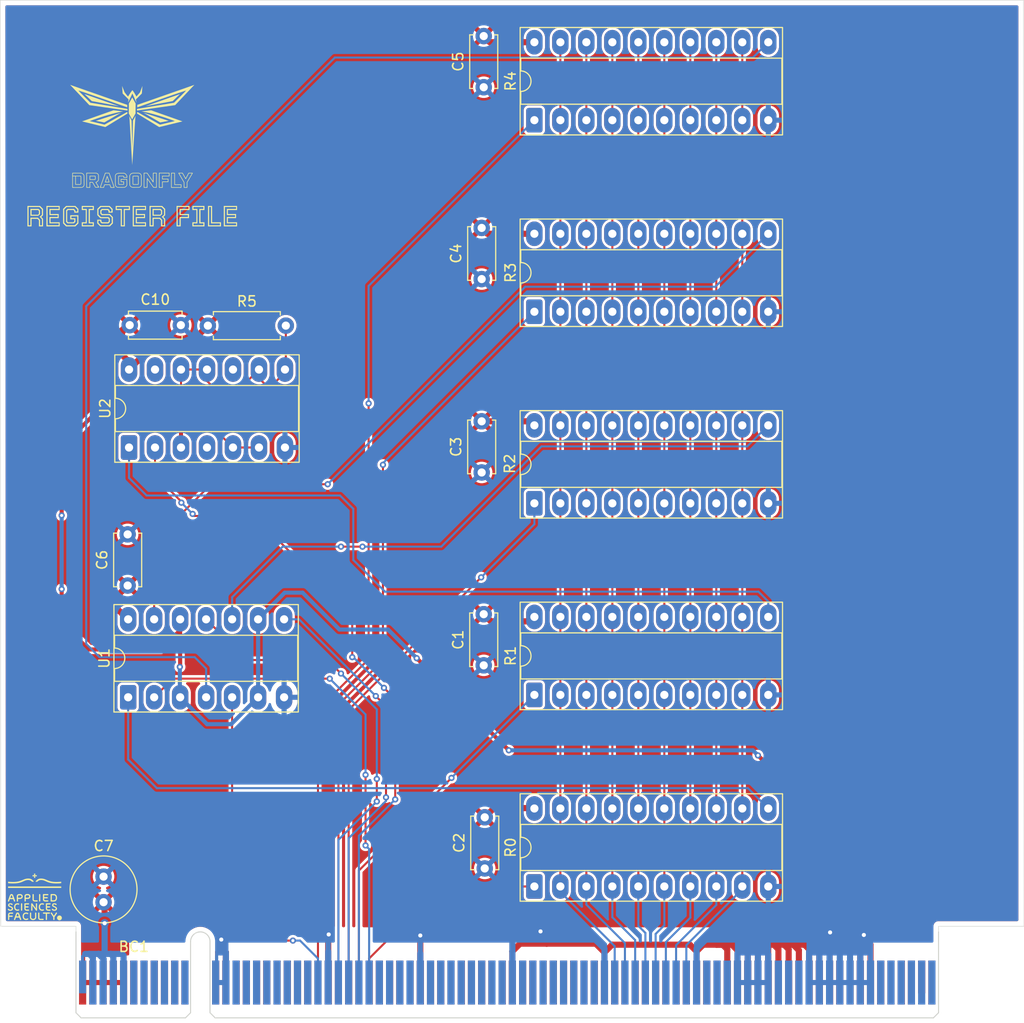
<source format=kicad_pcb>
(kicad_pcb (version 20241229) (generator "pcbnew") (generator_version "9.0")
  (layers (0 "F.Cu" signal) (2 "B.Cu" signal) (13 "F.Paste" user) (15 "B.Paste" user) (5 "F.SilkS" user "F.Silkscreen") (7 "B.SilkS" user "B.Silkscreen") (1 "F.Mask" user) (3 "B.Mask" user) (25 "Edge.Cuts" user))
  (net 0 "")
  (net 4 "GND")
  (net 8 "Net-(BC1-~{RYH})")
  (net 12 "Net-(BC1-~{LZL})")
  (net 20 "VCC")
  (net 29 "Net-(BC1-~{RZH})")
  (net 31 "/D6")
  (net 32 "Net-(BC1-~{RZL})")
  (net 48 "Net-(BC1-~{RYL})")
  (net 50 "/D5")
  (net 53 "/D1")
  (net 56 "Net-(BC1-~{LZH})")
  (net 62 "Net-(BC1-~{LYH})")
  (net 65 "/D3")
  (net 67 "/D4")
  (net 75 "Net-(BC1-~{RXH})")
  (net 79 "/D0")
  (net 84 "/D2")
  (net 85 "Net-(BC1-~{LYL})")
  (net 86 "Net-(BC1-~{LXH})")
  (net 88 "/D7")
  (net 90 "Net-(R0-Cp)")
  (net 91 "Net-(R1-Cp)")
  (net 92 "Net-(R2-Cp)")
  (net 93 "Net-(R3-Cp)")
  (net 94 "Net-(R4-Cp)")
  (net 95 "Net-(BC1-~{CLK})")
  (net 97 "Net-(R5-Pad2)")
  (footprint "Capacitor_THT:C_Radial_D6.3mm_H5.0mm_P2.50mm" (layer "F.Cu") (at 194.996016 100.246036 90)
    (property "Reference" "C7")
    (property "Value" "C")
  )
  (footprint "Package_DIP:DIP-20_W7.62mm_Socket_LongPads" (layer "F.Cu") (at 237.1 23.82 90)
    (property "Reference" "R4")
    (property "Value" "74LS574")
  )
  (footprint "Package_DIP:DIP-20_W7.62mm_Socket_LongPads" (layer "F.Cu") (at 237.1 61.265 90)
    (property "Reference" "R2")
    (property "Value" "74LS574")
  )
  (footprint "Connector_PCBEdge:BUS_PCIexpress_x16" (layer "F.Cu") (at 192.95 108.1)
    (property "Reference" "BC1")
    (property "Value" "BusConnector")
    (fp_line (start -0.65 -4.95) (end -0.65 2.95) (stroke (width 0.1)) (layer "Edge.Cuts"))
    (fp_line (start -0.65 2.95) (end -0.15 3.45) (stroke (width 0.1)) (layer "Edge.Cuts"))
    (fp_line (start -0.15 3.45) (end 10.05 3.45) (stroke (width 0.1)) (layer "Edge.Cuts"))
    (fp_line (start 10.55 -4) (end 10.55 2.95) (stroke (width 0.1)) (layer "Edge.Cuts"))
    (fp_line (start 10.55 2.95) (end 10.05 3.45) (stroke (width 0.1)) (layer "Edge.Cuts"))
    (fp_line (start 12.45 -4) (end 12.45 2.95) (stroke (width 0.1)) (layer "Edge.Cuts"))
    (fp_line (start 12.45 2.95) (end 12.95 3.45) (stroke (width 0.1)) (layer "Edge.Cuts"))
    (fp_line (start 12.95 3.45) (end 83.15 3.45) (stroke (width 0.1)) (layer "Edge.Cuts"))
    (fp_line (start 83.65 -4.95) (end 83.65 2.95) (stroke (width 0.1)) (layer "Edge.Cuts"))
    (fp_line (start 83.65 2.95) (end 83.15 3.45) (stroke (width 0.1)) (layer "Edge.Cuts"))
    (fp_arc (start 10.55 -4) (mid 11.5 -4.95) (end 12.45 -4) (stroke (width 0.1)) (layer "Edge.Cuts"))
  )
  (footprint "Capacitor_THT:C_Disc_D5.0mm_W2.5mm_P5.00mm" (layer "F.Cu") (at 232.15 20.6 90)
    (property "Reference" "C5")
    (property "Value" "C")
  )
  (footprint "Package_DIP:DIP-20_W7.62mm_Socket_LongPads" (layer "F.Cu") (at 237.1 79.9875 90)
    (property "Reference" "R1")
    (property "Value" "74LS574")
  )
  (footprint "Package_DIP:DIP-20_W7.62mm_Socket_LongPads" (layer "F.Cu") (at 237.1 98.71 90)
    (property "Reference" "R0")
    (property "Value" "74LS574")
  )
  (footprint "kibuzzard-6911B41A" (layer "F.Cu") (at 197.8 33.2)
    (property "Reference" "kibuzzard-6911B41A" (hide yes))
    (property "Value" "G***" (hide yes))
  )
  (footprint "Package_DIP:DIP-14_W7.62mm_Socket_LongPads" (layer "F.Cu") (at 197.485 55.81 90)
    (property "Reference" "U2")
    (property "Value" "74LS02")
  )
  (footprint "Resistor_THT:R_Axial_DIN0207_L6.3mm_D2.5mm_P7.62mm_Horizontal" (layer "F.Cu") (at 205.19 43.9)
    (property "Reference" "R5")
    (property "Value" "R")
  )
  (footprint "Capacitor_THT:C_Disc_D5.0mm_W2.5mm_P5.00mm" (layer "F.Cu") (at 231.95 58.25 90)
    (property "Reference" "C3")
    (property "Value" "C" (hide yes))
  )
  (footprint "Capacitor_THT:C_Disc_D5.0mm_W2.5mm_P5.00mm" (layer "F.Cu") (at 197.35 69.3 90)
    (property "Reference" "C6")
    (property "Value" "C")
  )
  (footprint "Package_DIP:DIP-14_W7.62mm_Socket_LongPads" (layer "F.Cu") (at 197.4 80.22 90)
    (property "Reference" "U1")
    (property "Value" "74LS02")
  )
  (footprint "Capacitor_THT:C_Disc_D5.0mm_W2.5mm_P5.00mm" (layer "F.Cu") (at 232.15 77.1 90)
    (property "Reference" "C1")
    (property "Value" "C" (hide yes))
  )
  (footprint "Package_DIP:DIP-20_W7.62mm_Socket_LongPads" (layer "F.Cu") (at 237.1 42.5425 90)
    (property "Reference" "R3")
    (property "Value" "74LS574")
  )
  (footprint "Capacitor_THT:C_Disc_D5.0mm_W2.5mm_P5.00mm" (layer "F.Cu") (at 232.25 96.95 90)
    (property "Reference" "C2")
    (property "Value" "C")
  )
  (footprint "Capacitor_THT:C_Disc_D5.0mm_W2.5mm_P5.00mm" (layer "F.Cu") (at 231.95 39.35 90)
    (property "Reference" "C4")
    (property "Value" "C")
  )
  (footprint "Capacitor_THT:C_Disc_D5.0mm_W2.5mm_P5.00mm" (layer "F.Cu") (at 197.55 43.85)
    (property "Reference" "C10")
    (property "Value" "C")
  )
  (gr_poly (pts (xy 201.993646 22.351126) (xy 198.263021 22.880292) (xy 198.263021 22.721542) (xy 201.887812 22.113001) (xy 202.478428 21.524237) (xy 202.879677 21.115778) (xy 203.008489 20.978549) (xy 203.042655 20.938625) (xy 203.050641 20.927328) (xy 203.051979 20.922376) (xy 202.298239 21.171324) (xy 200.662196 21.736035) (xy 198.289479 22.562792) (xy 198.289479 22.324667) (xy 203.872187 20.366751)) (fill yes) (layer "F.SilkS"))
  (gr_poly (pts (xy 187.439721 101.256523) (xy 187.448295 101.256896) (xy 187.456768 101.257498) (xy 187.46513 101.258315) (xy 187.473369 101.259331) (xy 187.481476 101.260531) (xy 187.48944 101.261899) (xy 187.497251 101.26342) (xy 187.512371 101.266859) (xy 187.526755 101.270726) (xy 187.540318 101.274898) (xy 187.552978 101.279252) (xy 187.564652 101.283664) (xy 187.575256 101.288012) (xy 187.584709 101.292174) (xy 187.592927 101.296026) (xy 187.605326 101.302309) (xy 187.611789 101.305879) (xy 187.614437 101.307525) (xy 187.616972 101.309286) (xy 187.619393 101.311156) (xy 187.621698 101.313129) (xy 187.623885 101.315201) (xy 187.625954 101.317366) (xy 187.627902 101.319619) (xy 187.62973 101.321954) (xy 187.631434 101.324368) (xy 187.633014 101.326853) (xy 187.634468 101.329406) (xy 187.635796 101.33202) (xy 187.636994 101.334691) (xy 187.638063 101.337414) (xy 187.639001 101.340182) (xy 187.639806 101.342991) (xy 187.640477 101.345837) (xy 187.641012 101.348712) (xy 187.64141 101.351613) (xy 187.64167 101.354533) (xy 187.64179 101.357469) (xy 187.641769 101.360414) (xy 187.641606 101.363363) (xy 187.641299 101.366311) (xy 187.640846 101.369253) (xy 187.640246 101.372183) (xy 187.639499 101.375097) (xy 187.638601 101.377989) (xy 187.637553 101.380854) (xy 187.636352 101.383687) (xy 187.634998 101.386482) (xy 187.633488 101.389234) (xy 187.631843 101.391882) (xy 187.630084 101.394417) (xy 187.628218 101.396837) (xy 187.626249 101.399141) (xy 187.624183 101.401328) (xy 187.622024 101.403396) (xy 187.619778 101.405344) (xy 187.61745 101.40717) (xy 187.615045 101.408872) (xy 187.612567 101.41045) (xy 187.610023 101.411902) (xy 187.607417 101.413226) (xy 187.604754 101.414421) (xy 187.602039 101.415485) (xy 187.599278 101.416418) (xy 187.596475 101.417217) (xy 187.593635 101.417881) (xy 187.590765 101.418409) (xy 187.587868 101.418799) (xy 187.58495 101.419049) (xy 187.582016 101.419159) (xy 187.57907 101.419127) (xy 187.576119 101.418952) (xy 187.573167 101.418631) (xy 187.57022 101.418163) (xy 187.567282 101.417548) (xy 187.564358 101.416784) (xy 187.561453 101.415868) (xy 187.558574 101.4148) (xy 187.555724 101.413578) (xy 187.552909 101.412201) (xy 187.550133 101.410668) (xy 187.540123 101.405541) (xy 187.528574 101.400286) (xy 187.513517 101.394261) (xy 187.504874 101.391201) (xy 187.495595 101.388237) (xy 187.48576 101.385466) (xy 187.475449 101.382982) (xy 187.464743 101.380883) (xy 187.453722 101.379265) (xy 187.442466 101.378224) (xy 187.431055 101.377855) (xy 187.417474 101.378098) (xy 187.404319 101.378825) (xy 187.391589 101.380037) (xy 187.379285 101.381733) (xy 187.367408 101.383912) (xy 187.355957 101.386575) (xy 187.344933 101.38972) (xy 187.334337 101.393348) (xy 187.324169 101.397457) (xy 187.31443 101.402048) (xy 187.305118 101.407119) (xy 187.296237 101.412671) (xy 187.287784 101.418704) (xy 187.279761 101.425215) (xy 187.272169 101.432206) (xy 187.265007 101.439676) (xy 187.258277 101.447624) (xy 187.251978 101.45605) (xy 187.24611 101.464954) (xy 187.240675 101.474334) (xy 187.235672 101.484192) (xy 187.231103 101.494525) (xy 187.226966 101.505334) (xy 187.223264 101.516618) (xy 187.219996 101.528377) (xy 187.217162 101.540611) (xy 187.214763 101.553318) (xy 187.212799 101.566499) (xy 187.210179 101.59428) (xy 187.209305 101.62395) (xy 187.209524 101.63902) (xy 187.210179 101.653616) (xy 187.211271 101.66774) (xy 187.212799 101.681389) (xy 187.214763 101.694564) (xy 187.217162 101.707264) (xy 187.219996 101.71949) (xy 187.223264 101.73124) (xy 187.226966 101.742514) (xy 187.231103 101.753313) (xy 187.235672 101.763635) (xy 187.240675 101.773481) (xy 187.24611 101.78285) (xy 187.251978 101.791741) (xy 187.258277 101.800155) (xy 187.265007 101.80809) (xy 187.272169 101.815548) (xy 187.279761 101.822527) (xy 187.287784 101.829026) (xy 187.296237 101.835047) (xy 187.305118 101.840588) (xy 187.31443 101.845648) (xy 187.324169 101.850229) (xy 187.334337 101.854328) (xy 187.344933 101.857947) (xy 187.355957 101.861084) (xy 187.367408 101.86374) (xy 187.379285 101.865913) (xy 187.391589 101.867604) (xy 187.404319 101.868812) (xy 187.417474 101.869538) (xy 187.431055 101.869779) (xy 187.43673 101.869684) (xy 187.442385 101.869405) (xy 187.448009 101.868955) (xy 187.453593 101.868347) (xy 187.459125 101.867592) (xy 187.464595 101.866703) (xy 187.469993 101.865691) (xy 187.475308 101.86457) (xy 187.485648 101.862046) (xy 187.495529 101.85923) (xy 187.504869 101.856218) (xy 187.513583 101.853109) (xy 187.521587 101.849999) (xy 187.528796 101.846987) (xy 187.535127 101.844171) (xy 187.540496 101.841647) (xy 187.548009 101.83787) (xy 187.550663 101.836438) (xy 187.553415 101.834977) (xy 187.556209 101.833669) (xy 187.559042 101.832515) (xy 187.561906 101.831511) (xy 187.564797 101.830657) (xy 187.567709 101.829951) (xy 187.570638 101.829392) (xy 187.573577 101.828978) (xy 187.576522 101.828709) (xy 187.579466 101.828583) (xy 187.582406 101.828598) (xy 187.585335 101.828753) (xy 187.588248 101.829047) (xy 187.59114 101.829478) (xy 187.594005 101.830046) (xy 187.596839 101.830748) (xy 187.599635 101.831583) (xy 187.602388 101.832551) (xy 187.605094 101.833649) (xy 187.607747 101.834876) (xy 187.610341 101.836231) (xy 187.612871 101.837713) (xy 187.615332 101.83932) (xy 187.617719 101.841051) (xy 187.620025 101.842905) (xy 187.622247 101.844879) (xy 187.624378 101.846974) (xy 187.626413 101.849186) (xy 187.628347 101.851516) (xy 187.630174 101.853962) (xy 187.63189 101.856522) (xy 187.633488 101.859194) (xy 187.634974 101.861922) (xy 187.636306 101.864692) (xy 187.637485 101.867499) (xy 187.638514 101.870339) (xy 187.639393 101.873206) (xy 187.640124 101.876095) (xy 187.640707 101.879001) (xy 187.641146 101.881918) (xy 187.64144 101.884842) (xy 187.641591 101.887766) (xy 187.641601 101.890686) (xy 187.64147 101.893597) (xy 187.641201 101.896492) (xy 187.640794 101.899368) (xy 187.640252 101.902219) (xy 187.639574 101.905039) (xy 187.638764 101.907824) (xy 187.637821 101.910568) (xy 187.636748 101.913265) (xy 187.635545 101.915911) (xy 187.634215 101.918501) (xy 187.632758 101.921029) (xy 187.631175 101.92349) (xy 187.629469 101.925878) (xy 187.627641 101.928189) (xy 187.625691 101.930417) (xy 187.623621 101.932557) (xy 187.621434 101.934604) (xy 187.619129 101.936553) (xy 187.616708 101.938398) (xy 187.614173 101.940133) (xy 187.611525 101.941755) (xy 187.605051 101.945325) (xy 187.592629 101.951608) (xy 187.574936 101.959622) (xy 187.552647 101.968382) (xy 187.539991 101.972736) (xy 187.526439 101.976907) (xy 187.512076 101.980774) (xy 187.496986 101.984214) (xy 187.481255 101.987103) (xy 187.464967 101.989319) (xy 187.448205 101.990738) (xy 187.431055 101.991239) (xy 187.431055 101.99124) (xy 187.411166 101.990839) (xy 187.391791 101.989642) (xy 187.372939 101.987656) (xy 187.354617 101.98489) (xy 187.336832 101.981352) (xy 187.319593 101.97705) (xy 187.302906 101.971993) (xy 187.286781 101.966188) (xy 187.271223 101.959644) (xy 187.256241 101.95237) (xy 187.241843 101.944372) (xy 187.228037 101.93566) (xy 187.214829 101.926241) (xy 187.202227 101.916124) (xy 187.19024 101.905317) (xy 187.178875 101.893828) (xy 187.168139 101.881665) (xy 187.15804 101.868837) (xy 187.148586 101.855351) (xy 187.139785 101.841217) (xy 187.131643 101.826441) (xy 187.12417 101.811033) (xy 187.117372 101.795) (xy 187.111257 101.778351) (xy 187.105832 101.761094) (xy 187.101106 101.743236) (xy 187.097087 101.724787) (xy 187.09378 101.705754) (xy 187.091196 101.686146) (xy 187.08934 101.66597) (xy 187.088221 101.645236) (xy 187.087846 101.62395) (xy 187.088221 101.602641) (xy 187.08934 101.581884) (xy 187.091196 101.561687) (xy 187.09378 101.542059) (xy 187.097087 101.523008) (xy 187.101106 101.504542) (xy 187.105832 101.486669) (xy 187.111257 101.469397) (xy 187.117372 101.452734) (xy 187.12417 101.436689) (xy 187.131643 101.421269) (xy 187.139785 101.406483) (xy 187.148586 101.39234) (xy 187.15804 101.378846) (xy 187.168139 101.36601) (xy 187.178875 101.353841) (xy 187.19024 101.342346) (xy 187.202227 101.331534) (xy 187.214829 101.321412) (xy 187.228037 101.31199) (xy 187.241843 101.303274) (xy 187.256241 101.295274) (xy 187.271223 101.287997) (xy 187.286781 101.281451) (xy 187.302906 101.275645) (xy 187.319593 101.270587) (xy 187.336832 101.266285) (xy 187.354617 101.262746) (xy 187.372939 101.25998) (xy 187.391791 101.257994) (xy 187.411166 101.256796) (xy 187.431055 101.256395)) (fill yes) (layer "F.SilkS"))
  (gr_poly (pts (xy 201.945757 30.121938) (xy 202.579169 30.125378) (xy 202.575729 30.394459) (xy 201.623229 30.394459) (xy 201.623229 28.992168) (xy 201.940729 28.992168)) (stroke (width 0.052916)) (fill no) (layer "F.SilkS"))
  (gr_poly (pts (xy 196.983497 29.003545) (xy 196.99945 29.004468) (xy 197.015059 29.006779) (xy 197.030311 29.010384) (xy 197.045197 29.015191) (xy 197.059706 29.021107) (xy 197.073827 29.02804) (xy 197.08755 29.035895) (xy 197.100864 29.04458) (xy 197.113759 29.054002) (xy 197.126224 29.064069) (xy 197.138248 29.074686) (xy 197.149821 29.085763) (xy 197.160933 29.097205) (xy 197.171572 29.108919) (xy 197.191393 29.132794) (xy 197.209198 29.156643) (xy 197.224903 29.179725) (xy 197.238423 29.201295) (xy 197.249675 29.220611) (xy 197.265035 29.249503) (xy 197.270305 29.260455) (xy 197.284063 29.415501) (xy 196.966563 29.415501) (xy 196.966525 29.417241) (xy 196.966463 29.415732) (xy 196.966563 29.362584) (xy 196.966434 29.356094) (xy 196.966012 29.349963) (xy 196.965316 29.344182) (xy 196.964365 29.338739) (xy 196.963179 29.333625) (xy 196.961778 29.32883) (xy 196.96018 29.324343) (xy 196.958406 29.320155) (xy 196.956475 29.316257) (xy 196.954407 29.312636) (xy 196.952221 29.309285) (xy 196.949936 29.306192) (xy 196.947572 29.303348) (xy 196.945149 29.300742) (xy 196.942687 29.298365) (xy 196.940204 29.296207) (xy 196.93772 29.294257) (xy 196.935255 29.292505) (xy 196.932828 29.290942) (xy 196.930459 29.289557) (xy 196.925972 29.287283) (xy 196.921951 29.285603) (xy 196.918552 29.284435) (xy 196.915931 29.283701) (xy 196.913646 29.283209) (xy 196.516771 29.283209) (xy 196.510893 29.283384) (xy 196.505451 29.283847) (xy 196.500429 29.284578) (xy 196.49581 29.285559) (xy 196.491579 29.28677) (xy 196.487718 29.288191) (xy 196.484212 29.289804) (xy 196.481044 29.291589) (xy 196.478198 29.293527) (xy 196.475657 29.2956) (xy 196.473404 29.297786) (xy 196.471425 29.300069) (xy 196.469702 29.302427) (xy 196.468218 29.304842) (xy 196.466958 29.307295) (xy 196.465905 29.309767) (xy 196.465042 29.312237) (xy 196.464354 29.314688) (xy 196.463824 29.3171) (xy 196.463436 29.319453) (xy 196.463018 29.323906) (xy 196.46297 29.327895) (xy 196.46316 29.331265) (xy 196.463458 29.333863) (xy 196.463854 29.336126) (xy 196.463854 30.0505) (xy 196.464059 30.055424) (xy 196.464702 30.060033) (xy 196.465755 30.064337) (xy 196.467189 30.068347) (xy 196.468974 30.072073) (xy 196.471081 30.075525) (xy 196.473481 30.078714) (xy 196.476145 30.081651) (xy 196.479043 30.084345) (xy 196.482147 30.086808) (xy 196.485426 30.089049) (xy 196.488853 30.091079) (xy 196.492397 30.092909) (xy 196.496029 30.094549) (xy 196.499721 30.096008) (xy 196.503443 30.097299) (xy 196.510859 30.099413) (xy 196.518045 30.100975) (xy 196.524766 30.102069) (xy 196.53079 30.102776) (xy 196.539808 30.103368) (xy 196.543229 30.103417) (xy 196.913646 30.103417) (xy 196.918966 30.103219) (xy 196.92392 30.102736) (xy 196.928522 30.101987) (xy 196.932784 30.100991) (xy 196.936719 30.099768) (xy 196.940341 30.098337) (xy 196.943662 30.096716) (xy 196.946694 30.094926) (xy 196.949452 30.092983) (xy 196.951947 30.090909) (xy 196.954192 30.088722) (xy 196.956202 30.086441) (xy 196.957987 30.084086) (xy 196.959562 30.081674) (xy 196.960939 30.079226) (xy 196.962131 30.07676) (xy 196.963151 30.074296) (xy 196.964012 30.071853) (xy 196.964726 30.069449) (xy 196.965307 30.067104) (xy 196.96612 30.062667) (xy 196.966554 30.058694) (xy 196.966713 30.055338) (xy 196.966698 30.052752) (xy 196.966563 30.0505) (xy 196.966563 29.840951) (xy 196.701979 29.838834) (xy 196.701979 29.600709) (xy 197.265806 29.600442) (xy 197.272487 29.798946) (xy 197.275852 29.973034) (xy 197.276087 30.057191) (xy 197.274802 30.131197) (xy 197.27361 30.148196) (xy 197.27118 30.164524) (xy 197.267597 30.180189) (xy 197.262944 30.195199) (xy 197.257305 30.209563) (xy 197.250763 30.22329) (xy 197.243402 30.236388) (xy 197.235305 30.248866) (xy 197.226556 30.260734) (xy 197.217239 30.271998) (xy 197.207437 30.282669) (xy 197.197235 30.292755) (xy 197.186715 30.302264) (xy 197.175961 30.311205) (xy 197.165057 30.319587) (xy 197.154086 30.327419) (xy 197.13228 30.341465) (xy 197.11121 30.353414) (xy 197.091547 30.363334) (xy 197.073959 30.371294) (xy 197.047683 30.381616) (xy 197.037736 30.384933) (xy 196.855868 30.387579) (xy 196.65789 30.387612) (xy 196.414642 30.383875) (xy 196.392387 30.382634) (xy 196.371385 30.380064) (xy 196.351601 30.376252) (xy 196.332999 30.37129) (xy 196.315544 30.365267) (xy 196.299199 30.358274) (xy 196.283928 30.350399) (xy 196.269696 30.341732) (xy 196.256467 30.332365) (xy 196.244204 30.322385) (xy 196.232872 30.311884) (xy 196.222435 30.30095) (xy 196.212858 30.289675) (xy 196.204103 30.278147) (xy 196.196136 30.266456) (xy 196.18892 30.254693) (xy 196.182419 30.242947) (xy 196.176598 30.231307) (xy 196.166851 30.208708) (xy 196.159392 30.187615) (xy 196.153933 30.168745) (xy 196.150186 30.152817) (xy 196.147866 30.140551) (xy 196.146355 30.129876) (xy 196.146355 29.283209) (xy 196.147741 29.258806) (xy 196.150928 29.235871) (xy 196.155794 29.214357) (xy 196.162217 29.194221) (xy 196.170078 29.175416) (xy 196.179255 29.157897) (xy 196.189627 29.141618) (xy 196.201074 29.126534) (xy 196.213474 29.1126) (xy 196.226707 29.09977) (xy 196.240651 29.087998) (xy 196.255185 29.07724) (xy 196.27019 29.067449) (xy 196.285543 29.058581) (xy 196.301125 29.05059) (xy 196.316813 29.04343) (xy 196.348026 29.031423) (xy 196.378217 29.022196) (xy 196.406417 29.015386) (xy 196.431658 29.01063) (xy 196.452975 29.007563) (xy 196.469399 29.005823) (xy 196.483699 29.004867) (xy 196.670693 29.003312) (xy 196.834635 29.002746)) (stroke (width 0.052916)) (fill no) (layer "F.SilkS"))
  (gr_poly (pts (xy 186.10554 101.256474) (xy 186.10863 101.256709) (xy 186.111675 101.257096) (xy 186.114672 101.257631) (xy 186.117616 101.258311) (xy 186.120504 101.259131) (xy 186.123332 101.260088) (xy 186.126096 101.261178) (xy 186.128791 101.262397) (xy 186.131416 101.263742) (xy 186.133964 101.265207) (xy 186.136434 101.266791) (xy 186.13882 101.268488) (xy 186.141119 101.270295) (xy 186.143328 101.272208) (xy 186.145442 101.274223) (xy 186.147457 101.276337) (xy 186.14937 101.278546) (xy 186.151177 101.280845) (xy 186.152874 101.283231) (xy 186.154457 101.2857) (xy 186.155923 101.288249) (xy 186.157267 101.290873) (xy 186.158486 101.293569) (xy 186.159576 101.296333) (xy 186.160533 101.299161) (xy 186.161354 101.302048) (xy 186.162034 101.304993) (xy 186.162569 101.307989) (xy 186.162956 101.311035) (xy 186.163191 101.314125) (xy 186.16327 101.317256) (xy 186.163191 101.320387) (xy 186.162956 101.323475) (xy 186.162569 101.326517) (xy 186.162034 101.329509) (xy 186.161354 101.332448) (xy 186.160533 101.335328) (xy 186.159576 101.338148) (xy 186.158486 101.340903) (xy 186.157267 101.343589) (xy 186.155923 101.346203) (xy 186.154457 101.348741) (xy 186.152874 101.351199) (xy 186.151177 101.353573) (xy 186.14937 101.355861) (xy 186.147457 101.358057) (xy 186.145442 101.360158) (xy 186.143328 101.362161) (xy 186.141119 101.364062) (xy 186.13882 101.365857) (xy 186.136434 101.367542) (xy 186.133964 101.369114) (xy 186.131416 101.370569) (xy 186.128791 101.371903) (xy 186.126096 101.373112) (xy 186.123332 101.374193) (xy 186.120504 101.375142) (xy 186.117616 101.375955) (xy 186.114672 101.376629) (xy 186.111675 101.37716) (xy 186.10863 101.377543) (xy 186.10554 101.377776) (xy 186.102408 101.377854) (xy 185.905003 101.377854) (xy 185.905003 101.377856) (xy 185.893846 101.378055) (xy 185.883381 101.378637) (xy 185.873587 101.379582) (xy 185.864441 101.380868) (xy 185.85592 101.382473) (xy 185.848004 101.384378) (xy 185.840668 101.38656) (xy 185.833892 101.388999) (xy 185.827652 101.391673) (xy 185.821927 101.394561) (xy 185.816694 101.397642) (xy 185.811932 101.400895) (xy 185.807617 101.404298) (xy 185.803729 101.407831) (xy 185.800243 101.411472) (xy 185.797139 101.4152) (xy 185.794393 101.418994) (xy 185.791985 101.422833) (xy 185.789891 101.426695) (xy 185.788089 101.43056) (xy 185.786557 101.434406) (xy 185.785272 101.438211) (xy 185.783358 101.445619) (xy 185.782168 101.452612) (xy 185.781524 101.459021) (xy 185.781162 101.469413) (xy 185.78093 101.506493) (xy 185.780897 101.558061) (xy 186.066156 101.558061) (xy 186.069263 101.55814) (xy 186.072331 101.558375) (xy 186.075355 101.558762) (xy 186.078332 101.559298) (xy 186.081258 101.559977) (xy 186.084129 101.560798) (xy 186.086941 101.561755) (xy 186.08969 101.562844) (xy 186.092373 101.564063) (xy 186.094985 101.565408) (xy 186.097522 101.566873) (xy 186.099981 101.568457) (xy 186.102358 101.570154) (xy 186.104649 101.571961) (xy 186.10685 101.573874) (xy 186.108958 101.575889) (xy 186.110967 101.578003) (xy 186.112875 101.580212) (xy 186.114678 101.582511) (xy 186.116371 101.584897) (xy 186.117951 101.587366) (xy 186.119414 101.589915) (xy 186.120756 101.592539) (xy 186.121973 101.595235) (xy 186.123062 101.597999) (xy 186.124018 101.600827) (xy 186.124838 101.603714) (xy 186.125517 101.606659) (xy 186.126052 101.609656) (xy 186.126439 101.612701) (xy 186.126674 101.615791) (xy 186.126753 101.618923) (xy 186.126674 101.622054) (xy 186.126439 101.625144) (xy 186.126052 101.62819) (xy 186.125517 101.631186) (xy 186.124838 101.634131) (xy 186.124018 101.637018) (xy 186.123062 101.639846) (xy 186.121973 101.64261) (xy 186.120756 101.645306) (xy 186.119414 101.64793) (xy 186.117951 101.650478) (xy 186.116371 101.652948) (xy 186.114678 101.655334) (xy 186.112875 101.657633) (xy 186.110967 101.659842) (xy 186.108958 101.661956) (xy 186.10685 101.663971) (xy 186.104649 101.665884) (xy 186.102358 101.667691) (xy 186.099981 101.669388) (xy 186.097522 101.670971) (xy 186.094985 101.672437) (xy 186.092373 101.673781) (xy 186.08969 101.675) (xy 186.086941 101.67609) (xy 186.084129 101.677047) (xy 186.081258 101.677867) (xy 186.078332 101.678547) (xy 186.075355 101.679082) (xy 186.072331 101.67947) (xy 186.069263 101.679705) (xy 186.066156 101.679784) (xy 185.780897 101.679784) (xy 185.781162 101.930642) (xy 185.781084 101.933749) (xy 185.780851 101.936817) (xy 185.780467 101.939842) (xy 185.779937 101.942819) (xy 185.779263 101.945745) (xy 185.77845 101.948617) (xy 185.777501 101.95143) (xy 185.77642 101.954181) (xy 185.77521 101.956865) (xy 185.773876 101.959479) (xy 185.772422 101.962019) (xy 185.77085 101.964481) (xy 185.769164 101.966862) (xy 185.767369 101.969158) (xy 185.765469 101.971364) (xy 185.763466 101.973477) (xy 185.761364 101.975493) (xy 185.759168 101.977409) (xy 185.756881 101.979219) (xy 185.754506 101.980922) (xy 185.752048 101.982512) (xy 185.749511 101.983986) (xy 185.746897 101.985341) (xy 185.744211 101.986571) (xy 185.741456 101.987675) (xy 185.738636 101.988646) (xy 185.735755 101.989483) (xy 185.732817 101.990181) (xy 185.729825 101.990735) (xy 185.726783 101.991143) (xy 185.723695 101.991401) (xy 185.720565 101.991504) (xy 185.717433 101.991425) (xy 185.714343 101.99119) (xy 185.711298 101.990803) (xy 185.708301 101.990268) (xy 185.705357 101.989589) (xy 185.702469 101.988769) (xy 185.699641 101.987813) (xy 185.696877 101.986725) (xy 185.694181 101.985507) (xy 185.691557 101.984165) (xy 185.689009 101.982702) (xy 185.686539 101.981122) (xy 185.684153 101.979429) (xy 185.681854 101.977626) (xy 185.679645 101.975718) (xy 185.677531 101.973709) (xy 185.675516 101.971601) (xy 185.673603 101.9694) (xy 185.671796 101.967109) (xy 185.670099 101.964732) (xy 185.668516 101.962273) (xy 185.66705 101.959736) (xy 185.665706 101.957124) (xy 185.664487 101.954441) (xy 185.663397 101.951692) (xy 185.66244 101.94888) (xy 185.661619 101.946009) (xy 185.66094 101.943083) (xy 185.660404 101.940106) (xy 185.660017 101.937081) (xy 185.659782 101.934014) (xy 185.659703 101.930906) (xy 185.659703 101.468354) (xy 185.660097 101.456245) (xy 185.661027 101.444432) (xy 185.662487 101.43292) (xy 185.664469 101.421715) (xy 185.666967 101.410824) (xy 185.669974 101.400252) (xy 185.673484 101.390004) (xy 185.67749 101.380088) (xy 185.681985 101.370507) (xy 185.686962 101.361269) (xy 185.692416 101.352379) (xy 185.698338 101.343843) (xy 185.704723 101.335667) (xy 185.711563 101.327856) (xy 185.718853 101.320416) (xy 185.726585 101.313354) (xy 185.734752 101.306675) (xy 185.743349 101.300384) (xy 185.752368 101.294488) (xy 185.761803 101.288992) (xy 185.771646 101.283903) (xy 185.781892 101.279226) (xy 185.792533 101.274966) (xy 185.803564 101.271131) (xy 185.814976 101.267724) (xy 185.826764 101.264753) (xy 185.838921 101.262223) (xy 185.85144 101.260141) (xy 185.864314 101.25851) (xy 185.877537 101.257339) (xy 185.905003 101.256394) (xy 186.102408 101.256394)) (fill yes) (layer "F.SilkS"))
  (gr_poly (pts (xy 197.867469 22.423091) (xy 197.868262 23.031898) (xy 197.805556 23.229807) (xy 197.804763 23.228483) (xy 197.727505 23.039041) (xy 197.733854 22.4305) (xy 197.798413 22.218304)) (fill yes) (layer "F.SilkS"))
  (gr_poly (pts (xy 195.069765 24.039432) (xy 194.241355 23.885709) (xy 196.701979 23.091959)) (fill yes) (layer "F.SilkS"))
  (gr_poly (pts (xy 188.363788 101.256473) (xy 188.366876 101.256708) (xy 188.369918 101.257095) (xy 188.37291 101.25763) (xy 188.375848 101.258309) (xy 188.378729 101.259129) (xy 188.381549 101.260085) (xy 188.384304 101.261173) (xy 188.38699 101.262391) (xy 188.389604 101.263733) (xy 188.392142 101.265196) (xy 188.3946 101.266776) (xy 188.396974 101.268469) (xy 188.399261 101.270272) (xy 188.401458 101.27218) (xy 188.403559 101.274189) (xy 188.405562 101.276297) (xy 188.407463 101.278498) (xy 188.409258 101.280789) (xy 188.410943 101.283166) (xy 188.412515 101.285625) (xy 188.41397 101.288163) (xy 188.415304 101.290775) (xy 188.416513 101.293457) (xy 188.417594 101.296206) (xy 188.418543 101.299018) (xy 188.419356 101.301889) (xy 188.42003 101.304815) (xy 188.42056 101.307792) (xy 188.420944 101.310817) (xy 188.421177 101.313884) (xy 188.421255 101.316992) (xy 188.420991 101.716565) (xy 188.420571 101.732251) (xy 188.419327 101.747595) (xy 188.417283 101.762589) (xy 188.414459 101.777222) (xy 188.410879 101.791483) (xy 188.406565 101.805362) (xy 188.40154 101.81885) (xy 188.395827 101.831934) (xy 188.389448 101.844606) (xy 188.382425 101.856855) (xy 188.374782 101.86867) (xy 188.36654 101.880041) (xy 188.357723 101.890959) (xy 188.348353 101.901412) (xy 188.338452 101.91139) (xy 188.328044 101.920883) (xy 188.31715 101.929881) (xy 188.305793 101.938373) (xy 188.293996 101.946349) (xy 188.281782 101.953798) (xy 188.269173 101.960711) (xy 188.256191 101.967077) (xy 188.242859 101.972886) (xy 188.2292 101.978127) (xy 188.215237 101.98279) (xy 188.200991 101.986865) (xy 188.186486 101.990341) (xy 188.171744 101.993209) (xy 188.156788 101.995457) (xy 188.141639 101.997076) (xy 188.126322 101.998054) (xy 188.110858 101.998383) (xy 188.095346 101.998053) (xy 188.079983 101.99707) (xy 188.064793 101.995444) (xy 188.049797 101.993187) (xy 188.035019 101.990309) (xy 188.02048 101.98682) (xy 188.006203 101.982731) (xy 187.99221 101.978053) (xy 187.978525 101.972796) (xy 187.965169 101.966971) (xy 187.952164 101.960588) (xy 187.939535 101.953659) (xy 187.927302 101.946193) (xy 187.915489 101.938202) (xy 187.904117 101.929695) (xy 187.89321 101.920685) (xy 187.88279 101.91118) (xy 187.872879 101.901192) (xy 187.8635 101.890732) (xy 187.854675 101.879809) (xy 187.846427 101.868435) (xy 187.838779 101.85662) (xy 187.831752 101.844376) (xy 187.825369 101.831711) (xy 187.819653 101.818638) (xy 187.814626 101.805166) (xy 187.810311 101.791307) (xy 187.80673 101.77707) (xy 187.803906 101.762467) (xy 187.801861 101.747508) (xy 187.800617 101.732204) (xy 187.800197 101.716565) (xy 187.800197 101.316992) (xy 187.800196 101.316992) (xy 187.800274 101.313884) (xy 187.800507 101.310817) (xy 187.800891 101.307792) (xy 187.801421 101.304815) (xy 187.802095 101.301889) (xy 187.802908 101.299018) (xy 187.803857 101.296206) (xy 187.804938 101.293457) (xy 187.806148 101.290775) (xy 187.807482 101.288163) (xy 187.808937 101.285625) (xy 187.810508 101.283166) (xy 187.812194 101.280789) (xy 187.813989 101.278498) (xy 187.81589 101.276297) (xy 187.817893 101.274189) (xy 187.819994 101.27218) (xy 187.82219 101.270272) (xy 187.824478 101.268469) (xy 187.826852 101.266776) (xy 187.82931 101.265196) (xy 187.831848 101.263733) (xy 187.834462 101.262391) (xy 187.837148 101.261173) (xy 187.839903 101.260085) (xy 187.842722 101.259129) (xy 187.845603 101.258309) (xy 187.848541 101.25763) (xy 187.851533 101.257095) (xy 187.854575 101.256708) (xy 187.857663 101.256473) (xy 187.860794 101.256394) (xy 187.863925 101.256472) (xy 187.867015 101.256705) (xy 187.870061 101.257089) (xy 187.873058 101.257619) (xy 187.876002 101.258293) (xy 187.87889 101.259106) (xy 187.881717 101.260055) (xy 187.884481 101.261136) (xy 187.887177 101.262346) (xy 187.889801 101.26368) (xy 187.89235 101.265134) (xy 187.894819 101.266706) (xy 187.897205 101.268392) (xy 187.899505 101.270187) (xy 187.901713 101.272087) (xy 187.903827 101.27409) (xy 187.905842 101.276192) (xy 187.907756 101.278388) (xy 187.909563 101.280675) (xy 187.91126 101.28305) (xy 187.912843 101.285508) (xy 187.914309 101.288046) (xy 187.915653 101.29066) (xy 187.916872 101.293346) (xy 187.917962 101.296101) (xy 187.918919 101.29892) (xy 187.919739 101.301801) (xy 187.920419 101.304739) (xy 187.920954 101.307731) (xy 187.921342 101.310773) (xy 187.921577 101.313861) (xy 187.921656 101.316992) (xy 187.921921 101.726885) (xy 187.92214 101.733671) (xy 187.922795 101.740475) (xy 187.923878 101.74728) (xy 187.925383 101.754073) (xy 187.927302 101.760837) (xy 187.929629 101.767557) (xy 187.932356 101.774218) (xy 187.935478 101.780805) (xy 187.938987 101.787302) (xy 187.942877 101.793695) (xy 187.951769 101.806105) (xy 187.962102 101.817912) (xy 187.973819 101.828995) (xy 187.98018 101.834226) (xy 187.986867 101.839231) (xy 187.993872 101.843993) (xy 188.00119 101.848498) (xy 188.008813 101.852731) (xy 188.016734 101.856675) (xy 188.024947 101.860316) (xy 188.033445 101.863639) (xy 188.04222 101.866628) (xy 188.051267 101.869268) (xy 188.060578 101.871544) (xy 188.070147 101.87344) (xy 188.079966 101.874941) (xy 188.090028 101.876032) (xy 188.100328 101.876698) (xy 188.110858 101.876924) (xy 188.120642 101.876722) (xy 188.130289 101.876123) (xy 188.139788 101.875138) (xy 188.149127 101.873779) (xy 188.158295 101.872056) (xy 188.16728 101.86998) (xy 188.176072 101.867562) (xy 188.184658 101.864813) (xy 188.193027 101.861745) (xy 188.201169 101.858368) (xy 188.20907 101.854693) (xy 188.216722 101.850731) (xy 188.22411 101.846494) (xy 188.231226 101.841991) (xy 188.238056 101.837235) (xy 188.24459 101.832236) (xy 188.250816 101.827006) (xy 188.256723 101.821554) (xy 188.262299 101.815893) (xy 188.267534 101.810033) (xy 188.272415 101.803985) (xy 188.276931 101.79776) (xy 188.281071 101.79137) (xy 188.284824 101.784824) (xy 188.288178 101.778135) (xy 188.291122 101.771313) (xy 188.293644 101.764369) (xy 188.295733 101.757315) (xy 188.297378 101.75016) (xy 188.298567 101.742917) (xy 188.299288 101.735596) (xy 188.299531 101.728208) (xy 188.299796 101.316992) (xy 188.299875 101.313861) (xy 188.30011 101.310773) (xy 188.300497 101.307731) (xy 188.301033 101.304739) (xy 188.301713 101.301801) (xy 188.302533 101.29892) (xy 188.30349 101.2961) (xy 188.30458 101.293345) (xy 188.305799 101.290659) (xy 188.307143 101.288045) (xy 188.308609 101.285508) (xy 188.310192 101.28305) (xy 188.311889 101.280675) (xy 188.313696 101.278388) (xy 188.315609 101.276192) (xy 188.317624 101.27409) (xy 188.319738 101.272087) (xy 188.321947 101.270186) (xy 188.324246 101.268391) (xy 188.326632 101.266706) (xy 188.329102 101.265134) (xy 188.33165 101.263679) (xy 188.334274 101.262346) (xy 188.33697 101.261136) (xy 188.339734 101.260055) (xy 188.342562 101.259106) (xy 188.345449 101.258293) (xy 188.348394 101.257619) (xy 188.35139 101.257089) (xy 188.354436 101.256705) (xy 188.357526 101.256472) (xy 188.360657 101.256394)) (fill yes) (layer "F.SilkS"))
  (gr_poly (pts (xy 196.913646 22.959667) (xy 196.694426 22.998763) (xy 196.425932 23.055173) (xy 196.253576 23.094792) (xy 196.056429 23.142858) (xy 195.834952 23.2) (xy 195.589606 23.266845) (xy 195.32085 23.344022) (xy 195.029147 23.432159) (xy 194.714957 23.531885) (xy 194.378741 23.643827) (xy 194.02096 23.768615) (xy 193.642073 23.906875) (xy 195.088021 24.256126) (xy 197.310521 23.012584) (xy 197.336979 23.171334) (xy 195.167396 24.49425) (xy 192.89198 23.938626) (xy 195.961146 22.853834)) (fill yes) (layer "F.SilkS"))
  (gr_poly (pts (xy 190.861561 98.853928) (xy 185.663142 98.853928) (xy 185.663142 98.707859) (xy 190.861561 98.707859)) (fill yes) (layer "F.SilkS"))
  (gr_poly (pts (xy 198.130729 22.192376) (xy 198.12094 23.16419) (xy 197.786771 23.753417) (xy 197.458158 23.158899) (xy 197.469271 22.192376) (xy 197.800794 21.600768)) (fill yes) (layer "F.SilkS"))
  (gr_poly (pts (xy 198.739271 21.213417) (xy 198.157188 21.795501) (xy 198.210104 22.113001) (xy 197.813229 21.213417) (xy 197.389896 22.113001) (xy 197.442813 21.795501) (xy 196.860729 21.213417) (xy 196.807813 20.472584) (xy 197.044085 21.079009) (xy 197.097581 21.151348) (xy 197.15286 21.224312) (xy 197.216858 21.306286) (xy 197.281849 21.385631) (xy 197.312301 21.42068) (xy 197.340105 21.450707) (xy 197.364293 21.474257) (xy 197.383899 21.489875) (xy 197.391683 21.494255) (xy 197.397959 21.496106) (xy 197.402607 21.495246) (xy 197.405506 21.491495) (xy 197.413091 21.475725) (xy 197.427301 21.45032) (xy 197.471967 21.376409) (xy 197.532234 21.281377) (xy 197.600835 21.176839) (xy 197.670503 21.074409) (xy 197.73397 20.985702) (xy 197.761107 20.950125) (xy 197.783968 20.922333) (xy 197.801645 20.90378) (xy 197.808256 20.898422) (xy 197.813229 20.895917) (xy 197.818232 20.896709) (xy 197.824924 20.900964) (xy 197.842893 20.918951) (xy 197.866165 20.948048) (xy 197.89377 20.986425) (xy 197.958104 21.083697) (xy 198.028137 21.19612) (xy 198.154269 21.407849) (xy 198.210104 21.504459) (xy 198.554063 21.107584) (xy 198.792188 20.472584)) (fill yes) (layer "F.SilkS"))
  (gr_poly (pts (xy 198.104271 23.54175) (xy 197.798941 28.213499) (xy 197.522188 23.515292) (xy 197.495729 23.383001) (xy 197.733854 23.859251) (xy 197.812171 26.721778) (xy 197.866146 23.859251) (xy 198.130729 23.383001)) (fill yes) (layer "F.SilkS"))
  (gr_poly (pts (xy 192.815515 28.997459) (xy 192.857522 29.008559) (xy 192.87789 29.015151) (xy 192.90064 29.024002) (xy 192.924989 29.035478) (xy 192.937519 29.042315) (xy 192.950155 29.049946) (xy 192.962799 29.058416) (xy 192.975355 29.067772) (xy 192.987723 29.078059) (xy 192.999806 29.089322) (xy 193.011507 29.101608) (xy 193.022727 29.114963) (xy 193.033368 29.129431) (xy 193.043334 29.14506) (xy 193.052525 29.161894) (xy 193.060845 29.17998) (xy 193.068195 29.199364) (xy 193.074478 29.22009) (xy 193.079595 29.242205) (xy 193.083449 29.265755) (xy 193.085943 29.290785) (xy 193.086978 29.317342) (xy 193.095709 30.086485) (xy 193.096092 30.099621) (xy 193.095732 30.114703) (xy 193.094258 30.134271) (xy 193.091111 30.157435) (xy 193.085733 30.183302) (xy 193.082032 30.196971) (xy 193.077563 30.210981) (xy 193.072256 30.225221) (xy 193.066043 30.23958) (xy 193.058851 30.253945) (xy 193.050612 30.268206) (xy 193.041256 30.282251) (xy 193.030713 30.295968) (xy 193.018913 30.309247) (xy 193.005785 30.321975) (xy 192.991261 30.334041) (xy 192.97527 30.345334) (xy 192.957742 30.355742) (xy 192.938608 30.365154) (xy 192.917796 30.373458) (xy 192.895239 30.380543) (xy 192.870865 30.386297) (xy 192.844605 30.390609) (xy 192.816389 30.393367) (xy 192.786146 30.39446) (xy 192.250927 30.395353) (xy 191.965938 30.39446) (xy 191.965938 30.103417) (xy 192.25698 30.103417) (xy 192.465008 30.104409) (xy 192.617516 30.104533) (xy 192.706771 30.103417) (xy 192.710956 30.102957) (xy 192.715075 30.10209) (xy 192.719123 30.100844) (xy 192.723096 30.099247) (xy 192.726989 30.097326) (xy 192.730799 30.09511) (xy 192.73452 30.092625) (xy 192.738149 30.089899) (xy 192.741681 30.08696) (xy 192.745112 30.083835) (xy 192.748437 30.080553) (xy 192.751652 30.07714) (xy 192.757735 30.070034) (xy 192.763326 30.062738) (xy 192.76839 30.055473) (xy 192.772891 30.04846) (xy 192.776796 30.041919) (xy 192.780069 30.036073) (xy 192.78458 30.027345) (xy 192.786146 30.024042) (xy 192.787436 29.698439) (xy 192.787597 29.464262) (xy 192.786146 29.336126) (xy 192.785616 29.331668) (xy 192.784688 29.327465) (xy 192.78339 29.323511) (xy 192.781748 29.319799) (xy 192.77979 29.316319) (xy 192.777544 29.313066) (xy 192.775036 29.310032) (xy 192.772293 29.307208) (xy 192.769343 29.304587) (xy 192.766212 29.302163) (xy 192.762929 29.299927) (xy 192.75952 29.297872) (xy 192.756012 29.295991) (xy 192.752433 29.294275) (xy 192.745169 29.291312) (xy 192.737945 29.288922) (xy 192.730979 29.287046) (xy 192.724488 29.285623) (xy 192.71869 29.284594) (xy 192.710041 29.283475) (xy 192.706771 29.283209) (xy 192.25698 29.283209) (xy 192.25698 30.103417) (xy 191.965938 30.103417) (xy 191.965938 28.992168)) (stroke (width 0.052916)) (fill no) (layer "F.SilkS"))
  (gr_poly (pts (xy 190.199799 100.350001) (xy 190.212939 100.350553) (xy 190.225673 100.351455) (xy 190.238 100.352691) (xy 190.249919 100.354246) (xy 190.261428 100.356105) (xy 190.272524 100.358253) (xy 190.283207 100.360675) (xy 190.293474 100.363356) (xy 190.303324 100.366279) (xy 190.312754 100.369431) (xy 190.321764 100.372796) (xy 190.330352 100.376359) (xy 190.338515 100.380105) (xy 190.346253 100.384018) (xy 190.353562 100.388084) (xy 190.360442 100.392287) (xy 190.366891 100.396612) (xy 190.372907 100.401043) (xy 190.378488 100.405567) (xy 190.383633 100.410167) (xy 190.388339 100.414828) (xy 190.392606 100.419536) (xy 190.39643 100.424275) (xy 190.399812 100.429029) (xy 190.402748 100.433785) (xy 190.405237 100.438525) (xy 190.407278 100.443237) (xy 190.408868 100.447903) (xy 190.410006 100.45251) (xy 190.41069 100.457041) (xy 190.410918 100.461483) (xy 190.410835 100.464519) (xy 190.410589 100.467524) (xy 190.410184 100.470492) (xy 190.409624 100.47342) (xy 190.408914 100.476303) (xy 190.408058 100.479137) (xy 190.407059 100.481917) (xy 190.405924 100.484641) (xy 190.404654 100.487302) (xy 190.403256 100.489898) (xy 190.401733 100.492424) (xy 190.40009 100.494875) (xy 190.39833 100.497248) (xy 190.396458 100.499539) (xy 190.394478 100.501742) (xy 190.392395 100.503854) (xy 190.390213 100.505871) (xy 190.387935 100.507788) (xy 190.385567 100.509602) (xy 190.383113 100.511307) (xy 190.380576 100.512901) (xy 190.377962 100.514378) (xy 190.375273 100.515734) (xy 190.372516 100.516965) (xy 190.369693 100.518067) (xy 190.366809 100.519036) (xy 190.363869 100.519868) (xy 190.360877 100.520558) (xy 190.357836 100.521101) (xy 190.354752 100.521495) (xy 190.351628 100.521734) (xy 190.348469 100.521815) (xy 190.344999 100.521713) (xy 190.341541 100.521409) (xy 190.338098 100.520906) (xy 190.334675 100.520207) (xy 190.331277 100.519313) (xy 190.327908 100.518229) (xy 190.324574 100.516956) (xy 190.321278 100.515497) (xy 190.318026 100.513856) (xy 190.314822 100.512034) (xy 190.311671 100.510034) (xy 190.308577 100.50786) (xy 190.305545 100.505514) (xy 190.30258 100.502998) (xy 190.299686 100.500316) (xy 190.296868 100.49747) (xy 190.291718 100.492502) (xy 190.286324 100.487852) (xy 190.280686 100.483521) (xy 190.274805 100.479509) (xy 190.268679 100.475815) (xy 190.26231 100.472439) (xy 190.255696 100.469381) (xy 190.248839 100.466642) (xy 190.241738 100.464221) (xy 190.234392 100.462119) (xy 190.226803 100.460335) (xy 190.21897 100.458869) (xy 190.210893 100.457721) (xy 190.202572 100.456892) (xy 190.194007 100.456382) (xy 190.185198 100.456189) (xy 190.179197 100.456298) (xy 190.173352 100.45662) (xy 190.167665 100.457148) (xy 190.162138 100.457874) (xy 190.156774 100.458792) (xy 190.151575 100.459894) (xy 190.146543 100.461174) (xy 190.141681 100.462623) (xy 190.13699 100.464235) (xy 190.132473 100.466003) (xy 190.128133 100.467919) (xy 190.12397 100.469976) (xy 190.119989 100.472168) (xy 190.116191 100.474487) (xy 190.112579 100.476925) (xy 190.109154 100.479476) (xy 190.105918 100.482132) (xy 190.102876 100.484887) (xy 190.100027 100.487733) (xy 190.097376 100.490662) (xy 190.094923 100.493669) (xy 190.092672 100.496745) (xy 190.090624 100.499883) (xy 190.088782 100.503077) (xy 190.087149 100.506318) (xy 190.085725 100.509601) (xy 190.084515 100.512917) (xy 190.083519 100.51626) (xy 190.082741 100.519622) (xy 190.082182 100.522997) (xy 190.081846 100.526376) (xy 190.081733 100.529753) (xy 190.081806 100.532363) (xy 190.082025 100.534979) (xy 190.082387 100.537601) (xy 190.082892 100.540226) (xy 190.083537 100.542852) (xy 190.08432 100.545477) (xy 190.086293 100.550716) (xy 190.088799 100.555928) (xy 190.091822 100.561095) (xy 190.095348 100.566202) (xy 190.099363 100.571232) (xy 190.103853 100.576169) (xy 190.108802 100.580997) (xy 190.114198 100.585699) (xy 190.120024 100.59026) (xy 190.126268 100.594662) (xy 190.132915 100.59889) (xy 190.13995 100.602927) (xy 190.147359 100.606757) (xy 190.162583 100.614034) (xy 190.179444 100.621907) (xy 190.216689 100.639041) (xy 190.221451 100.641422) (xy 190.243369 100.651411) (xy 190.265014 100.661401) (xy 190.285716 100.671192) (xy 190.304806 100.680586) (xy 190.304807 100.680585) (xy 190.322018 100.689869) (xy 190.338218 100.699649) (xy 190.353391 100.709905) (xy 190.367526 100.720617) (xy 190.380607 100.731766) (xy 190.392622 100.743334) (xy 190.403558 100.7553) (xy 190.413399 100.767645) (xy 190.422134 100.780349) (xy 190.429748 100.793394) (xy 190.436228 100.80676) (xy 190.44156 100.820428) (xy 190.443792 100.827368) (xy 190.445731 100.834377) (xy 190.447377 100.841452) (xy 190.448727 100.84859) (xy 190.44978 100.855788) (xy 190.450535 100.863046) (xy 190.450989 100.870359) (xy 190.45114 100.877726) (xy 190.450873 100.887218) (xy 190.450074 100.896728) (xy 190.448744 100.906236) (xy 190.446886 100.915719) (xy 190.441597 100.93453) (xy 190.434225 100.952993) (xy 190.429765 100.962042) (xy 190.42479 100.970942) (xy 190.419304 100.979671) (xy 190.41331 100.988208) (xy 190.406809 100.996533) (xy 190.399804 101.004625) (xy 190.392297 101.012462) (xy 190.384291 101.020024) (xy 190.375788 101.02729) (xy 190.366791 101.034239) (xy 190.357301 101.04085) (xy 190.347322 101.047102) (xy 190.336855 101.052974) (xy 190.325903 101.058446) (xy 190.314468 101.063495) (xy 190.302553 101.068102) (xy 190.29016 101.072246) (xy 190.277292 101.075905) (xy 190.26395 101.079058) (xy 190.250138 101.081685) (xy 190.235857 101.083764) (xy 190.22111 101.085276) (xy 190.205899 101.086198) (xy 190.190227 101.08651) (xy 190.174573 101.086253) (xy 190.159413 101.085499) (xy 190.144748 101.084271) (xy 190.130578 101.082592) (xy 190.116904 101.080486) (xy 190.103724 101.077977) (xy 190.09104 101.075087) (xy 190.078852 101.07184) (xy 190.06716 101.06826) (xy 190.055963 101.06437) (xy 190.045263 101.060194) (xy 190.035058 101.055754) (xy 190.025351 101.051075) (xy 190.016139 101.04618) (xy 190.007424 101.041093) (xy 189.999206 101.035836) (xy 189.991485 101.030433) (xy 189.984261 101.024908) (xy 189.977534 101.019284) (xy 189.971305 101.013585) (xy 189.965573 101.007834) (xy 189.960339 101.002054) (xy 189.955603 100.99627) (xy 189.951364 100.990503) (xy 189.947624 100.984779) (xy 189.944382 100.97912) (xy 189.941638 100.97355) (xy 189.939393 100.968092) (xy 189.937646 100.962769) (xy 189.936398 100.957606) (xy 189.93565 100.952625) (xy 189.9354 100.94785) (xy 189.935497 100.944561) (xy 189.935782 100.941341) (xy 189.93625 100.938194) (xy 189.936893 100.935123) (xy 189.937706 100.932128) (xy 189.938681 100.929213) (xy 189.939813 100.926379) (xy 189.941093 100.923629) (xy 189.942517 100.920966) (xy 189.944078 100.91839) (xy 189.945768 100.915905) (xy 189.947582 100.913513) (xy 189.949513 100.911216) (xy 189.951554 100.909016) (xy 189.953699 100.906915) (xy 189.955941 100.904916) (xy 189.958274 100.903021) (xy 189.96069 100.901232) (xy 189.963185 100.899551) (xy 189.965751 100.897981) (xy 189.968381 100.896524) (xy 189.971069 100.895182) (xy 189.976593 100.892851) (xy 189.982271 100.891008) (xy 189.985151 100.890274) (xy 189.98805 100.889669) (xy 189.990961 100.889194) (xy 189.993877 100.888852) (xy 189.996793 100.888645) (xy 189.999701 100.888576) (xy 190.003254 100.888681) (xy 190.006765 100.888995) (xy 190.01023 100.889516) (xy 190.013643 100.890242) (xy 190.017001 100.891171) (xy 190.020298 100.892302) (xy 190.02353 100.893631) (xy 190.026692 100.895158) (xy 190.02978 100.89688) (xy 190.032789 100.898796) (xy 190.035714 100.900903) (xy 190.038551 100.9032) (xy 190.041294 100.905684) (xy 190.04394 100.908354) (xy 190.046484 100.911208) (xy 190.04892 100.914244) (xy 190.054598 100.921244) (xy 190.060801 100.927853) (xy 190.067508 100.93406) (xy 190.0747 100.939858) (xy 190.082355 100.945239) (xy 190.090454 100.950195) (xy 190.098975 100.954718) (xy 190.107897 100.958799) (xy 190.117202 100.962431) (xy 190.126867 100.965604) (xy 190.136872 100.968312) (xy 190.147197 100.970546) (xy 190.157822 100.972297) (xy 190.168725 100.973558) (xy 190.179886 100.974321) (xy 190.191285 100.974577) (xy 190.201405 100.974378) (xy 190.211034 100.973795) (xy 190.220184 100.97285) (xy 190.228864 100.971562) (xy 190.237086 100.969952) (xy 190.244862 100.968043) (xy 190.252202 100.965853) (xy 190.259118 100.963405) (xy 190.265621 100.960719) (xy 190.271721 100.957815) (xy 190.277431 100.954716) (xy 190.282761 100.95144) (xy 190.287722 100.94801) (xy 190.292326 100.944447) (xy 190.296584 100.94077) (xy 190.300506 100.937001) (xy 190.304104 100.933161) (xy 190.307389 100.92927) (xy 190.310373 100.92535) (xy 190.313066 100.921421) (xy 190.315479 100.917504) (xy 190.317624 100.913619) (xy 190.319512 100.909789) (xy 190.321154 100.906032) (xy 190.323744 100.898827) (xy 190.325484 100.89217) (xy 190.326463 100.886227) (xy 190.326769 100.881166) (xy 190.326679 100.877762) (xy 190.326412 100.874348) (xy 190.32597 100.870927) (xy 190.325355 100.867502) (xy 190.324568 100.864075) (xy 190.323614 100.860649) (xy 190.321208 100.853812) (xy 190.318156 100.847012) (xy 190.314475 100.840271) (xy 190.310185 100.83361) (xy 190.305302 100.827052) (xy 190.299846 100.820618) (xy 190.293835 100.81433) (xy 190.287286 100.808209) (xy 190.280218 100.802277) (xy 190.272649 100.796557) (xy 190.264597 100.791068) (xy 190.256082 100.785834) (xy 190.24712 100.780876) (xy 190.210363 100.761865) (xy 190.172564 100.742904) (xy 190.153382 100.733612) (xy 190.13407 100.724537) (xy 190.114671 100.715748) (xy 190.095229 100.707312) (xy 190.080047 100.700415) (xy 190.065677 100.692842) (xy 190.05214 100.684624) (xy 190.039461 100.675794) (xy 190.027662 100.666382) (xy 190.016767 100.65642) (xy 190.0068 100.64594) (xy 189.997783 100.634972) (xy 189.98974 100.623549) (xy 189.982693 100.611701) (xy 189.976667 100.59946) (xy 189.971685 100.586858) (xy 189.969592 100.58043) (xy 189.967769 100.573925) (xy 189.966218 100.567344) (xy 189.964943 100.560693) (xy 189.963946 100.553975) (xy 189.963231 100.547194) (xy 189.962799 100.540353) (xy 189.962655 100.533458) (xy 189.962879 100.524899) (xy 189.963552 100.516351) (xy 189.964673 100.507831) (xy 189.966239 100.499356) (xy 189.96825 100.490943) (xy 189.970705 100.48261) (xy 189.973602 100.474373) (xy 189.97694 100.466249) (xy 189.980718 100.458256) (xy 189.984935 100.450411) (xy 189.989589 100.442731) (xy 189.99468 100.435233) (xy 190.000206 100.427933) (xy 190.006166 100.42085) (xy 190.012558 100.414) (xy 190.019382 100.407401) (xy 190.026636 100.401069) (xy 190.03432 100.395021) (xy 190.042431 100.389275) (xy 190.050968 100.383848) (xy 190.059932 100.378757) (xy 190.069319 100.374019) (xy 190.079129 100.369651) (xy 190.089361 100.36567) (xy 190.100014 100.362093) (xy 190.111086 100.358938) (xy 190.122576 100.356221) (xy 190.134483 100.35396) (xy 190.146806 100.352171) (xy 190.159544 100.350873) (xy 190.172694 100.350081) (xy 190.186257 100.349813)) (fill yes) (layer "F.SilkS"))
  (gr_poly (pts (xy 186.007992 99.449702) (xy 186.014549 99.450058) (xy 186.020996 99.45065) (xy 186.027332 99.451478) (xy 186.033557 99.452543) (xy 186.03967 99.453843) (xy 186.045671 99.455379) (xy 186.05156 99.45715) (xy 186.057337 99.459156) (xy 186.063001 99.461396) (xy 186.068552 99.463871) (xy 186.073989 99.46658) (xy 186.079314 99.469523) (xy 186.084524 99.472699) (xy 186.08962 99.476108) (xy 186.094602 99.47975) (xy 186.099469 99.483625) (xy 186.104221 99.487731) (xy 186.108857 99.49207) (xy 186.113378 99.496641) (xy 186.117783 99.501443) (xy 186.122072 99.506476) (xy 186.1303 99.517235) (xy 186.13806 99.528914) (xy 186.14535 99.541512) (xy 186.152166 99.555027) (xy 186.158507 99.569455) (xy 186.196976 99.673103) (xy 186.261245 99.851273) (xy 186.353265 100.108482) (xy 186.35425 100.111492) (xy 186.355073 100.114516) (xy 186.355736 100.117549) (xy 186.356242 100.120585) (xy 186.356593 100.12362) (xy 186.356791 100.126649) (xy 186.356839 100.129667) (xy 186.356738 100.132669) (xy 186.356492 100.135651) (xy 186.356102 100.138606) (xy 186.355572 100.14153) (xy 186.354902 100.144419) (xy 186.354097 100.147267) (xy 186.353157 100.15007) (xy 186.352085 100.152821) (xy 186.350884 100.155518) (xy 186.349555 100.158154) (xy 186.348102 100.160724) (xy 186.346526 100.163224) (xy 186.34483 100.165649) (xy 186.343017 100.167993) (xy 186.341088 100.170253) (xy 186.339045 100.172422) (xy 186.336892 100.174496) (xy 186.33463 100.17647) (xy 186.332262 100.178339) (xy 186.32979 100.180099) (xy 186.327217 100.181743) (xy 186.324544 100.183268) (xy 186.321775 100.184668) (xy 186.318911 100.185938) (xy 186.315954 100.187074) (xy 186.313375 100.18788) (xy 186.310795 100.188579) (xy 186.308215 100.18917) (xy 186.305635 100.189654) (xy 186.303055 100.19003) (xy 186.300474 100.190299) (xy 186.297894 100.19046) (xy 186.295314 100.190514) (xy 186.292962 100.190468) (xy 186.290622 100.190332) (xy 186.288296 100.190107) (xy 186.285987 100.189794) (xy 186.283696 100.189394) (xy 186.281426 100.188907) (xy 186.27918 100.188336) (xy 186.27696 100.187682) (xy 186.274769 100.186944) (xy 186.272607 100.186126) (xy 186.270479 100.185227) (xy 186.268387 100.184248) (xy 186.266332 100.183192) (xy 186.264317 100.182058) (xy 186.262345 100.180849) (xy 186.260418 100.179565) (xy 186.258538 100.178207) (xy 186.256707 100.176777) (xy 186.254929 100.175276) (xy 186.253205 100.173704) (xy 186.251538 100.172063) (xy 186.24993 100.170353) (xy 186.248384 100.168577) (xy 186.246901 100.166735) (xy 186.245485 100.164828) (xy 186.244138 100.162858) (xy 186.242861 100.160825) (xy 186.241658 100.158731) (xy 186.240531 100.156576) (xy 186.239482 100.154363) (xy 186.238513 100.152091) (xy 186.237627 100.149762) (xy 186.165916 99.949182) (xy 185.836996 99.949182) (xy 185.765285 100.149762) (xy 185.76415 100.152719) (xy 185.762879 100.155583) (xy 185.761479 100.158352) (xy 185.759955 100.161025) (xy 185.75831 100.163598) (xy 185.756551 100.16607) (xy 185.754682 100.168438) (xy 185.752708 100.1707) (xy 185.750634 100.172853) (xy 185.748464 100.174896) (xy 185.746205 100.176825) (xy 185.74386 100.178639) (xy 185.741436 100.180334) (xy 185.738936 100.18191) (xy 185.736365 100.183363) (xy 185.73373 100.184692) (xy 185.731033 100.185893) (xy 185.728281 100.186965) (xy 185.725479 100.187905) (xy 185.722631 100.188711) (xy 185.719742 100.18938) (xy 185.716818 100.189911) (xy 185.713862 100.190301) (xy 185.710881 100.190547) (xy 185.707879 100.190647) (xy 185.704861 100.1906) (xy 185.701832 100.190401) (xy 185.698797 100.190051) (xy 185.69576 100.189545) (xy 185.692728 100.188882) (xy 185.689704 100.188059) (xy 185.686693 100.187074) (xy 185.683737 100.185938) (xy 185.680873 100.184668) (xy 185.678103 100.183268) (xy 185.675431 100.181743) (xy 185.672857 100.180099) (xy 185.670385 100.178339) (xy 185.668017 100.17647) (xy 185.665756 100.174496) (xy 185.663602 100.172422) (xy 185.66156 100.170253) (xy 185.659631 100.167993) (xy 185.657817 100.165649) (xy 185.656121 100.163224) (xy 185.654546 100.160724) (xy 185.653093 100.158154) (xy 185.651764 100.155518) (xy 185.650563 100.152821) (xy 185.649491 100.15007) (xy 185.648551 100.147267) (xy 185.647745 100.144419) (xy 185.647076 100.14153) (xy 185.646545 100.138606) (xy 185.646156 100.135651) (xy 185.645909 100.132669) (xy 185.645809 100.129667) (xy 185.645857 100.126649) (xy 185.646055 100.12362) (xy 185.646406 100.120585) (xy 185.646911 100.117549) (xy 185.647575 100.114516) (xy 185.648398 100.111492) (xy 185.649383 100.108482) (xy 185.741536 99.851273) (xy 185.75052 99.8264) (xy 185.880924 99.8264) (xy 186.121726 99.8264) (xy 186.07221 99.689559) (xy 186.054856 99.642461) (xy 186.044723 99.616028) (xy 186.043073 99.612061) (xy 186.041447 99.608343) (xy 186.039845 99.604864) (xy 186.038267 99.601616) (xy 186.036711 99.598593) (xy 186.035177 99.595786) (xy 186.033665 99.593186) (xy 186.032174 99.590786) (xy 186.030703 99.588578) (xy 186.029252 99.586554) (xy 186.027821 99.584706) (xy 186.026409 99.583026) (xy 186.025015 99.581506) (xy 186.02364 99.580137) (xy 186.022281 99.578913) (xy 186.020939 99.577824) (xy 186.019614 99.576864) (xy 186.018304 99.576023) (xy 186.01701 99.575294) (xy 186.01573 99.574669) (xy 186.014465 99.57414) (xy 186.013213 99.573699) (xy 186.011974 99.573338) (xy 186.010748 99.573049) (xy 186.009533 99.572824) (xy 186.008331 99.572654) (xy 186.005957 99.572452) (xy 186.003623 99.572377) (xy 186.001325 99.572367) (xy 185.997995 99.572452) (xy 185.996014 99.572654) (xy 185.993841 99.573049) (xy 185.991491 99.573699) (xy 185.98898 99.574669) (xy 185.986321 99.576023) (xy 185.983529 99.577824) (xy 185.982088 99.578913) (xy 185.98062 99.580137) (xy 185.979126 99.581506) (xy 185.977607 99.583026) (xy 185.976067 99.584706) (xy 185.974506 99.586554) (xy 185.972928 99.588578) (xy 185.971332 99.590786) (xy 185.969722 99.593186) (xy 185.968099 99.595786) (xy 185.966464 99.598593) (xy 185.964821 99.601616) (xy 185.96317 99.604864) (xy 185.961514 99.608343) (xy 185.959854 99.612061) (xy 185.958192 99.616028) (xy 185.958193 99.616028) (xy 185.948055 99.642461) (xy 185.930672 99.689559) (xy 185.880924 99.8264) (xy 185.75052 99.8264) (xy 185.805896 99.673103) (xy 185.844406 99.569455) (xy 185.84849 99.559938) (xy 185.852747 99.550928) (xy 185.857164 99.542409) (xy 185.86173 99.534371) (xy 185.866433 99.526798) (xy 185.87126 99.519677) (xy 185.8762 99.512996) (xy 185.881241 99.506741) (xy 185.886371 99.500898) (xy 185.891577 99.495454) (xy 185.896848 99.490396) (xy 185.902172 99.48571) (xy 185.907537 99.481383) (xy 185.912931 99.477402) (xy 185.918342 99.473753) (xy 185.923758 99.470422) (xy 185.929167 99.467397) (xy 185.934556 99.464664) (xy 185.945232 99.460022) (xy 185.955687 99.456386) (xy 185.965828 99.453652) (xy 185.975558 99.451712) (xy 185.984781 99.450458) (xy 185.993402 99.449785) (xy 186.001324 99.449584)) (fill yes) (layer "F.SilkS"))
  (gr_poly (pts (xy 201.411562 28.992168) (xy 201.411562 29.283209) (xy 200.750105 29.283209) (xy 200.750105 29.574251) (xy 201.305729 29.574251) (xy 201.305729 29.838834) (xy 200.750105 29.838834) (xy 200.750105 30.394459) (xy 200.432604 30.394459) (xy 200.440806 28.988728)) (stroke (width 0.052916)) (fill no) (layer "F.SilkS"))
  (gr_poly (pts (xy 190.393642 101.251161) (xy 190.396572 101.251384) (xy 190.399496 101.251749) (xy 190.402409 101.25226) (xy 190.405305 101.252916) (xy 190.40818 101.253719) (xy 190.411028 101.25467) (xy 190.413844 101.25577) (xy 190.416622 101.257021) (xy 190.419357 101.258423) (xy 190.422044 101.259978) (xy 190.424677 101.261687) (xy 190.427221 101.263503) (xy 190.429644 101.265426) (xy 190.431943 101.267449) (xy 190.434118 101.269569) (xy 190.436169 101.271778) (xy 190.438093 101.274073) (xy 190.43989 101.276447) (xy 190.44156 101.278895) (xy 190.4431 101.281413) (xy 190.44451 101.283994) (xy 190.445789 101.286633) (xy 190.446935 101.289326) (xy 190.447949 101.292066) (xy 190.448828 101.294849) (xy 190.449573 101.297668) (xy 190.450181 101.30052) (xy 190.450651 101.303397) (xy 190.450984 101.306296) (xy 190.451177 101.30921) (xy 190.45123 101.312135) (xy 190.451142 101.315065) (xy 190.450912 101.317994) (xy 190.450538 101.320918) (xy 190.450019 101.323831) (xy 190.449356 101.326727) (xy 190.448546 101.329602) (xy 190.447589 101.332451) (xy 190.446483 101.335266) (xy 190.445228 101.338045) (xy 190.443822 101.34078) (xy 190.442265 101.343467) (xy 190.440555 101.3461) (xy 190.200547 101.6991) (xy 190.200547 101.930641) (xy 190.200468 101.933771) (xy 190.200232 101.936859) (xy 190.199845 101.939901) (xy 190.19931 101.942893) (xy 190.19863 101.945832) (xy 190.19781 101.948712) (xy 190.196853 101.951532) (xy 190.195763 101.954287) (xy 190.194544 101.956973) (xy 190.193199 101.959587) (xy 190.191734 101.962125) (xy 190.19015 101.964583) (xy 190.188453 101.966957) (xy 190.186646 101.969245) (xy 190.184733 101.971441) (xy 190.182718 101.973542) (xy 190.180604 101.975545) (xy 190.178395 101.977446) (xy 190.176096 101.979241) (xy 190.17371 101.980926) (xy 190.17124 101.982498) (xy 190.168691 101.983953) (xy 190.166067 101.985287) (xy 190.163371 101.986496) (xy 190.160608 101.987577) (xy 190.15778 101.988526) (xy 190.154892 101.98934) (xy 190.151948 101.990013) (xy 190.148951 101.990544) (xy 190.145906 101.990927) (xy 190.142815 101.99116) (xy 190.139684 101.991239) (xy 190.136554 101.99116) (xy 190.133465 101.990927) (xy 190.130424 101.990544) (xy 190.127432 101.990013) (xy 190.124493 101.989339) (xy 190.121613 101.988526) (xy 190.118793 101.987577) (xy 190.116038 101.986496) (xy 190.113352 101.985287) (xy 190.110738 101.983953) (xy 190.1082 101.982498) (xy 190.105742 101.980926) (xy 190.103368 101.979241) (xy 190.101081 101.977446) (xy 190.098885 101.975545) (xy 190.096783 101.973542) (xy 190.09478 101.97144) (xy 190.092879 101.969244) (xy 190.091084 101.966957) (xy 190.089399 101.964583) (xy 190.087827 101.962125) (xy 190.086373 101.959587) (xy 190.085039 101.956973) (xy 190.083829 101.954287) (xy 190.082748 101.951532) (xy 190.081799 101.948712) (xy 190.080986 101.945831) (xy 190.080312 101.942893) (xy 190.079782 101.939901) (xy 190.079398 101.936859) (xy 190.079165 101.933771) (xy 190.079087 101.930641) (xy 190.079087 101.6991) (xy 189.838814 101.3461) (xy 189.837129 101.343467) (xy 189.835594 101.34078) (xy 189.834209 101.338045) (xy 189.832974 101.335266) (xy 189.831886 101.332451) (xy 189.830946 101.329602) (xy 189.830152 101.326727) (xy 189.829503 101.323831) (xy 189.828998 101.320918) (xy 189.828636 101.317994) (xy 189.828417 101.315065) (xy 189.828338 101.312135) (xy 189.828401 101.30921) (xy 189.828602 101.306296) (xy 189.828942 101.303397) (xy 189.82942 101.30052) (xy 189.830033 101.297668) (xy 189.830783 101.294849) (xy 189.831666 101.292066) (xy 189.832684 101.289326) (xy 189.833834 101.286633) (xy 189.835115 101.283994) (xy 189.836527 101.281413) (xy 189.838069 101.278895) (xy 189.83974 101.276447) (xy 189.841538 101.274073) (xy 189.843463 101.271778) (xy 189.845514 101.269569) (xy 189.847689 101.267449) (xy 189.849989 101.265426) (xy 189.852411 101.263503) (xy 189.854955 101.261687) (xy 189.857564 101.260001) (xy 189.860229 101.258467) (xy 189.862943 101.257082) (xy 189.865702 101.255846) (xy 189.8685 101.254758) (xy 189.871332 101.253817) (xy 189.874192 101.253022) (xy 189.877076 101.252371) (xy 189.879977 101.251865) (xy 189.882891 101.251501) (xy 189.885812 101.251279) (xy 189.888734 101.251198) (xy 189.891654 101.251256) (xy 189.894564 101.251453) (xy 189.897461 101.251788) (xy 189.900337 101.25226) (xy 189.903189 101.252867) (xy 189.906011 101.253609) (xy 189.908798 101.254484) (xy 189.911543 101.255492) (xy 189.914243 101.256632) (xy 189.916891 101.257902) (xy 189.919482 101.259302) (xy 189.922011 101.260831) (xy 189.924473 101.262487) (xy 189.926862 101.264269) (xy 189.929172 101.266177) (xy 189.9314 101.268209) (xy 189.933538 101.270365) (xy 189.935583 101.272644) (xy 189.937528 101.275044) (xy 189.939368 101.277564) (xy 190.139684 101.579228) (xy 190.340264 101.277564) (xy 190.34208 101.275043) (xy 190.344003 101.272641) (xy 190.346026 101.270359) (xy 190.348146 101.268199) (xy 190.350355 101.266161) (xy 190.35265 101.264246) (xy 190.355024 101.262457) (xy 190.357473 101.260793) (xy 190.35999 101.259257) (xy 190.362571 101.257849) (xy 190.365211 101.25657) (xy 190.367904 101.255422) (xy 190.370644 101.254406) (xy 190.373426 101.253523) (xy 190.376246 101.252774) (xy 190.379097 101.25216) (xy 190.381975 101.251683) (xy 190.384874 101.251343) (xy 190.387788 101.251142) (xy 190.390713 101.251081)) (fill yes) (layer "F.SilkS"))
  (gr_poly (pts (xy 188.754894 99.448869) (xy 188.757985 99.449104) (xy 188.76103 99.449491) (xy 188.764027 99.450026) (xy 188.766971 99.450706) (xy 188.769859 99.451526) (xy 188.772686 99.452483) (xy 188.77545 99.453573) (xy 188.778146 99.454792) (xy 188.78077 99.456137) (xy 188.783319 99.457602) (xy 188.785788 99.459186) (xy 188.788175 99.460883) (xy 188.790474 99.46269) (xy 188.792682 99.464603) (xy 188.794796 99.466618) (xy 188.796812 99.468732) (xy 188.798725 99.470941) (xy 188.800532 99.47324) (xy 188.802229 99.475626) (xy 188.803812 99.478096) (xy 188.805278 99.480644) (xy 188.806622 99.483268) (xy 188.807841 99.485964) (xy 188.808931 99.488728) (xy 188.809888 99.491556) (xy 188.810708 99.494444) (xy 188.811388 99.497388) (xy 188.811923 99.500384) (xy 188.812311 99.50343) (xy 188.812546 99.50652) (xy 188.812625 99.509651) (xy 188.812625 100.123565) (xy 188.812546 100.126697) (xy 188.812311 100.129787) (xy 188.811923 100.132832) (xy 188.811388 100.135829) (xy 188.810708 100.138773) (xy 188.809888 100.141661) (xy 188.808931 100.144489) (xy 188.807841 100.147253) (xy 188.806622 100.149949) (xy 188.805278 100.152573) (xy 188.803812 100.155121) (xy 188.802229 100.157591) (xy 188.800532 100.159977) (xy 188.798725 100.162276) (xy 188.796812 100.164485) (xy 188.794796 100.166599) (xy 188.792682 100.168614) (xy 188.790474 100.170527) (xy 188.788175 100.172334) (xy 188.785788 100.174031) (xy 188.783319 100.175614) (xy 188.78077 100.17708) (xy 188.778146 100.178424) (xy 188.77545 100.179643) (xy 188.772686 100.180733) (xy 188.769859 100.18169) (xy 188.766971 100.182511) (xy 188.764027 100.18319) (xy 188.76103 100.183726) (xy 188.757985 100.184113) (xy 188.754894 100.184348) (xy 188.751763 100.184427) (xy 188.748632 100.184348) (xy 188.745541 100.184113) (xy 188.742496 100.183726) (xy 188.739499 100.18319) (xy 188.736555 100.182511) (xy 188.733667 100.18169) (xy 188.730839 100.180733) (xy 188.728076 100.179643) (xy 188.72538 100.178424) (xy 188.722756 100.17708) (xy 188.720207 100.175614) (xy 188.717738 100.174031) (xy 188.715351 100.172334) (xy 188.713052 100.170527) (xy 188.710844 100.168614) (xy 188.70873 100.166599) (xy 188.706714 100.164485) (xy 188.704801 100.162276) (xy 188.702994 100.159977) (xy 188.701297 100.157591) (xy 188.699714 100.155121) (xy 188.698248 100.152573) (xy 188.696904 100.149949) (xy 188.695685 100.147253) (xy 188.694595 100.144489) (xy 188.693638 100.141661) (xy 188.692817 100.138773) (xy 188.692138 100.135829) (xy 188.691602 100.132832) (xy 188.691215 100.129787) (xy 188.69098 100.126697) (xy 188.690901 100.123565) (xy 188.690901 99.509651) (xy 188.69098 99.50652) (xy 188.691215 99.50343) (xy 188.691602 99.500384) (xy 188.692138 99.497388) (xy 188.692817 99.494444) (xy 188.693638 99.491556) (xy 188.694595 99.488728) (xy 188.695685 99.485964) (xy 188.696904 99.483268) (xy 188.698248 99.480644) (xy 188.699714 99.478096) (xy 188.701297 99.475626) (xy 188.702994 99.47324) (xy 188.704801 99.470941) (xy 188.706714 99.468732) (xy 188.70873 99.466618) (xy 188.710844 99.464603) (xy 188.713052 99.46269) (xy 188.715351 99.460883) (xy 188.717738 99.459186) (xy 188.720207 99.457602) (xy 188.722756 99.456137) (xy 188.72538 99.454792) (xy 188.728076 99.453573) (xy 188.730839 99.452483) (xy 188.733667 99.451526) (xy 188.736555 99.450706) (xy 188.739499 99.450026) (xy 188.742496 99.449491) (xy 188.745541 99.449104) (xy 188.748632 99.448869) (xy 188.751763 99.44879)) (fill yes) (layer "F.SilkS"))
  (gr_poly (pts (xy 201.358646 23.885709) (xy 200.530235 24.039432) (xy 198.898021 23.091959)) (fill yes) (layer "F.SilkS"))
  (gr_poly (pts (xy 188.331286 97.482942) (xy 188.328458 97.490476) (xy 188.325574 97.500069) (xy 188.322156 97.513836) (xy 188.318541 97.531995) (xy 188.315061 97.554761) (xy 188.313478 97.56794) (xy 188.312053 97.582353) (xy 188.310831 97.598026) (xy 188.309852 97.614987) (xy 188.318495 97.61453) (xy 188.326812 97.614008) (xy 188.334808 97.613424) (xy 188.342485 97.612785) (xy 188.356898 97.611361) (xy 188.370077 97.609777) (xy 188.38205 97.608075) (xy 188.392843 97.606298) (xy 188.402485 97.604486) (xy 188.411001 97.602682) (xy 188.41842 97.600928) (xy 188.424769 97.599265) (xy 188.430074 97.597735) (xy 188.434362 97.596381) (xy 188.437661 97.595243) (xy 188.439999 97.594365) (xy 188.441896 97.593553) (xy 188.465182 97.582968) (xy 188.465447 97.742268) (xy 188.441896 97.731419) (xy 188.434403 97.728674) (xy 188.424852 97.725874) (xy 188.411133 97.722554) (xy 188.393024 97.719036) (xy 188.3703 97.715641) (xy 188.357137 97.714091) (xy 188.342738 97.712693) (xy 188.327073 97.711488) (xy 188.310116 97.710514) (xy 188.310548 97.719133) (xy 188.311048 97.727426) (xy 188.31161 97.735397) (xy 188.31223 97.743049) (xy 188.312901 97.750387) (xy 188.313618 97.757414) (xy 188.315172 97.770545) (xy 188.316848 97.782473) (xy 188.318604 97.793222) (xy 188.320398 97.802823) (xy 188.322188 97.811301) (xy 188.323932 97.818684) (xy 188.325586 97.825) (xy 188.32711 97.830277) (xy 188.328461 97.834542) (xy 188.329596 97.837822) (xy 188.330473 97.840145) (xy 188.331285 97.842029) (xy 188.341869 97.865316) (xy 188.316466 97.86558) (xy 188.18257 97.86558) (xy 188.193419 97.842294) (xy 188.196272 97.834169) (xy 188.199066 97.824437) (xy 188.20235 97.810639) (xy 188.205807 97.792562) (xy 188.209122 97.769991) (xy 188.210627 97.756954) (xy 188.211978 97.742713) (xy 188.213135 97.727242) (xy 188.214059 97.710514) (xy 188.205465 97.71097) (xy 188.197195 97.71149) (xy 188.189244 97.71207) (xy 188.181611 97.712704) (xy 188.167283 97.714114) (xy 188.154181 97.715678) (xy 188.14228 97.717356) (xy 188.131551 97.719105) (xy 188.121968 97.720885) (xy 188.113504 97.722653) (xy 188.106132 97.724369) (xy 188.099824 97.725991) (xy 188.094553 97.727476) (xy 188.090293 97.728785) (xy 188.084693 97.730705) (xy 188.082808 97.731419) (xy 188.059524 97.741738) (xy 188.059524 97.582703) (xy 188.082811 97.593552) (xy 188.090294 97.596343) (xy 188.099825 97.599194) (xy 188.113506 97.602582) (xy 188.131552 97.606181) (xy 188.154182 97.609665) (xy 188.167284 97.611262) (xy 188.181613 97.612709) (xy 188.197196 97.613964) (xy 188.214061 97.614986) (xy 188.213629 97.606343) (xy 188.213131 97.598025) (xy 188.212572 97.59003) (xy 188.211958 97.582352) (xy 188.210584 97.567938) (xy 188.209049 97.554757) (xy 188.207397 97.54278) (xy 188.205669 97.531981) (xy 188.203907 97.522331) (xy 188.202153 97.513803) (xy 188.200448 97.50637) (xy 188.198835 97.500004) (xy 188.197355 97.494678) (xy 188.19605 97.490364) (xy 188.19342 97.482677) (xy 188.1831 97.459656) (xy 188.3424 97.459391)) (fill yes) (layer "F.SilkS"))
  (gr_poly (pts (xy 198.407688 28.993203) (xy 198.421899 28.995061) (xy 198.440341 28.998315) (xy 198.462175 29.003341) (xy 198.486563 29.010515) (xy 198.512665 29.020214) (xy 198.526097 29.026128) (xy 198.539643 29.032814) (xy 198.553198 29.04032) (xy 198.566658 29.048691) (xy 198.579917 29.057977) (xy 198.592872 29.068222) (xy 198.605416 29.079476) (xy 198.617445 29.091783) (xy 198.628855 29.105193) (xy 198.63954 29.11975) (xy 198.649395 29.135504) (xy 198.658316 29.1525) (xy 198.666199 29.170786) (xy 198.672937 29.190409) (xy 198.678426 29.211416) (xy 198.682562 29.233853) (xy 198.68524 29.257769) (xy 198.686354 29.283209) (xy 198.693234 30.127759) (xy 198.691643 30.138922) (xy 198.689149 30.151735) (xy 198.685073 30.168352) (xy 198.679077 30.188012) (xy 198.670826 30.209954) (xy 198.65998 30.233416) (xy 198.65348 30.245479) (xy 198.646204 30.257636) (xy 198.638111 30.269793) (xy 198.62916 30.281853) (xy 198.619307 30.293723) (xy 198.60851 30.305306) (xy 198.596728 30.316507) (xy 198.583918 30.327232) (xy 198.570039 30.337385) (xy 198.555047 30.346871) (xy 198.538901 30.355594) (xy 198.521559 30.36346) (xy 198.502978 30.370373) (xy 198.483117 30.376238) (xy 198.461932 30.38096) (xy 198.439383 30.384443) (xy 198.415427 30.386593) (xy 198.390022 30.387315) (xy 197.859796 30.387844) (xy 197.84695 30.386267) (xy 197.832193 30.383805) (xy 197.813035 30.379791) (xy 197.790345 30.373898) (xy 197.764988 30.365799) (xy 197.737832 30.355167) (xy 197.723851 30.348799) (xy 197.709744 30.341675) (xy 197.695622 30.333754) (xy 197.681591 30.324995) (xy 197.667761 30.315357) (xy 197.65424 30.3048) (xy 197.641136 30.293283) (xy 197.628558 30.280764) (xy 197.616614 30.267204) (xy 197.605412 30.25256) (xy 197.59506 30.236792) (xy 197.585668 30.219859) (xy 197.577344 30.201721) (xy 197.570195 30.182335) (xy 197.56433 30.161663) (xy 197.559858 30.139662) (xy 197.556887 30.116291) (xy 197.555526 30.091511) (xy 197.550656 29.780146) (xy 197.548712 29.522855) (xy 197.548646 29.283209) (xy 197.550468 29.27168) (xy 197.553317 29.258391) (xy 197.557964 29.241083) (xy 197.564792 29.220503) (xy 197.574179 29.197401) (xy 197.579952 29.185137) (xy 197.586508 29.172523) (xy 197.593894 29.159652) (xy 197.602158 29.146618) (xy 197.611348 29.133514) (xy 197.62151 29.120434) (xy 197.632694 29.107472) (xy 197.644945 29.09472) (xy 197.658313 29.082272) (xy 197.672843 29.070222) (xy 197.688585 29.058663) (xy 197.705585 29.047689) (xy 197.723892 29.037393) (xy 197.743552 29.027869) (xy 197.764613 29.01921) (xy 197.787124 29.01151) (xy 197.81113 29.004862) (xy 197.836681 28.99936) (xy 197.863823 28.995098) (xy 197.892604 28.992168) (xy 198.395313 28.992168)) (stroke (width 0.052916)) (fill no) (layer "F.SilkS"))
  (gr_poly (pts (xy 198.344826 29.283247) (xy 198.347317 29.283422) (xy 198.350557 29.283813) (xy 198.354401 29.284504) (xy 198.358706 29.285581) (xy 198.360987 29.28629) (xy 198.363329 29.287128) (xy 198.365715 29.288103) (xy 198.368127 29.289228) (xy 198.370546 29.290513) (xy 198.372955 29.291968) (xy 198.375336 29.293604) (xy 198.377671 29.295431) (xy 198.379942 29.29746) (xy 198.382132 29.299701) (xy 198.384221 29.302166) (xy 198.386193 29.304864) (xy 198.388029 29.307806) (xy 198.389711 29.311003) (xy 198.391222 29.314465) (xy 198.392544 29.318203) (xy 198.393658 29.322228) (xy 198.394547 29.32655) (xy 198.395193 29.331179) (xy 198.395577 29.336126) (xy 198.396499 29.466718) (xy 198.396206 29.700622) (xy 198.395049 30.024042) (xy 198.39551 30.027421) (xy 198.395879 30.0313) (xy 198.396156 30.036333) (xy 198.396205 30.042292) (xy 198.395886 30.048948) (xy 198.395061 30.056071) (xy 198.394416 30.059736) (xy 198.393593 30.063432) (xy 198.392575 30.06713) (xy 198.391344 30.070803) (xy 198.389883 30.07442) (xy 198.388175 30.077953) (xy 198.386203 30.081375) (xy 198.38395 30.084656) (xy 198.381397 30.087767) (xy 198.378529 30.09068) (xy 198.375327 30.093366) (xy 198.371774 30.095797) (xy 198.367854 30.097944) (xy 198.363549 30.099779) (xy 198.358841 30.101272) (xy 198.353714 30.102395) (xy 198.34815 30.10312) (xy 198.342132 30.103417) (xy 197.945257 30.103417) (xy 197.941879 30.103596) (xy 197.932966 30.103558) (xy 197.927007 30.103188) (xy 197.920351 30.102441) (xy 197.913228 30.101208) (xy 197.905867 30.099382) (xy 197.902169 30.098214) (xy 197.898496 30.096856) (xy 197.894879 30.095296) (xy 197.891345 30.093521) (xy 197.887924 30.091517) (xy 197.884643 30.08927) (xy 197.881532 30.086767) (xy 197.878619 30.083995) (xy 197.875933 30.08094) (xy 197.873502 30.077588) (xy 197.871355 30.073927) (xy 197.869521 30.069942) (xy 197.868028 30.065621) (xy 197.866904 30.060949) (xy 197.86618 30.055913) (xy 197.865882 30.0505) (xy 197.866411 29.362584) (xy 197.865993 29.35926) (xy 197.865671 29.35544) (xy 197.865452 29.350479) (xy 197.865468 29.344601) (xy 197.865853 29.338027) (xy 197.86674 29.330983) (xy 197.867414 29.327354) (xy 197.868263 29.32369) (xy 197.869304 29.320021) (xy 197.870555 29.316373) (xy 197.872031 29.312775) (xy 197.873749 29.309254) (xy 197.875726 29.305839) (xy 197.877979 29.302557) (xy 197.880523 29.299436) (xy 197.883377 29.296505) (xy 197.886557 29.29379) (xy 197.890078 29.29132) (xy 197.893959 29.289124) (xy 197.898215 29.287228) (xy 197.902863 29.28566) (xy 197.90792 29.284449) (xy 197.913403 29.283623) (xy 197.919328 29.283209) (xy 198.342661 29.283209)) (stroke (width 0.052916)) (fill no) (layer "F.SilkS"))
  (gr_poly (pts (xy 195.537813 29.865292) (xy 195.167396 29.865292) (xy 195.352604 29.309667)) (stroke (width 0.052916)) (fill no) (layer "F.SilkS"))
  (gr_poly (pts (xy 188.666224 101.256498) (xy 188.669291 101.256753) (xy 188.672316 101.257158) (xy 188.675293 101.257708) (xy 188.678219 101.2584) (xy 188.68109 101.25923) (xy 188.683902 101.260195) (xy 188.686651 101.261291) (xy 188.689334 101.262514) (xy 188.691946 101.26386) (xy 188.694483 101.265326) (xy 188.696942 101.266908) (xy 188.699319 101.268602) (xy 188.70161 101.270405) (xy 188.703811 101.272314) (xy 188.705919 101.274323) (xy 188.707928 101.276431) (xy 188.709836 101.278632) (xy 188.711639 101.280923) (xy 188.713332 101.283302) (xy 188.714912 101.285763) (xy 188.716375 101.288303) (xy 188.717717 101.290919) (xy 188.718935 101.293607) (xy 188.720023 101.296363) (xy 188.720979 101.299184) (xy 188.721799 101.302066) (xy 188.722478 101.305004) (xy 188.723013 101.307997) (xy 188.7234 101.311039) (xy 188.723635 101.314127) (xy 188.723714 101.317257) (xy 188.723714 101.778222) (xy 188.723989 101.78869) (xy 188.724599 101.795122) (xy 188.725761 101.802129) (xy 188.727654 101.809541) (xy 188.730454 101.817192) (xy 188.732251 101.821054) (xy 188.734341 101.824913) (xy 188.736748 101.828746) (xy 188.739492 101.832535) (xy 188.742597 101.836256) (xy 188.746085 101.83989) (xy 188.749978 101.843415) (xy 188.754298 101.846811) (xy 188.759067 101.850055) (xy 188.764308 101.853128) (xy 188.770044 101.856008) (xy 188.776295 101.858674) (xy 188.783084 101.861105) (xy 188.790435 101.86328) (xy 188.798368 101.865178) (xy 188.806906 101.866779) (xy 188.816072 101.86806) (xy 188.825887 101.869001) (xy 188.836374 101.869581) (xy 188.847555 101.869779) (xy 189.084124 101.869779) (xy 189.087231 101.869859) (xy 189.090299 101.870094) (xy 189.093323 101.870481) (xy 189.0963 101.871016) (xy 189.099226 101.871696) (xy 189.102097 101.872516) (xy 189.104909 101.873473) (xy 189.107658 101.874563) (xy 189.110341 101.875782) (xy 189.112953 101.877127) (xy 189.11549 101.878592) (xy 189.11795 101.880176) (xy 189.120327 101.881873) (xy 189.122618 101.88368) (xy 189.124819 101.885593) (xy 189.126926 101.887608) (xy 189.128936 101.889722) (xy 189.130844 101.891931) (xy 189.132646 101.89423) (xy 189.13434 101.896616) (xy 189.13592 101.899086) (xy 189.137383 101.901634) (xy 189.138725 101.904258) (xy 189.139942 101.906954) (xy 189.141031 101.909718) (xy 189.141987 101.912546) (xy 189.142806 101.915434) (xy 189.143485 101.918378) (xy 189.144021 101.921374) (xy 189.144408 101.92442) (xy 189.144643 101.92751) (xy 189.144722 101.930641) (xy 189.144643 101.933773) (xy 189.144408 101.936863) (xy 189.144021 101.939908) (xy 189.143485 101.942905) (xy 189.142806 101.945849) (xy 189.141987 101.948737) (xy 189.141031 101.951565) (xy 189.139942 101.954329) (xy 189.138725 101.957025) (xy 189.137383 101.959649) (xy 189.13592 101.962197) (xy 189.13434 101.964667) (xy 189.132646 101.967053) (xy 189.130844 101.969352) (xy 189.128936 101.971561) (xy 189.126926 101.973675) (xy 189.124819 101.97569) (xy 189.122618 101.977603) (xy 189.120327 101.97941) (xy 189.11795 101.981107) (xy 189.11549 101.982691) (xy 189.112953 101.984156) (xy 189.110341 101.985501) (xy 189.107658 101.98672) (xy 189.104909 101.98781) (xy 189.102097 101.988767) (xy 189.099226 101.989587) (xy 189.0963 101.990267) (xy 189.093323 101.990802) (xy 189.090299 101.991189) (xy 189.087231 101.991424) (xy 189.084124 101.991503) (xy 188.847555 101.991503) (xy 188.847555 101.991505) (xy 188.833654 101.991268) (xy 188.820086 101.990561) (xy 188.80686 101.989389) (xy 188.79398 101.987759) (xy 188.781455 101.985676) (xy 188.769291 101.983146) (xy 188.757495 101.980175) (xy 188.746074 101.976769) (xy 188.735034 101.972933) (xy 188.724382 101.968674) (xy 188.714126 101.963997) (xy 188.704271 101.958907) (xy 188.694824 101.953412) (xy 188.685793 101.947516) (xy 188.677184 101.941225) (xy 188.669004 101.934546) (xy 188.66126 101.927484) (xy 188.653958 101.920044) (xy 188.647105 101.912233) (xy 188.640708 101.904057) (xy 188.634775 101.895521) (xy 188.62931 101.886631) (xy 188.624323 101.877393) (xy 188.619818 101.867813) (xy 188.615803 101.857896) (xy 188.612286 101.847648) (xy 188.609271 101.837076) (xy 188.606767 101.826185) (xy 188.60478 101.81498) (xy 188.603317 101.803468) (xy 188.602385 101.791655) (xy 188.60199 101.779546) (xy 188.60199 101.316993) (xy 188.602093 101.313886) (xy 188.60235 101.310818) (xy 188.602758 101.307794) (xy 188.603313 101.304817) (xy 188.604011 101.301891) (xy 188.604847 101.29902) (xy 188.605819 101.296208) (xy 188.606922 101.293459) (xy 188.608153 101.290776) (xy 188.609507 101.288164) (xy 188.610981 101.285627) (xy 188.612572 101.283167) (xy 188.614274 101.28079) (xy 188.616085 101.278499) (xy 188.618 101.276298) (xy 188.620017 101.274191) (xy 188.62213 101.272181) (xy 188.624336 101.270273) (xy 188.626631 101.268471) (xy 188.629012 101.266777) (xy 188.631474 101.265197) (xy 188.634015 101.263734) (xy 188.636629 101.262392) (xy 188.639313 101.261175) (xy 188.642063 101.260086) (xy 188.644876 101.25913) (xy 188.647748 101.258311) (xy 188.650674 101.257632) (xy 188.653652 101.257096) (xy 188.656676 101.256709) (xy 188.659744 101.256474) (xy 188.662851 101.256395) (xy 188.663116 101.256395)) (fill yes) (layer "F.SilkS"))
  (gr_poly (pts (xy 201.755521 21.954251) (xy 199.083229 22.456959) (xy 202.469896 21.266334)) (fill yes) (layer "F.SilkS"))
  (gr_poly (pts (xy 187.680669 97.933438) (xy 187.7167 97.936091) (xy 187.751134 97.940371) (xy 187.784 97.946161) (xy 187.815325 97.953345) (xy 187.845139 97.961808) (xy 187.873468 97.971432) (xy 187.900342 97.982102) (xy 187.925788 97.993702) (xy 187.949835 98.006115) (xy 187.97251 98.019225) (xy 187.993843 98.032916) (xy 188.01386 98.047072) (xy 188.03259 98.061577) (xy 188.050062 98.076313) (xy 188.066303 98.091166) (xy 188.081342 98.106019) (xy 188.095206 98.120756) (xy 188.119525 98.149417) (xy 188.139484 98.176218) (xy 188.15531 98.20023) (xy 188.167226 98.220525) (xy 188.175459 98.236172) (xy 188.181775 98.249805) (xy 187.999983 98.249805) (xy 187.994338 98.242528) (xy 187.977399 98.223343) (xy 187.964693 98.210526) (xy 187.949161 98.19622) (xy 187.930802 98.180922) (xy 187.909616 98.165127) (xy 187.885602 98.149333) (xy 187.858758 98.134035) (xy 187.829086 98.119729) (xy 187.796583 98.106911) (xy 187.779269 98.101216) (xy 187.761248 98.096079) (xy 187.742519 98.091561) (xy 187.723082 98.087727) (xy 187.702937 98.084636) (xy 187.682083 98.082352) (xy 187.660521 98.080935) (xy 187.63825 98.08045) (xy 187.554083 98.084212) (xy 187.477468 98.094844) (xy 187.406544 98.111366) (xy 187.339447 98.132794) (xy 187.274317 98.158149) (xy 187.20929 98.186448) (xy 187.072101 98.247953) (xy 186.996213 98.279196) (xy 186.91298 98.309458) (xy 186.820541 98.337757) (xy 186.717033 98.363111) (xy 186.600593 98.38454) (xy 186.469361 98.401061) (xy 186.321473 98.411694) (xy 186.155067 98.415456) (xy 186.094946 98.415123) (xy 186.03881 98.414182) (xy 185.986645 98.412721) (xy 185.938436 98.410825) (xy 185.894168 98.408582) (xy 185.853827 98.406079) (xy 185.817398 98.403401) (xy 185.784866 98.400637) (xy 185.731435 98.395196) (xy 185.693416 98.39045) (xy 185.663142 98.385819) (xy 185.663142 98.24319) (xy 185.838849 98.255494) (xy 185.999613 98.263954) (xy 186.083657 98.266741) (xy 186.164593 98.267799) (xy 186.24048 98.266837) (xy 186.312433 98.264034) (xy 186.380652 98.259511) (xy 186.445341 98.253393) (xy 186.5067 98.245801) (xy 186.564933 98.236858) (xy 186.620241 98.226688) (xy 186.672825 98.215413) (xy 186.722889 98.203155) (xy 186.770633 98.190038) (xy 186.859972 98.161717) (xy 186.942458 98.131431) (xy 187.019706 98.100164) (xy 187.164953 98.03861) (xy 187.236182 98.010289) (xy 187.308636 97.984914) (xy 187.345827 97.973639) (xy 187.38393 97.963469) (xy 187.423148 97.954526) (xy 187.463681 97.946934) (xy 187.505733 97.940816) (xy 187.549504 97.936293) (xy 187.595197 97.93349) (xy 187.643014 97.932528)) (fill yes) (layer "F.SilkS"))
  (gr_poly (pts (xy 186.987775 100.350687) (xy 186.990863 100.350922) (xy 186.993905 100.351309) (xy 186.996897 100.351844) (xy 186.999835 100.352523) (xy 187.002716 100.353343) (xy 187.005536 100.354299) (xy 187.008291 100.355387) (xy 187.010977 100.356604) (xy 187.013591 100.357947) (xy 187.016129 100.35941) (xy 187.018587 100.36099) (xy 187.020961 100.362683) (xy 187.023248 100.364485) (xy 187.025444 100.366393) (xy 187.027546 100.368403) (xy 187.029549 100.37051) (xy 187.03145 100.372711) (xy 187.033245 100.375002) (xy 187.03493 100.377379) (xy 187.036502 100.379838) (xy 187.037956 100.382376) (xy 187.03929 100.384988) (xy 187.0405 100.38767) (xy 187.041581 100.39042) (xy 187.04253 100.393231) (xy 187.043343 100.396102) (xy 187.044017 100.399028) (xy 187.044547 100.402005) (xy 187.044931 100.40503) (xy 187.045164 100.408097) (xy 187.045242 100.411205) (xy 187.045242 101.02406) (xy 187.045164 101.027192) (xy 187.044931 101.030282) (xy 187.044547 101.033327) (xy 187.044017 101.036324) (xy 187.043343 101.039268) (xy 187.04253 101.042156) (xy 187.041581 101.044984) (xy 187.0405 101.047748) (xy 187.03929 101.050443) (xy 187.037956 101.053068) (xy 187.036502 101.055616) (xy 187.03493 101.058086) (xy 187.033244 101.060472) (xy 187.031449 101.062771) (xy 187.029549 101.06498) (xy 187.027546 101.067094) (xy 187.025444 101.069109) (xy 187.023248 101.071022) (xy 187.020961 101.072829) (xy 187.018586 101.074526) (xy 187.016128 101.076109) (xy 187.01359 101.077575) (xy 187.010977 101.078919) (xy 187.00829 101.080138) (xy 187.005536 101.081228) (xy 187.002716 101.082185) (xy 186.999835 101.083006) (xy 186.996897 101.083686) (xy 186.993905 101.084221) (xy 186.990863 101.084608) (xy 186.987775 101.084843) (xy 186.984644 101.084922) (xy 186.981513 101.084843) (xy 186.978425 101.084608) (xy 186.975383 101.084221) (xy 186.972391 101.083686) (xy 186.969453 101.083006) (xy 186.966572 101.082185) (xy 186.963753 101.081228) (xy 186.960998 101.080138) (xy 186.958312 101.078919) (xy 186.955698 101.077575) (xy 186.95316 101.076109) (xy 186.950702 101.074526) (xy 186.948328 101.072829) (xy 186.946041 101.071022) (xy 186.943844 101.069109) (xy 186.941743 101.067094) (xy 186.93974 101.06498) (xy 186.937839 101.062771) (xy 186.936044 101.060472) (xy 186.934359 101.058086) (xy 186.932787 101.055616) (xy 186.931332 101.053068) (xy 186.929999 101.050443) (xy 186.928789 101.047748) (xy 186.927708 101.044984) (xy 186.926759 101.042156) (xy 186.925946 101.039268) (xy 186.925272 101.036324) (xy 186.924742 101.033327) (xy 186.924358 101.030282) (xy 186.924125 101.027192) (xy 186.924047 101.02406) (xy 186.924047 100.411205) (xy 186.924125 100.408097) (xy 186.924358 100.40503) (xy 186.924742 100.402005) (xy 186.925272 100.399028) (xy 186.925946 100.396102) (xy 186.926759 100.393231) (xy 186.927708 100.39042) (xy 186.928789 100.38767) (xy 186.929999 100.384988) (xy 186.931333 100.382376) (xy 186.932787 100.379838) (xy 186.934359 100.377379) (xy 186.936045 100.375002) (xy 186.937839 100.372711) (xy 186.93974 100.37051) (xy 186.941743 100.368403) (xy 186.943845 100.366393) (xy 186.946041 100.364485) (xy 186.948328 100.362683) (xy 186.950702 100.36099) (xy 186.95316 100.35941) (xy 186.955698 100.357947) (xy 186.958312 100.356604) (xy 186.960998 100.355387) (xy 186.963753 100.354299) (xy 186.966573 100.353343) (xy 186.969453 100.352523) (xy 186.972392 100.351844) (xy 186.975384 100.351309) (xy 186.978425 100.350922) (xy 186.981514 100.350687) (xy 186.984644 100.350608)) (fill yes) (layer "F.SilkS"))
  (gr_poly (pts (xy 189.014611 100.350407) (xy 189.02071 100.350601) (xy 189.032667 100.351336) (xy 189.044257 100.352483) (xy 189.055425 100.35398) (xy 189.066113 100.355762) (xy 189.076266 100.357765) (xy 189.085827 100.359927) (xy 189.094741 100.362183) (xy 189.102951 100.36447) (xy 189.110401 100.366725) (xy 189.117034 100.368884) (xy 189.122795 100.370882) (xy 189.131474 100.374147) (xy 189.135988 100.37601) (xy 189.138841 100.377315) (xy 189.141593 100.378747) (xy 189.144241 100.380301) (xy 189.146785 100.381972) (xy 189.149222 100.383754) (xy 189.15155 100.385643) (xy 189.153767 100.387633) (xy 189.155872 100.38972) (xy 189.157863 100.391899) (xy 189.159738 100.394163) (xy 189.161494 100.39651) (xy 189.16313 100.398932) (xy 189.164645 100.401426) (xy 189.166035 100.403986) (xy 189.1673 100.406608) (xy 189.168438 100.409285) (xy 189.169446 100.412014) (xy 189.170322 100.414789) (xy 189.171066 100.417605) (xy 189.171674 100.420457) (xy 189.172145 100.42334) (xy 189.172477 100.426249) (xy 189.172669 100.429179) (xy 189.172717 100.432125) (xy 189.172622 100.435082) (xy 189.172379 100.438044) (xy 189.171989 100.441008) (xy 189.171448 100.443967) (xy 189.170754 100.446917) (xy 189.169907 100.449852) (xy 189.168904 100.452768) (xy 189.167743 100.45566) (xy 189.166438 100.458513) (xy 189.165006 100.461267) (xy 189.163452 100.463919) (xy 189.161781 100.466467) (xy 189.159998 100.468909) (xy 189.158109 100.471244) (xy 189.156117 100.473468) (xy 189.154029 100.475581) (xy 189.151849 100.477579) (xy 189.149582 100.479462) (xy 189.147233 100.481227) (xy 189.144807 100.482871) (xy 189.142309 100.484394) (xy 189.139745 100.485792) (xy 189.137118 100.487064) (xy 189.134435 100.488208) (xy 189.131699 100.489222) (xy 189.128917 100.490103) (xy 189.126093 100.49085) (xy 189.123231 100.491461) (xy 189.120338 100.491933) (xy 189.117418 100.492265) (xy 189.114476 100.492455) (xy 189.111516 100.4925) (xy 189.108545 100.492398) (xy 189.105567 100.492148) (xy 189.102586 100.491748) (xy 189.099609 100.491194) (xy 189.096639 100.490486) (xy 189.093683 100.489622) (xy 189.090744 100.488598) (xy 189.087829 100.487414) (xy 189.081304 100.484975) (xy 189.073735 100.482474) (xy 189.063815 100.479608) (xy 189.051935 100.476742) (xy 189.045382 100.475423) (xy 189.038486 100.474241) (xy 189.031295 100.473243) (xy 189.023858 100.472473) (xy 189.016225 100.471977) (xy 189.008443 100.471802) (xy 188.994887 100.472045) (xy 188.981754 100.472772) (xy 188.969045 100.473984) (xy 188.956761 100.475679) (xy 188.944902 100.477858) (xy 188.933468 100.48052) (xy 188.92246 100.483664) (xy 188.911879 100.48729) (xy 188.901724 100.491398) (xy 188.891997 100.495987) (xy 188.882697 100.501056) (xy 188.873825 100.506604) (xy 188.865382 100.512633) (xy 188.857367 100.51914) (xy 188.849782 100.526126) (xy 188.842627 100.53359) (xy 188.835903 100.541532) (xy 188.829608 100.54995) (xy 188.823745 100.558846) (xy 188.818314 100.568217) (xy 188.813315 100.578064) (xy 188.808748 100.588386) (xy 188.804613 100.599183) (xy 188.800913 100.610453) (xy 188.797646 100.622198) (xy 188.794813 100.634416) (xy 188.792415 100.647106) (xy 188.790451 100.660269) (xy 188.787832 100.688009) (xy 188.786958 100.717632) (xy 188.787177 100.732678) (xy 188.787832 100.747252) (xy 188.788924 100.761354) (xy 188.790451 100.774984) (xy 188.792415 100.78814) (xy 188.794813 100.800824) (xy 188.797646 100.813034) (xy 188.800913 100.824769) (xy 188.804613 100.83603) (xy 188.808748 100.846817) (xy 188.813315 100.857128) (xy 188.818314 100.866963) (xy 188.823745 100.876323) (xy 188.829608 100.885206) (xy 188.835903 100.893612) (xy 188.842627 100.901542) (xy 188.849782 100.908993) (xy 188.857367 100.915967) (xy 188.865382 100.922462) (xy 188.873825 100.928479) (xy 188.882697 100.934016) (xy 188.891997 100.939074) (xy 188.901724 100.943653) (xy 188.911879 100.947751) (xy 188.92246 100.951368) (xy 188.933468 100.954504) (xy 188.944902 100.957159) (xy 188.956761 100.959332) (xy 188.969045 100.961022) (xy 188.981754 100.962231) (xy 188.994887 100.962956) (xy 189.008443 100.963198) (xy 189.012351 100.963153) (xy 189.016231 100.963022) (xy 189.020076 100.962812) (xy 189.023881 100.962527) (xy 189.031344 100.961757) (xy 189.038568 100.960758) (xy 189.045505 100.959577) (xy 189.052102 100.958258) (xy 189.058311 100.956848) (xy 189.064079 100.955392) (xy 189.069358 100.953936) (xy 189.074097 100.952525) (xy 189.081751 100.950025) (xy 189.088358 100.947586) (xy 189.09125 100.946449) (xy 189.094166 100.945471) (xy 189.097101 100.944648) (xy 189.10005 100.943979) (xy 189.103009 100.943462) (xy 189.105971 100.943095) (xy 189.108933 100.942875) (xy 189.111888 100.942801) (xy 189.114832 100.942871) (xy 189.11776 100.943083) (xy 189.120667 100.943435) (xy 189.123546 100.943924) (xy 189.126395 100.94455) (xy 189.129206 100.945309) (xy 189.131976 100.9462) (xy 189.134699 100.947221) (xy 189.13737 100.94837) (xy 189.139984 100.949645) (xy 189.142536 100.951044) (xy 189.145021 100.952565) (xy 189.147433 100.954205) (xy 189.149768 100.955964) (xy 189.152021 100.957839) (xy 189.154186 100.959828) (xy 189.156258 100.961928) (xy 189.158233 100.964139) (xy 189.160105 100.966458) (xy 189.161869 100.968883) (xy 189.16352 100.971412) (xy 189.165052 100.974043) (xy 189.166462 100.976775) (xy 189.167743 100.979604) (xy 189.16888 100.982495) (xy 189.169861 100.985408) (xy 189.170687 100.98834) (xy 189.17136 100.991285) (xy 189.171884 100.994238) (xy 189.172258 100.997194) (xy 189.172485 101.000149) (xy 189.172568 101.003097) (xy 189.172508 101.006033) (xy 189.172306 101.008953) (xy 189.171965 101.011851) (xy 189.171487 101.014722) (xy 189.170874 101.017563) (xy 189.170127 101.020367) (xy 189.169248 101.023129) (xy 189.168239 101.025846) (xy 189.167102 101.028511) (xy 189.16584 101.03112) (xy 189.164453 101.033668) (xy 189.162944 101.03615) (xy 189.161315 101.038562) (xy 189.159567 101.040897) (xy 189.157702 101.043151) (xy 189.155723 101.04532) (xy 189.153631 101.047398) (xy 189.151429 101.04938) (xy 189.149117 101.051262) (xy 189.146698 101.053038) (xy 189.144174 101.054704) (xy 189.141546 101.056255) (xy 189.138817 101.057685) (xy 189.135988 101.058989) (xy 189.122795 101.064116) (xy 189.110401 101.068274) (xy 189.094741 101.072816) (xy 189.076266 101.077233) (xy 189.066113 101.079237) (xy 189.055425 101.081018) (xy 189.044257 101.082515) (xy 189.032667 101.083662) (xy 189.02071 101.084398) (xy 189.008442 101.084657) (xy 189.008442 101.084656) (xy 188.988577 101.084256) (xy 188.969225 101.083061) (xy 188.950394 101.081078) (xy 188.932092 101.078317) (xy 188.914325 101.074785) (xy 188.897103 101.070491) (xy 188.880432 101.065441) (xy 188.864321 101.059646) (xy 188.848777 101.053111) (xy 188.833808 101.045847) (xy 188.819421 101.03786) (xy 188.805624 101.029159) (xy 188.792425 101.019752) (xy 188.779832 101.009648) (xy 188.767853 100.998853) (xy 188.756494 100.987376) (xy 188.745764 100.975226) (xy 188.73567 100.96241) (xy 188.72622 100.948937) (xy 188.717423 100.934814) (xy 188.709285 100.92005) (xy 188.701814 100.904652) (xy 188.695018 100.88863) (xy 188.688904 100.87199) (xy 188.683482 100.854742) (xy 188.678757 100.836893) (xy 188.674738 100.81845) (xy 188.671432 100.799424) (xy 188.668847 100.77982) (xy 188.666992 100.759648) (xy 188.665873 100.738916) (xy 188.665498 100.717631) (xy 188.665873 100.696346) (xy 188.666992 100.675611) (xy 188.668847 100.655436) (xy 188.671432 100.635827) (xy 188.674738 100.616795) (xy 188.678757 100.598345) (xy 188.683482 100.580488) (xy 188.688904 100.563231) (xy 188.695018 100.546581) (xy 188.701814 100.530549) (xy 188.709285 100.51514) (xy 188.717423 100.500365) (xy 188.72622 100.48623) (xy 188.73567 100.472745) (xy 188.745764 100.459916) (xy 188.756494 100.447754) (xy 188.767853 100.436265) (xy 188.779832 100.425458) (xy 188.792425 100.415341) (xy 188.805624 100.405922) (xy 188.819421 100.39721) (xy 188.833808 100.389212) (xy 188.848777 100.381937) (xy 188.864321 100.375393) (xy 188.880432 100.369589) (xy 188.897103 100.364531) (xy 188.914325 100.36023) (xy 188.932092 100.356692) (xy 188.950394 100.353926) (xy 188.969225 100.35194) (xy 188.988577 100.350742) (xy 189.008442 100.350341)) (fill yes) (layer "F.SilkS"))
  (gr_poly (pts (xy 186.60132 100.350671) (xy 186.607441 100.350862) (xy 186.619438 100.351589) (xy 186.631063 100.352724) (xy 186.642258 100.354203) (xy 186.652968 100.355965) (xy 186.663136 100.357946) (xy 186.672707 100.360084) (xy 186.681624 100.362315) (xy 186.68983 100.364578) (xy 186.697271 100.366809) (xy 186.703889 100.368945) (xy 186.709628 100.370924) (xy 186.718245 100.374158) (xy 186.722673 100.37601) (xy 186.725526 100.377315) (xy 186.72828 100.378747) (xy 186.730932 100.380301) (xy 186.73348 100.381972) (xy 186.735923 100.383754) (xy 186.738258 100.385643) (xy 186.740484 100.387633) (xy 186.742598 100.38972) (xy 186.744598 100.391899) (xy 186.746483 100.394163) (xy 186.74825 100.39651) (xy 186.749898 100.398932) (xy 186.751424 100.401426) (xy 186.752827 100.403986) (xy 186.754104 100.406608) (xy 186.755254 100.409285) (xy 186.756274 100.412014) (xy 186.757163 100.414789) (xy 186.757918 100.417605) (xy 186.758538 100.420457) (xy 186.75902 100.42334) (xy 186.759364 100.426249) (xy 186.759565 100.429179) (xy 186.759624 100.432125) (xy 186.759537 100.435082) (xy 186.759302 100.438044) (xy 186.758919 100.441008) (xy 186.758384 100.443967) (xy 186.757696 100.446917) (xy 186.756852 100.449852) (xy 186.755851 100.452768) (xy 186.754691 100.45566) (xy 186.753362 100.458512) (xy 186.75191 100.461264) (xy 186.750338 100.463912) (xy 186.748653 100.466456) (xy 186.746858 100.468893) (xy 186.744958 100.471221) (xy 186.742959 100.473439) (xy 186.740865 100.475544) (xy 186.738681 100.477534) (xy 186.736413 100.479409) (xy 186.734063 100.481165) (xy 186.731639 100.482801) (xy 186.729144 100.484316) (xy 186.726583 100.485707) (xy 186.723961 100.486971) (xy 186.721284 100.488109) (xy 186.718555 100.489117) (xy 186.71578 100.489993) (xy 186.712963 100.490737) (xy 186.71011 100.491345) (xy 186.707225 100.491816) (xy 186.704313 100.492148) (xy 186.701379 100.492339) (xy 186.698427 100.492388) (xy 186.695464 100.492292) (xy 186.692492 100.49205) (xy 186.689518 100.491659) (xy 186.686546 100.491118) (xy 186.683582 100.490425) (xy 186.680628 100.489578) (xy 186.677692 100.488575) (xy 186.674777 100.487414) (xy 186.668211 100.484975) (xy 186.660599 100.482474) (xy 186.65063 100.479608) (xy 186.638702 100.476742) (xy 186.632127 100.475423) (xy 186.62521 100.474241) (xy 186.618003 100.473243) (xy 186.610553 100.472473) (xy 186.602911 100.471977) (xy 186.595127 100.471802) (xy 186.595127 100.471801) (xy 186.58157 100.472044) (xy 186.568437 100.472771) (xy 186.555728 100.473983) (xy 186.543444 100.475679) (xy 186.531585 100.477858) (xy 186.520151 100.480519) (xy 186.509144 100.483664) (xy 186.498562 100.48729) (xy 186.488407 100.491397) (xy 186.47868 100.495986) (xy 186.46938 100.501055) (xy 186.460508 100.506604) (xy 186.452065 100.512632) (xy 186.444051 100.51914) (xy 186.436466 100.526126) (xy 186.429311 100.53359) (xy 186.422586 100.541531) (xy 186.416292 100.54995) (xy 186.410429 100.558845) (xy 186.404997 100.568216) (xy 186.399998 100.578063) (xy 186.395431 100.588385) (xy 186.391297 100.599182) (xy 186.387596 100.610453) (xy 186.384329 100.622197) (xy 186.381496 100.634415) (xy 186.379098 100.647105) (xy 186.377135 100.660268) (xy 186.374516 100.688008) (xy 186.373642 100.717631) (xy 186.37386 100.732677) (xy 186.374516 100.747251) (xy 186.375607 100.761353) (xy 186.377135 100.774983) (xy 186.379098 100.78814) (xy 186.381496 100.800823) (xy 186.384329 100.813033) (xy 186.387596 100.824768) (xy 186.391297 100.83603) (xy 186.395431 100.846816) (xy 186.399998 100.857127) (xy 186.404997 100.866963) (xy 186.410429 100.876322) (xy 186.416292 100.885205) (xy 186.422586 100.893612) (xy 186.429311 100.901541) (xy 186.436466 100.908992) (xy 186.444051 100.915966) (xy 186.452065 100.922462) (xy 186.460508 100.928478) (xy 186.46938 100.934016) (xy 186.47868 100.939074) (xy 186.488407 100.943652) (xy 186.498562 100.94775) (xy 186.509144 100.951367) (xy 186.520151 100.954503) (xy 186.531585 100.957158) (xy 186.543444 100.959331) (xy 186.555728 100.961022) (xy 186.568437 100.96223) (xy 186.58157 100.962955) (xy 186.595127 100.963197) (xy 186.599035 100.963152) (xy 186.602914 100.963022) (xy 186.60676 100.962811) (xy 186.610564 100.962526) (xy 186.618027 100.961756) (xy 186.625252 100.960757) (xy 186.632188 100.959576) (xy 186.638785 100.958257) (xy 186.644994 100.956847) (xy 186.650762 100.955391) (xy 186.656041 100.953935) (xy 186.66078 100.952525) (xy 186.668434 100.950024) (xy 186.675041 100.947585) (xy 186.677956 100.946449) (xy 186.680892 100.94547) (xy 186.683845 100.944648) (xy 186.68681 100.943979) (xy 186.689781 100.943461) (xy 186.692755 100.943094) (xy 186.695725 100.942874) (xy 186.698687 100.942801) (xy 186.701637 100.942871) (xy 186.704569 100.943082) (xy 186.707478 100.943434) (xy 186.71036 100.943924) (xy 186.713209 100.944549) (xy 186.716022 100.945308) (xy 186.718792 100.946199) (xy 186.721515 100.94722) (xy 186.724186 100.948369) (xy 186.7268 100.949644) (xy 186.729353 100.951043) (xy 186.731838 100.952564) (xy 186.734253 100.954205) (xy 186.736591 100.955963) (xy 186.738847 100.957838) (xy 186.741018 100.959827) (xy 186.743097 100.961928) (xy 186.745081 100.964138) (xy 186.746963 100.966457) (xy 186.74874 100.968882) (xy 186.750406 100.971411) (xy 186.751956 100.974042) (xy 186.753386 100.976774) (xy 186.754691 100.979603) (xy 186.755828 100.982518) (xy 186.756808 100.985454) (xy 186.757635 100.988407) (xy 186.758308 100.991372) (xy 186.758831 100.994342) (xy 186.759206 100.997315) (xy 186.759434 101.000284) (xy 186.759516 101.003245) (xy 186.759456 101.006193) (xy 186.759254 101.009123) (xy 186.758914 101.01203) (xy 186.758436 101.014908) (xy 186.757822 101.017754) (xy 186.757075 101.020562) (xy 186.756196 101.023327) (xy 186.755187 101.026044) (xy 186.754051 101.028708) (xy 186.752788 101.031315) (xy 186.751401 101.033859) (xy 186.749892 101.036336) (xy 186.748263 101.03874) (xy 186.746515 101.041067) (xy 186.744651 101.043311) (xy 186.742672 101.045468) (xy 186.74058 101.047533) (xy 186.738377 101.049501) (xy 186.736065 101.051366) (xy 186.733646 101.053125) (xy 186.731122 101.054771) (xy 186.728494 101.0563) (xy 186.725765 101.057708) (xy 186.722937 101.058988) (xy 186.709739 101.064115) (xy 186.697335 101.068273) (xy 186.681657 101.072814) (xy 186.66315 101.077232) (xy 186.652976 101.079236) (xy 186.642262 101.081018) (xy 186.631064 101.082514) (xy 186.619439 101.083662) (xy 186.607441 101.084397) (xy 186.595127 101.084656) (xy 186.575262 101.084255) (xy 186.555912 101.083058) (xy 186.537085 101.081072) (xy 186.518787 101.078306) (xy 186.501027 101.074769) (xy 186.483811 101.070468) (xy 186.467149 101.065412) (xy 186.451046 101.059608) (xy 186.435512 101.053066) (xy 186.420553 101.045794) (xy 186.406177 101.037798) (xy 186.392391 101.029089) (xy 186.379204 101.019674) (xy 186.366623 101.009562) (xy 186.354656 100.99876) (xy 186.343309 100.987277) (xy 186.332591 100.975121) (xy 186.32251 100.9623) (xy 186.313073 100.948823) (xy 186.304287 100.934697) (xy 186.29616 100.919932) (xy 186.2887 100.904535) (xy 186.281914 100.888514) (xy 186.275811 100.871878) (xy 186.270397 100.854636) (xy 186.26568 100.836794) (xy 186.261668 100.818362) (xy 186.258368 100.799347) (xy 186.255789 100.779759) (xy 186.253936 100.759604) (xy 186.25282 100.738892) (xy 186.252446 100.717631) (xy 186.25282 100.696346) (xy 186.253936 100.675614) (xy 186.255789 100.655442) (xy 186.258368 100.635839) (xy 186.261668 100.616812) (xy 186.26568 100.59837) (xy 186.270397 100.58052) (xy 186.275811 100.563272) (xy 186.281915 100.546632) (xy 186.2887 100.53061) (xy 186.29616 100.515213) (xy 186.304287 100.500448) (xy 186.313073 100.486326) (xy 186.32251 100.472852) (xy 186.332592 100.460036) (xy 186.343309 100.447886) (xy 186.354656 100.43641) (xy 186.366624 100.425615) (xy 186.379205 100.41551) (xy 186.392392 100.406103) (xy 186.406177 100.397402) (xy 186.420553 100.389415) (xy 186.435512 100.382151) (xy 186.451046 100.375617) (xy 186.467149 100.369821) (xy 186.483812 100.364772) (xy 186.501027 100.360477) (xy 186.518787 100.356945) (xy 186.537085 100.354184) (xy 186.555913 100.352202) (xy 186.575262 100.351006) (xy 186.595127 100.350606)) (fill yes) (layer "F.SilkS"))
  (gr_poly (pts (xy 188.929531 97.93349) (xy 188.975244 97.936293) (xy 189.061099 97.946934) (xy 189.140872 97.963469) (xy 189.21618 97.984914) (xy 189.28864 98.010289) (xy 189.359868 98.03861) (xy 189.505097 98.100164) (xy 189.582332 98.131431) (xy 189.664802 98.161717) (xy 189.754124 98.190038) (xy 189.851916 98.215413) (xy 189.959794 98.236858) (xy 190.079375 98.253393) (xy 190.212275 98.264034) (xy 190.284225 98.266837) (xy 190.360111 98.267799) (xy 190.441048 98.266741) (xy 190.525092 98.263954) (xy 190.608081 98.260012) (xy 190.685855 98.255494) (xy 190.861561 98.24319) (xy 190.861561 98.38582) (xy 190.831287 98.39045) (xy 190.793267 98.395197) (xy 190.739836 98.400638) (xy 190.670876 98.406079) (xy 190.586267 98.410826) (xy 190.485894 98.414183) (xy 190.369637 98.415457) (xy 190.284004 98.414496) (xy 190.203234 98.411694) (xy 190.127095 98.407176) (xy 190.055354 98.401062) (xy 189.987778 98.393476) (xy 189.924133 98.384541) (xy 189.864188 98.374378) (xy 189.807708 98.363112) (xy 189.754462 98.350864) (xy 189.704216 98.337757) (xy 189.656737 98.323915) (xy 189.611793 98.309458) (xy 189.528576 98.279197) (xy 189.452702 98.247953) (xy 189.315529 98.186448) (xy 189.250504 98.158149) (xy 189.185368 98.132795) (xy 189.152176 98.121528) (xy 189.118258 98.111366) (xy 189.083381 98.102431) (xy 189.047311 98.094845) (xy 189.009817 98.088731) (xy 188.970664 98.084212) (xy 188.92962 98.081411) (xy 188.886453 98.08045) (xy 188.864206 98.080936) (xy 188.842664 98.082352) (xy 188.821828 98.084636) (xy 188.801697 98.087727) (xy 188.782272 98.091562) (xy 188.763553 98.096079) (xy 188.74554 98.101216) (xy 188.728232 98.106912) (xy 188.711631 98.113103) (xy 188.695735 98.119729) (xy 188.680545 98.126727) (xy 188.666061 98.134035) (xy 188.652283 98.141591) (xy 188.639212 98.149333) (xy 188.626846 98.157199) (xy 188.615187 98.165128) (xy 188.604234 98.173056) (xy 188.593987 98.180922) (xy 188.575612 98.19622) (xy 188.560064 98.210526) (xy 188.547341 98.223344) (xy 188.537445 98.234176) (xy 188.530376 98.242528) (xy 188.524721 98.249805) (xy 188.343193 98.249805) (xy 188.349509 98.236172) (xy 188.369655 98.200231) (xy 188.385476 98.176218) (xy 188.40543 98.149417) (xy 188.42974 98.120757) (xy 188.458633 98.091167) (xy 188.492331 98.061577) (xy 188.531062 98.032917) (xy 188.552384 98.019226) (xy 188.575048 98.006115) (xy 188.599082 97.993702) (xy 188.624515 97.982103) (xy 188.651374 97.971433) (xy 188.679688 97.961808) (xy 188.709485 97.953346) (xy 188.740792 97.946161) (xy 188.773638 97.940371) (xy 188.808051 97.936091) (xy 188.844059 97.933438) (xy 188.881691 97.932528)) (fill yes) (layer "F.SilkS"))
  (gr_poly (pts (xy 188.117695 99.448869) (xy 188.120785 99.449104) (xy 188.123831 99.449491) (xy 188.126827 99.450026) (xy 188.129771 99.450706) (xy 188.132659 99.451526) (xy 188.135487 99.452483) (xy 188.138251 99.453573) (xy 188.140946 99.454792) (xy 188.143571 99.456137) (xy 188.146119 99.457602) (xy 188.148589 99.459186) (xy 188.150975 99.460883) (xy 188.153274 99.46269) (xy 188.155483 99.464603) (xy 188.157596 99.466618) (xy 188.159612 99.468732) (xy 188.161525 99.470941) (xy 188.163332 99.47324) (xy 188.165029 99.475626) (xy 188.166612 99.478096) (xy 188.168078 99.480644) (xy 188.169422 99.483268) (xy 188.170641 99.485964) (xy 188.171731 99.488728) (xy 188.172688 99.491556) (xy 188.173508 99.494444) (xy 188.174188 99.497388) (xy 188.174723 99.500384) (xy 188.17511 99.50343) (xy 188.175346 99.50652) (xy 188.175425 99.509651) (xy 188.175425 99.971145) (xy 188.175699 99.981537) (xy 188.176309 99.987947) (xy 188.177471 99.99494) (xy 188.179364 100.002347) (xy 188.182165 100.009999) (xy 188.183961 100.013864) (xy 188.186052 100.017726) (xy 188.188458 100.021565) (xy 188.191203 100.025359) (xy 188.194308 100.029087) (xy 188.197796 100.032728) (xy 188.201688 100.036261) (xy 188.206008 100.039664) (xy 188.210778 100.042917) (xy 188.216019 100.045998) (xy 188.221754 100.048886) (xy 188.228005 100.05156) (xy 188.234795 100.053998) (xy 188.242145 100.056181) (xy 188.250078 100.058085) (xy 188.258617 100.059691) (xy 188.267782 100.060977) (xy 188.277598 100.061921) (xy 188.288085 100.062504) (xy 188.299266 100.062702) (xy 188.500376 100.062702) (xy 188.500377 100.062703) (xy 188.503508 100.062782) (xy 188.506598 100.063018) (xy 188.509644 100.063405) (xy 188.51264 100.06394) (xy 188.515585 100.06462) (xy 188.518472 100.06544) (xy 188.5213 100.066397) (xy 188.524064 100.067487) (xy 188.52676 100.068706) (xy 188.529384 100.07005) (xy 188.531933 100.071516) (xy 188.534402 100.073099) (xy 188.536788 100.074796) (xy 188.539088 100.076603) (xy 188.541296 100.078517) (xy 188.54341 100.080532) (xy 188.545425 100.082646) (xy 188.547338 100.084854) (xy 188.549145 100.087154) (xy 188.550842 100.08954) (xy 188.552426 100.092009) (xy 188.553891 100.094558) (xy 188.555236 100.097182) (xy 188.556455 100.099878) (xy 188.557545 100.102642) (xy 188.558502 100.105469) (xy 188.559322 100.108357) (xy 188.560002 100.111301) (xy 188.560537 100.114298) (xy 188.560924 100.117344) (xy 188.561159 100.120434) (xy 188.561239 100.123565) (xy 188.561159 100.126697) (xy 188.560924 100.129787) (xy 188.560537 100.132832) (xy 188.560002 100.135829) (xy 188.559322 100.138773) (xy 188.558502 100.141661) (xy 188.557545 100.144489) (xy 188.556455 100.147253) (xy 188.555236 100.149949) (xy 188.553891 100.152573) (xy 188.552426 100.155121) (xy 188.550842 100.157591) (xy 188.549145 100.159977) (xy 188.547338 100.162276) (xy 188.545425 100.164485) (xy 188.54341 100.166599) (xy 188.541296 100.168614) (xy 188.539088 100.170527) (xy 188.536788 100.172334) (xy 188.534402 100.174031) (xy 188.531933 100.175614) (xy 188.529384 100.17708) (xy 188.52676 100.178424) (xy 188.524064 100.179643) (xy 188.5213 100.180733) (xy 188.518472 100.18169) (xy 188.515585 100.182511) (xy 188.51264 100.18319) (xy 188.509644 100.183726) (xy 188.506598 100.184113) (xy 188.503508 100.184348) (xy 188.500377 100.184427) (xy 188.299267 100.184427) (xy 188.285365 100.18419) (xy 188.271798 100.183483) (xy 188.258571 100.182311) (xy 188.245692 100.180681) (xy 188.233167 100.178597) (xy 188.221003 100.176067) (xy 188.209207 100.173095) (xy 188.197786 100.169687) (xy 188.186746 100.16585) (xy 188.176094 100.161588) (xy 188.165837 100.156908) (xy 188.155982 100.151816) (xy 188.146536 100.146316) (xy 188.137505 100.140416) (xy 188.128896 100.134121) (xy 188.120716 100.127435) (xy 188.112972 100.120367) (xy 188.10567 100.11292) (xy 188.098817 100.105101) (xy 188.09242 100.096915) (xy 188.086487 100.088369) (xy 188.081022 100.079468) (xy 188.076035 100.070217) (xy 188.07153 100.060624) (xy 188.067515 100.050692) (xy 188.063998 100.040429) (xy 188.060983 100.02984) (xy 188.058479 100.01893) (xy 188.056492 100.007706) (xy 188.055029 99.996173) (xy 188.054097 99.984337) (xy 188.053702 99.972204) (xy 188.053702 99.509387) (xy 188.053781 99.506257) (xy 188.054016 99.503169) (xy 188.054403 99.500127) (xy 188.054938 99.497135) (xy 188.055618 99.494196) (xy 188.056438 99.491315) (xy 188.057395 99.488496) (xy 188.058485 99.485741) (xy 188.059704 99.483055) (xy 188.061049 99.480441) (xy 188.062514 99.477903) (xy 188.064098 99.475445) (xy 188.065795 99.473071) (xy 188.067602 99.470783) (xy 188.069515 99.468587) (xy 188.07153 99.466486) (xy 188.073644 99.464483) (xy 188.075852 99.462582) (xy 188.078152 99.460787) (xy 188.080538 99.459102) (xy 188.083007 99.45753) (xy 188.085556 99.456075) (xy 188.08818 99.454741) (xy 188.090876 99.453532) (xy 188.09364 99.452451) (xy 188.096467 99.451502) (xy 188.099355 99.450689) (xy 188.1023 99.450015) (xy 188.105296 99.449484) (xy 188.108342 99.449101) (xy 188.111432 99.448868) (xy 188.114564 99.44879)) (fill yes) (layer "F.SilkS"))
  (gr_poly (pts (xy 194.147848 29.282319) (xy 194.152334 29.282721) (xy 194.154703 29.283101) (xy 194.15713 29.283624) (xy 194.159595 29.284305) (xy 194.162079 29.285161) (xy 194.164562 29.286208) (xy 194.167024 29.287463) (xy 194.169447 29.288943) (xy 194.171811 29.290664) (xy 194.174096 29.292642) (xy 194.176282 29.294894) (xy 194.17835 29.297437) (xy 194.180281 29.300287) (xy 194.182055 29.303461) (xy 194.183653 29.306975) (xy 194.185054 29.310845) (xy 194.18624 29.315089) (xy 194.187191 29.319722) (xy 194.187887 29.324762) (xy 194.188309 29.330224) (xy 194.188438 29.336126) (xy 194.188438 29.574251) (xy 194.188074 29.576481) (xy 194.187545 29.579043) (xy 194.186718 29.58237) (xy 194.185544 29.586311) (xy 194.183973 29.590715) (xy 194.181956 29.595432) (xy 194.180764 29.597861) (xy 194.179442 29.600312) (xy 194.177984 29.602766) (xy 194.176383 29.605205) (xy 194.174633 29.607609) (xy 194.172728 29.609959) (xy 194.170662 29.612238) (xy 194.168429 29.614425) (xy 194.166022 29.616503) (xy 194.163435 29.618453) (xy 194.160662 29.620255) (xy 194.157697 29.621891) (xy 194.154533 29.623342) (xy 194.151165 29.62459) (xy 194.147586 29.625615) (xy 194.143789 29.626399) (xy 194.13977 29.626923) (xy 194.135521 29.627167) (xy 193.659271 29.627167) (xy 193.659271 29.283209) (xy 194.135521 29.283209) (xy 194.137806 29.282803) (xy 194.140427 29.282492) (xy 194.143827 29.282287)) (stroke (width 0.052916)) (fill no) (layer "F.SilkS"))
  (gr_poly (pts (xy 186.608879 101.25422) (xy 186.615322 101.254808) (xy 186.621653 101.255632) (xy 186.627871 101.256691) (xy 186.633977 101.257985) (xy 186.639971 101.259514) (xy 186.645851 101.261278) (xy 186.651618 101.263276) (xy 186.657271 101.265508) (xy 186.662811 101.267975) (xy 186.668238 101.270675) (xy 186.67355 101.27361) (xy 186.678748 101.276778) (xy 186.683832 101.28018) (xy 186.688801 101.283816) (xy 186.693656 101.287684) (xy 186.698396 101.291786) (xy 186.70302 101.296122) (xy 186.707529 101.30069) (xy 186.711923 101.30549) (xy 186.716201 101.310524) (xy 186.724409 101.321288) (xy 186.732152 101.332981) (xy 186.739428 101.345601) (xy 186.746236 101.359148) (xy 186.752575 101.37362) (xy 186.791043 101.477074) (xy 186.855312 101.655075) (xy 186.947333 101.912118) (xy 186.948318 101.915127) (xy 186.949141 101.918149) (xy 186.949804 101.921178) (xy 186.95031 101.92421) (xy 186.950661 101.927239) (xy 186.950859 101.930261) (xy 186.950907 101.933271) (xy 186.950806 101.936264) (xy 186.95056 101.939236) (xy 186.95017 101.942181) (xy 186.94964 101.945094) (xy 186.94897 101.947971) (xy 186.948164 101.950808) (xy 186.947224 101.953598) (xy 186.946153 101.956337) (xy 186.944951 101.959021) (xy 186.943623 101.961645) (xy 186.94217 101.964203) (xy 186.940594 101.966691) (xy 186.938898 101.969104) (xy 186.937084 101.971437) (xy 186.935155 101.973685) (xy 186.933113 101.975844) (xy 186.930959 101.977908) (xy 186.928698 101.979873) (xy 186.92633 101.981735) (xy 186.923858 101.983487) (xy 186.921284 101.985125) (xy 186.918612 101.986645) (xy 186.915842 101.988041) (xy 186.912978 101.98931) (xy 186.910022 101.990444) (xy 186.907442 101.991313) (xy 186.906152 101.991704) (xy 186.904862 101.992066) (xy 186.903572 101.992399) (xy 186.902282 101.992703) (xy 186.900992 101.992978) (xy 186.899702 101.993224) (xy 186.898412 101.993441) (xy 186.897122 101.993629) (xy 186.895832 101.993788) (xy 186.894542 101.993918) (xy 186.893252 101.99402) (xy 186.891962 101.994092) (xy 186.890672 101.994136) (xy 186.889382 101.99415) (xy 186.88703 101.994105) (xy 186.88469 101.993969) (xy 186.882364 101.993743) (xy 186.880055 101.99343) (xy 186.877764 101.99303) (xy 186.875494 101.992544) (xy 186.873248 101.991972) (xy 186.871028 101.991318) (xy 186.868836 101.99058) (xy 186.866675 101.989762) (xy 186.864547 101.988863) (xy 186.862454 101.987884) (xy 186.860399 101.986828) (xy 186.858385 101.985695) (xy 186.856413 101.984485) (xy 186.854485 101.983201) (xy 186.852605 101.981844) (xy 186.850775 101.980413) (xy 186.848997 101.978912) (xy 186.847273 101.97734) (xy 186.845606 101.975699) (xy 186.843998 101.97399) (xy 186.842452 101.972213) (xy 186.840969 101.970371) (xy 186.839553 101.968465) (xy 186.838205 101.966494) (xy 186.836929 101.964461) (xy 186.835726 101.962367) (xy 186.834599 101.960213) (xy 186.83355 101.957999) (xy 186.832581 101.955727) (xy 186.831695 101.953398) (xy 186.759984 101.752819) (xy 186.431328 101.752819) (xy 186.359617 101.953398) (xy 186.358481 101.956331) (xy 186.357211 101.959172) (xy 186.355811 101.961921) (xy 186.354287 101.964574) (xy 186.352643 101.967129) (xy 186.350884 101.969584) (xy 186.349016 101.971936) (xy 186.347043 101.974183) (xy 186.344971 101.976323) (xy 186.342804 101.978353) (xy 186.340547 101.980271) (xy 186.338206 101.982074) (xy 186.335785 101.983761) (xy 186.33329 101.985328) (xy 186.330724 101.986774) (xy 186.328094 101.988096) (xy 186.325405 101.989291) (xy 186.32266 101.990358) (xy 186.319866 101.991294) (xy 186.317028 101.992096) (xy 186.314149 101.992762) (xy 186.311236 101.99329) (xy 186.308293 101.993677) (xy 186.305325 101.993922) (xy 186.302337 101.994021) (xy 186.299335 101.993972) (xy 186.296323 101.993773) (xy 186.293306 101.993422) (xy 186.290289 101.992916) (xy 186.287278 101.992252) (xy 186.284276 101.991429) (xy 186.28129 101.990444) (xy 186.281291 101.990444) (xy 186.278335 101.98931) (xy 186.27547 101.988041) (xy 186.272701 101.986645) (xy 186.270028 101.985125) (xy 186.267455 101.983487) (xy 186.264983 101.981735) (xy 186.262615 101.979873) (xy 186.260353 101.977908) (xy 186.2582 101.975844) (xy 186.256158 101.973685) (xy 186.254229 101.971437) (xy 186.252415 101.969104) (xy 186.250719 101.966691) (xy 186.249143 101.964203) (xy 186.24769 101.961645) (xy 186.246362 101.959021) (xy 186.24516 101.956337) (xy 186.244089 101.953598) (xy 186.243149 101.950808) (xy 186.242343 101.947971) (xy 186.241673 101.945094) (xy 186.241143 101.942181) (xy 186.240753 101.939236) (xy 186.240507 101.936264) (xy 186.240406 101.933271) (xy 186.240454 101.930261) (xy 186.240652 101.927239) (xy 186.241003 101.92421) (xy 186.241509 101.921178) (xy 186.242172 101.918149) (xy 186.242995 101.915127) (xy 186.243979 101.912118) (xy 186.336 101.655075) (xy 186.344945 101.6303) (xy 186.475255 101.6303) (xy 186.715793 101.6303) (xy 186.666276 101.493459) (xy 186.648923 101.446361) (xy 186.638789 101.419928) (xy 186.637139 101.415962) (xy 186.635514 101.412243) (xy 186.633912 101.408764) (xy 186.632334 101.405517) (xy 186.630778 101.402493) (xy 186.629245 101.399686) (xy 186.627734 101.397086) (xy 186.626244 101.394686) (xy 186.624776 101.392479) (xy 186.623327 101.390455) (xy 186.621899 101.388607) (xy 186.62049 101.386926) (xy 186.6191 101.385406) (xy 186.617729 101.384038) (xy 186.616375 101.382813) (xy 186.615039 101.381724) (xy 186.613721 101.380764) (xy 186.612419 101.379923) (xy 186.611132 101.379194) (xy 186.609862 101.378569) (xy 186.608607 101.37804) (xy 186.607366 101.377599) (xy 186.606139 101.377238) (xy 186.604926 101.376949) (xy 186.603726 101.376724) (xy 186.602539 101.376555) (xy 186.600201 101.376352) (xy 186.597908 101.376277) (xy 186.595656 101.376267) (xy 186.592326 101.376352) (xy 186.590344 101.376555) (xy 186.588168 101.376949) (xy 186.585815 101.377599) (xy 186.583297 101.378569) (xy 186.58063 101.379923) (xy 186.577827 101.381724) (xy 186.57638 101.382813) (xy 186.574904 101.384038) (xy 186.573401 101.385406) (xy 186.571874 101.386926) (xy 186.570324 101.388607) (xy 186.568752 101.390455) (xy 186.567161 101.392479) (xy 186.565552 101.394686) (xy 186.563927 101.397086) (xy 186.562288 101.399686) (xy 186.560637 101.402493) (xy 186.558975 101.405517) (xy 186.557305 101.408764) (xy 186.555627 101.412243) (xy 186.553945 101.415962) (xy 186.552259 101.419928) (xy 186.55226 101.419928) (xy 186.524971 101.493459) (xy 186.475255 101.6303) (xy 186.344945 101.6303) (xy 186.400269 101.477074) (xy 186.438738 101.37362) (xy 186.442822 101.364103) (xy 186.447076 101.355092) (xy 186.45149 101.346574) (xy 186.456052 101.338536) (xy 186.460749 101.330963) (xy 186.46557 101.323842) (xy 186.470503 101.317161) (xy 186.475536 101.310906) (xy 186.480658 101.305063) (xy 186.485856 101.299619) (xy 186.491119 101.294561) (xy 186.496435 101.289875) (xy 186.501792 101.285548) (xy 186.507178 101.281567) (xy 186.512582 101.277917) (xy 186.517991 101.274587) (xy 186.523394 101.271562) (xy 186.528779 101.268829) (xy 186.539448 101.264186) (xy 186.549903 101.260551) (xy 186.560049 101.257817) (xy 186.569792 101.255877) (xy 186.579037 101.254623) (xy 186.58769 101.253949) (xy 186.595656 101.253749)) (fill yes) (layer "F.SilkS"))
  (gr_poly (pts (xy 200.167227 30.392077) (xy 199.867455 30.376996) (xy 199.262882 29.515247) (xy 199.256002 30.391283) (xy 198.950938 30.394459) (xy 198.950938 28.992168) (xy 199.257061 28.993225) (xy 199.850521 29.865292) (xy 199.850521 28.992168) (xy 200.168021 28.992168)) (stroke (width 0.052916)) (fill no) (layer "F.SilkS"))
  (gr_poly (pts (xy 189.763618 100.350688) (xy 189.766706 100.350923) (xy 189.769748 100.35131) (xy 189.77274 100.351845) (xy 189.775678 100.352524) (xy 189.778559 100.353343) (xy 189.781379 100.354299) (xy 189.784134 100.355388) (xy 189.78682 100.356605) (xy 189.789434 100.357947) (xy 189.791972 100.35941) (xy 189.79443 100.36099) (xy 189.796804 100.362684) (xy 189.799091 100.364486) (xy 189.801287 100.366394) (xy 189.803389 100.368404) (xy 189.805392 100.370511) (xy 189.807293 100.372712) (xy 189.809088 100.375003) (xy 189.810773 100.37738) (xy 189.812345 100.379839) (xy 189.813799 100.382377) (xy 189.815133 100.384989) (xy 189.816343 100.387671) (xy 189.817424 100.39042) (xy 189.818373 100.393232) (xy 189.819186 100.396103) (xy 189.81986 100.399029) (xy 189.82039 100.402006) (xy 189.820774 100.40503) (xy 189.821007 100.408098) (xy 189.821085 100.411206) (xy 189.821007 100.414337) (xy 189.820774 100.417427) (xy 189.82039 100.420473) (xy 189.81986 100.42347) (xy 189.819186 100.426414) (xy 189.818373 100.429302) (xy 189.817424 100.432129) (xy 189.816343 100.434893) (xy 189.815133 100.437589) (xy 189.813799 100.440213) (xy 189.812344 100.442762) (xy 189.810772 100.445231) (xy 189.809087 100.447618) (xy 189.807292 100.449917) (xy 189.805391 100.452125) (xy 189.803388 100.454239) (xy 189.801287 100.456254) (xy 189.799091 100.458168) (xy 189.796803 100.459975) (xy 189.794429 100.461672) (xy 189.791971 100.463255) (xy 189.789433 100.464721) (xy 189.786819 100.466065) (xy 189.784133 100.467284) (xy 189.781378 100.468374) (xy 189.778559 100.469331) (xy 189.775678 100.470151) (xy 189.77274 100.470831) (xy 189.769748 100.471366) (xy 189.766706 100.471753) (xy 189.763618 100.471988) (xy 189.760487 100.472068) (xy 189.475758 100.472068) (xy 189.475493 100.649097) (xy 189.710209 100.649097) (xy 189.713341 100.649176) (xy 189.716431 100.649411) (xy 189.719476 100.649798) (xy 189.722473 100.650333) (xy 189.725417 100.651012) (xy 189.728305 100.651832) (xy 189.731133 100.652788) (xy 189.733896 100.653877) (xy 189.736592 100.655094) (xy 189.739216 100.656436) (xy 189.741765 100.657899) (xy 189.744235 100.659479) (xy 189.746621 100.661172) (xy 189.74892 100.662975) (xy 189.751128 100.664883) (xy 189.753242 100.666893) (xy 189.755258 100.669) (xy 189.757171 100.671201) (xy 189.758978 100.673492) (xy 189.760675 100.675869) (xy 189.762258 100.678328) (xy 189.763724 100.680866) (xy 189.765068 100.683478) (xy 189.766287 100.68616) (xy 189.767377 100.68891) (xy 189.768334 100.691722) (xy 189.769154 100.694592) (xy 189.769834 100.697518) (xy 189.770369 100.700495) (xy 189.770756 100.70352) (xy 189.770991 100.706588) (xy 189.771071 100.709695) (xy 189.770991 100.712826) (xy 189.770756 100.715917) (xy 189.770369 100.718962) (xy 189.769834 100.721959) (xy 189.769154 100.724903) (xy 189.768334 100.727791) (xy 189.767377 100.730618) (xy 189.766287 100.733382) (xy 189.765068 100.736078) (xy 189.763724 100.738702) (xy 189.762258 100.741251) (xy 189.760675 100.74372) (xy 189.758978 100.746107) (xy 189.757171 100.748406) (xy 189.755258 100.750614) (xy 189.753242 100.752728) (xy 189.751128 100.754744) (xy 189.74892 100.756657) (xy 189.746621 100.758464) (xy 189.744235 100.760161) (xy 189.741765 100.761744) (xy 189.739216 100.76321) (xy 189.736592 100.764554) (xy 189.733896 100.765773) (xy 189.731133 100.766863) (xy 189.728305 100.76782) (xy 189.725417 100.76864) (xy 189.722473 100.76932) (xy 189.719476 100.769855) (xy 189.716431 100.770243) (xy 189.713341 100.770478) (xy 189.710209 100.770557) (xy 189.475493 100.770557) (xy 189.476022 100.871905) (xy 189.476296 100.882373) (xy 189.476905 100.888805) (xy 189.478065 100.895811) (xy 189.479953 100.903224) (xy 189.482748 100.910875) (xy 189.484541 100.914737) (xy 189.486627 100.918595) (xy 189.489028 100.922429) (xy 189.491767 100.926218) (xy 189.494866 100.929939) (xy 189.498346 100.933573) (xy 189.502231 100.937098) (xy 189.506541 100.940493) (xy 189.511301 100.943738) (xy 189.516531 100.946811) (xy 189.522253 100.949691) (xy 189.528491 100.952357) (xy 189.535266 100.954788) (xy 189.542601 100.956963) (xy 189.550517 100.958861) (xy 189.559037 100.960462) (xy 189.568183 100.961743) (xy 189.577977 100.962684) (xy 189.588442 100.963264) (xy 189.599599 100.963462) (xy 189.760486 100.963462) (xy 189.763617 100.963542) (xy 189.766705 100.963777) (xy 189.769747 100.964164) (xy 189.772739 100.964699) (xy 189.775677 100.965378) (xy 189.778558 100.966197) (xy 189.781378 100.967153) (xy 189.784133 100.968242) (xy 189.786819 100.969459) (xy 189.789433 100.970801) (xy 189.791971 100.972264) (xy 189.794429 100.973845) (xy 189.796803 100.975538) (xy 189.79909 100.97734) (xy 189.801286 100.979249) (xy 189.803388 100.981258) (xy 189.805391 100.983365) (xy 189.807292 100.985566) (xy 189.809087 100.987857) (xy 189.810772 100.990235) (xy 189.812344 100.992694) (xy 189.813799 100.995231) (xy 189.815133 100.997843) (xy 189.816342 101.000526) (xy 189.817423 101.003275) (xy 189.818372 101.006087) (xy 189.819185 101.008958) (xy 189.819859 101.011884) (xy 189.820389 101.014861) (xy 189.820773 101.017885) (xy 189.821006 101.020953) (xy 189.821084 101.02406) (xy 189.821006 101.027192) (xy 189.820773 101.030282) (xy 189.820389 101.033327) (xy 189.819859 101.036324) (xy 189.819185 101.039268) (xy 189.818372 101.042156) (xy 189.817423 101.044984) (xy 189.816342 101.047748) (xy 189.815132 101.050443) (xy 189.813798 101.053068) (xy 189.812344 101.055616) (xy 189.810772 101.058086) (xy 189.809086 101.060472) (xy 189.807291 101.062771) (xy 189.805391 101.06498) (xy 189.803388 101.067094) (xy 189.801286 101.069109) (xy 189.79909 101.071022) (xy 189.796803 101.072829) (xy 189.794428 101.074526) (xy 189.79197 101.076109) (xy 189.789432 101.077575) (xy 189.786819 101.078919) (xy 189.784132 101.080138) (xy 189.781378 101.081228) (xy 189.778558 101.082185) (xy 189.775677 101.083006) (xy 189.772739 101.083686) (xy 189.769747 101.084221) (xy 189.766705 101.084608) (xy 189.763617 101.084843) (xy 189.760486 101.084922) (xy 189.599599 101.084922) (xy 189.585723 101.084685) (xy 189.57218 101.083978) (xy 189.558978 101.082807) (xy 189.546123 101.081177) (xy 189.533622 101.079094) (xy 189.521482 101.076565) (xy 189.50971 101.073595) (xy 189.498312 101.07019) (xy 189.487295 101.066356) (xy 189.476666 101.062099) (xy 189.466432 101.057425) (xy 189.456598 101.052338) (xy 189.447173 101.046847) (xy 189.438162 101.040955) (xy 189.429573 101.03467) (xy 189.421412 101.027996) (xy 189.413685 101.02094) (xy 189.406401 101.013508) (xy 189.399565 101.005706) (xy 189.393184 100.997539) (xy 189.387265 100.989013) (xy 189.381814 100.980134) (xy 189.376839 100.970908) (xy 189.372346 100.961341) (xy 189.368341 100.951439) (xy 189.364832 100.941207) (xy 189.361826 100.930652) (xy 189.359328 100.919779) (xy 189.357347 100.908595) (xy 189.355887 100.897104) (xy 189.354957 100.885313) (xy 189.354563 100.873228) (xy 189.354563 100.411205) (xy 189.354564 100.411206) (xy 189.354643 100.408075) (xy 189.354878 100.404987) (xy 189.355265 100.401945) (xy 189.3558 100.398953) (xy 189.356479 100.396015) (xy 189.357299 100.393134) (xy 189.358255 100.390314) (xy 189.359343 100.387559) (xy 189.360561 100.384873) (xy 189.361903 100.382259) (xy 189.363366 100.379722) (xy 189.364946 100.377264) (xy 189.366639 100.374889) (xy 189.368441 100.372602) (xy 189.370349 100.370406) (xy 189.372359 100.368304) (xy 189.374466 100.366301) (xy 189.376667 100.364401) (xy 189.378958 100.362606) (xy 189.381335 100.360921) (xy 189.383795 100.359349) (xy 189.386332 100.357894) (xy 189.388944 100.35656) (xy 189.391626 100.355351) (xy 189.394376 100.35427) (xy 189.397188 100.353321) (xy 189.400058 100.352507) (xy 189.402984 100.351834) (xy 189.405961 100.351303) (xy 189.408986 100.35092) (xy 189.412054 100.350687) (xy 189.415161 100.350608) (xy 189.760487 100.350608)) (fill yes) (layer "F.SilkS"))
  (gr_poly (pts (xy 197.310521 22.324667) (xy 197.310521 22.562792) (xy 194.937804 21.736035) (xy 193.301761 21.171324) (xy 192.548021 20.922376) (xy 192.549359 20.927328) (xy 192.557346 20.938625) (xy 192.591511 20.978549) (xy 192.720323 21.115778) (xy 193.121572 21.524237) (xy 193.712188 22.113001) (xy 197.336979 22.721542) (xy 197.336979 22.880292) (xy 193.606355 22.351126) (xy 191.727813 20.366751)) (fill yes) (layer "F.SilkS"))
  (gr_poly (pts (xy 202.708021 23.938626) (xy 200.432604 24.49425) (xy 198.263021 23.171334) (xy 198.289479 23.012584) (xy 200.511979 24.256126) (xy 201.957927 23.906875) (xy 201.579041 23.768615) (xy 201.221259 23.643827) (xy 200.885043 23.531885) (xy 200.570853 23.432159) (xy 200.27915 23.344022) (xy 200.010395 23.266845) (xy 199.765048 23.2) (xy 199.543571 23.142858) (xy 199.346424 23.094792) (xy 199.174068 23.055173) (xy 198.905574 22.998763) (xy 198.686354 22.959667) (xy 199.638854 22.853834)) (fill yes) (layer "F.SilkS"))
  (gr_poly (pts (xy 194.252745 28.992845) (xy 194.265817 28.994313) (xy 194.28277 28.997087) (xy 194.302827 29.001582) (xy 194.32521 29.008213) (xy 194.337031 29.012459) (xy 194.349142 29.017394) (xy 194.361445 29.02307) (xy 194.373845 29.02954) (xy 194.386242 29.036854) (xy 194.398541 29.045065) (xy 194.410645 29.054225) (xy 194.422455 29.064385) (xy 194.433874 29.075597) (xy 194.444807 29.087914) (xy 194.455154 29.101386) (xy 194.46482 29.116067) (xy 194.473707 29.132007) (xy 194.481717 29.149258) (xy 194.488754 29.167872) (xy 194.494721 29.187902) (xy 194.49952 29.209399) (xy 194.503054 29.232414) (xy 194.505225 29.257001) (xy 194.505938 29.283209) (xy 194.505938 29.627167) (xy 194.504032 29.635736) (xy 194.501292 29.645735) (xy 194.497041 29.658909) (xy 194.491042 29.674784) (xy 194.483056 29.692884) (xy 194.472843 29.712735) (xy 194.466827 29.723168) (xy 194.460165 29.73386) (xy 194.452827 29.744753) (xy 194.444783 29.755786) (xy 194.436004 29.7669) (xy 194.42646 29.778036) (xy 194.41612 29.789135) (xy 194.404954 29.800137) (xy 194.392934 29.810982) (xy 194.380029 29.821611) (xy 194.36621 29.831965) (xy 194.351446 29.841985) (xy 194.335707 29.85161) (xy 194.318964 29.860783) (xy 194.301188 29.869442) (xy 194.282347 29.87753) (xy 194.262413 29.884985) (xy 194.241355 29.89175) (xy 194.252584 29.912677) (xy 194.28466 29.96719) (xy 194.3838 30.132124) (xy 194.529221 30.371705) (xy 194.204842 30.37832) (xy 193.923855 29.89175) (xy 193.659272 29.89175) (xy 193.659272 30.394459) (xy 193.341772 30.394459) (xy 193.341772 28.992168) (xy 193.36823 28.992168) (xy 194.241355 28.992168)) (stroke (width 0.052916)) (fill no) (layer "F.SilkS"))
  (gr_poly (pts (xy 188.441586 100.350688) (xy 188.444674 100.350923) (xy 188.447716 100.35131) (xy 188.450708 100.351845) (xy 188.453647 100.352524) (xy 188.456527 100.353343) (xy 188.459347 100.354299) (xy 188.462102 100.355388) (xy 188.464788 100.356605) (xy 188.467402 100.357947) (xy 188.46994 100.35941) (xy 188.472398 100.36099) (xy 188.474772 100.362684) (xy 188.477059 100.364486) (xy 188.479255 100.366394) (xy 188.481357 100.368404) (xy 188.48336 100.370511) (xy 188.485261 100.372712) (xy 188.487056 100.375003) (xy 188.488741 100.37738) (xy 188.490313 100.379839) (xy 188.491767 100.382377) (xy 188.493101 100.384989) (xy 188.494311 100.387671) (xy 188.495392 100.39042) (xy 188.496341 100.393232) (xy 188.497154 100.396103) (xy 188.497828 100.399029) (xy 188.498358 100.402006) (xy 188.498742 100.40503) (xy 188.498975 100.408098) (xy 188.499053 100.411206) (xy 188.499053 101.024061) (xy 188.498975 101.027192) (xy 188.498742 101.030283) (xy 188.498358 101.033328) (xy 188.497828 101.036325) (xy 188.497154 101.039269) (xy 188.496341 101.042157) (xy 188.495392 101.044985) (xy 188.49431 101.047748) (xy 188.493101 101.050444) (xy 188.491767 101.053068) (xy 188.490312 101.055617) (xy 188.488741 101.058086) (xy 188.487055 101.060473) (xy 188.48526 101.062772) (xy 188.48336 101.06498) (xy 188.481357 101.067094) (xy 188.479255 101.06911) (xy 188.477059 101.071023) (xy 188.474772 101.07283) (xy 188.472397 101.074527) (xy 188.469939 101.07611) (xy 188.467402 101.077576) (xy 188.464788 101.07892) (xy 188.462102 101.080139) (xy 188.459347 101.081229) (xy 188.456527 101.082186) (xy 188.453646 101.083007) (xy 188.450708 101.083686) (xy 188.447716 101.084222) (xy 188.444674 101.084609) (xy 188.441586 101.084844) (xy 188.438456 101.084923) (xy 188.436349 101.084879) (xy 188.434248 101.084748) (xy 188.432154 101.084534) (xy 188.43007 101.08424) (xy 188.427999 101.08387) (xy 188.425943 101.083426) (xy 188.423904 101.082914) (xy 188.421884 101.082335) (xy 188.419885 101.081693) (xy 188.417911 101.080992) (xy 188.414044 101.079425) (xy 188.410301 101.077661) (xy 188.406701 101.075727) (xy 188.403262 101.073651) (xy 188.400003 101.071459) (xy 188.396942 101.069179) (xy 188.394098 101.066837) (xy 188.39149 101.064462) (xy 188.389137 101.06208) (xy 188.387056 101.059717) (xy 188.385267 101.057402) (xy 188.055024 100.597232) (xy 188.04047 100.57368) (xy 188.044439 100.739331) (xy 188.044439 101.02406) (xy 188.044359 101.027192) (xy 188.044124 101.030282) (xy 188.043737 101.033327) (xy 188.043202 101.036324) (xy 188.042522 101.039268) (xy 188.041702 101.042156) (xy 188.040745 101.044984) (xy 188.039655 101.047748) (xy 188.038436 101.050443) (xy 188.037092 101.053068) (xy 188.035626 101.055616) (xy 188.034043 101.058086) (xy 188.032346 101.060472) (xy 188.030539 101.062771) (xy 188.028626 101.06498) (xy 188.02661 101.067094) (xy 188.024496 101.069109) (xy 188.022288 101.071022) (xy 188.019989 101.072829) (xy 188.017602 101.074526) (xy 188.015133 101.076109) (xy 188.012584 101.077575) (xy 188.00996 101.078919) (xy 188.007264 101.080138) (xy 188.004501 101.081228) (xy 188.001673 101.082185) (xy 187.998785 101.083006) (xy 187.995841 101.083686) (xy 187.992844 101.084221) (xy 187.989798 101.084608) (xy 187.986708 101.084843) (xy 187.983577 101.084922) (xy 187.983577 101.084923) (xy 187.980469 101.084844) (xy 187.977402 101.084609) (xy 187.974377 101.084222) (xy 187.9714 101.083686) (xy 187.968474 101.083007) (xy 187.965603 101.082186) (xy 187.962791 101.081229) (xy 187.960042 101.080139) (xy 187.95736 101.07892) (xy 187.954748 101.077576) (xy 187.95221 101.07611) (xy 187.949751 101.074527) (xy 187.947374 101.07283) (xy 187.945083 101.071023) (xy 187.942882 101.06911) (xy 187.940775 101.067094) (xy 187.938765 101.06498) (xy 187.936857 101.062772) (xy 187.935055 101.060473) (xy 187.933362 101.058086) (xy 187.931781 101.055617) (xy 187.930318 101.053068) (xy 187.928976 101.050444) (xy 187.927759 101.047748) (xy 187.926671 101.044985) (xy 187.925715 101.042157) (xy 187.924895 101.039269) (xy 187.924216 101.036325) (xy 187.923681 101.033328) (xy 187.923294 101.030283) (xy 187.923059 101.027192) (xy 187.92298 101.024061) (xy 187.92298 100.411206) (xy 187.923059 100.408098) (xy 187.923294 100.40503) (xy 187.923681 100.402006) (xy 187.924216 100.399029) (xy 187.924895 100.396103) (xy 187.925715 100.393232) (xy 187.926671 100.39042) (xy 187.927759 100.387671) (xy 187.928976 100.384989) (xy 187.930318 100.382377) (xy 187.931781 100.379839) (xy 187.933362 100.37738) (xy 187.935055 100.375003) (xy 187.936857 100.372712) (xy 187.938765 100.370511) (xy 187.940775 100.368404) (xy 187.942882 100.366394) (xy 187.945083 100.364486) (xy 187.947374 100.362684) (xy 187.949751 100.36099) (xy 187.95221 100.35941) (xy 187.954748 100.357947) (xy 187.95736 100.356605) (xy 187.960042 100.355388) (xy 187.962791 100.354299) (xy 187.965603 100.353343) (xy 187.968474 100.352524) (xy 187.9714 100.351845) (xy 187.974377 100.35131) (xy 187.977402 100.350923) (xy 187.980469 100.350688) (xy 187.983577 100.350608) (xy 187.985753 100.350652) (xy 187.987916 100.350781) (xy 187.990062 100.350991) (xy 187.99219 100.35128) (xy 187.994298 100.351644) (xy 187.996384 100.352081) (xy 187.998447 100.352585) (xy 188.000484 100.353155) (xy 188.002493 100.353787) (xy 188.004473 100.354478) (xy 188.006422 100.355224) (xy 188.008337 100.356023) (xy 188.012061 100.357763) (xy 188.015629 100.359671) (xy 188.019027 100.361723) (xy 188.022239 100.363891) (xy 188.02525 100.366149) (xy 188.028046 100.36847) (xy 188.03061 100.370828) (xy 188.032928 100.373198) (xy 188.034985 100.375552) (xy 188.036766 100.377864) (xy 188.367538 100.838829) (xy 188.382091 100.862115) (xy 188.377858 100.679264) (xy 188.377858 100.411206) (xy 188.377936 100.408098) (xy 188.378169 100.40503) (xy 188.378553 100.402006) (xy 188.379083 100.399029) (xy 188.379757 100.396103) (xy 188.38057 100.393232) (xy 188.381519 100.39042) (xy 188.3826 100.387671) (xy 188.38381 100.384989) (xy 188.385144 100.382377) (xy 188.386598 100.379839) (xy 188.38817 100.37738) (xy 188.389855 100.375003) (xy 188.39165 100.372712) (xy 188.393551 100.370511) (xy 188.395554 100.368404) (xy 188.397656 100.366394) (xy 188.399852 100.364486) (xy 188.402139 100.362684) (xy 188.404514 100.36099) (xy 188.406972 100.35941) (xy 188.409509 100.357947) (xy 188.412123 100.356605) (xy 188.414809 100.355388) (xy 188.417564 100.354299) (xy 188.420384 100.353343) (xy 188.423265 100.352524) (xy 188.426203 100.351845) (xy 188.429195 100.35131) (xy 188.432237 100.350923) (xy 188.435325 100.350688) (xy 188.438456 100.350608)) (fill yes) (layer "F.SilkS"))
  (gr_poly (pts (xy 187.605545 99.446235) (xy 187.621496 99.447286) (xy 187.636889 99.449008) (xy 187.651724 99.451379) (xy 187.666006 99.454372) (xy 187.679737 99.457965) (xy 187.692919 99.462134) (xy 187.705554 99.466854) (xy 187.717647 99.472102) (xy 187.729198 99.477853) (xy 187.740211 99.484084) (xy 187.750689 99.490771) (xy 187.760634 99.497889) (xy 187.770048 99.505415) (xy 187.778935 99.513324) (xy 187.787296 99.521593) (xy 187.795135 99.530198) (xy 187.802454 99.539114) (xy 187.809256 99.548319) (xy 187.815543 99.557786) (xy 187.821318 99.567494) (xy 187.826584 99.577417) (xy 187.831343 99.587533) (xy 187.835597 99.597816) (xy 187.839351 99.608242) (xy 187.842605 99.618789) (xy 187.845362 99.629431) (xy 187.847626 99.640146) (xy 187.849399 99.650908) (xy 187.850684 99.661694) (xy 187.851482 99.67248) (xy 187.851797 99.683242) (xy 187.851615 99.695146) (xy 187.850875 99.706936) (xy 187.849581 99.718594) (xy 187.847741 99.730103) (xy 187.84536 99.741448) (xy 187.842443 99.752613) (xy 187.838997 99.763581) (xy 187.835027 99.774335) (xy 187.830539 99.784861) (xy 187.82554 99.79514) (xy 187.820034 99.805157) (xy 187.814027 99.814896) (xy 187.807526 99.824341) (xy 187.800536 99.833475) (xy 187.793063 99.842281) (xy 187.785113 99.850744) (xy 187.778048 99.85766) (xy 187.770233 99.864664) (xy 187.761644 99.871684) (xy 187.752255 99.878649) (xy 187.742044 99.885484) (xy 187.730984 99.892119) (xy 187.719052 99.89848) (xy 187.706224 99.904494) (xy 187.692475 99.910091) (xy 187.67778 99.915196) (xy 187.662116 99.919737) (xy 187.645457 99.923642) (xy 187.62778 99.926839) (xy 187.609059 99.929254) (xy 187.589271 99.930816) (xy 187.568391 99.931452) (xy 187.394008 99.932775) (xy 187.395861 100.121977) (xy 187.39583 100.125109) (xy 187.395643 100.128202) (xy 187.395301 100.131251) (xy 187.39481 100.134253) (xy 187.394173 100.137204) (xy 187.393394 100.140099) (xy 187.392476 100.142936) (xy 187.391424 100.14571) (xy 187.390242 100.148417) (xy 187.388932 100.151054) (xy 187.3875 100.153616) (xy 187.385949 100.156101) (xy 187.384282 100.158502) (xy 187.382504 100.160818) (xy 187.380618 100.163044) (xy 187.378628 100.165176) (xy 187.376538 100.16721) (xy 187.374352 100.169143) (xy 187.372074 100.170971) (xy 187.369707 100.172689) (xy 187.367255 100.174293) (xy 187.364723 100.175781) (xy 187.362113 100.177148) (xy 187.359431 100.17839) (xy 187.356679 100.179504) (xy 187.353861 100.180484) (xy 187.350982 100.181329) (xy 187.348044 100.182033) (xy 187.345053 100.182593) (xy 187.342012 100.183004) (xy 187.338924 100.183264) (xy 187.335793 100.183368) (xy 187.335 100.183368) (xy 187.331916 100.183291) (xy 187.328871 100.18306) (xy 187.325868 100.18268) (xy 187.32291 100.182155) (xy 187.320002 100.181487) (xy 187.317147 100.180682) (xy 187.31435 100.179742) (xy 187.311614 100.178671) (xy 187.308943 100.177473) (xy 187.306341 100.176152) (xy 187.303812 100.174711) (xy 187.30136 100.173154) (xy 187.298989 100.171484) (xy 187.296701 100.169706) (xy 187.294503 100.167822) (xy 187.292396 100.165838) (xy 187.290386 100.163755) (xy 187.288476 100.161579) (xy 187.286669 100.159312) (xy 187.284971 100.156959) (xy 187.283383 100.154522) (xy 187.281912 100.152007) (xy 187.28056 100.149415) (xy 187.279331 100.146752) (xy 187.278229 100.144021) (xy 187.277258 100.141225) (xy 187.276423 100.138368) (xy 187.275725 100.135454) (xy 187.275171 100.132487) (xy 187.274763 100.12947) (xy 187.274506 100.126406) (xy 187.274402 100.1233) (xy 187.270699 99.660484) (xy 187.392155 99.660484) (xy 187.392354 99.721875) (xy 187.392949 99.811051) (xy 187.567597 99.809993) (xy 187.57822 99.809721) (xy 187.588551 99.809103) (xy 187.598582 99.808143) (xy 187.608307 99.806842) (xy 187.617719 99.805204) (xy 187.626811 99.80323) (xy 187.635575 99.800922) (xy 187.644006 99.798284) (xy 187.652095 99.795316) (xy 187.659836 99.792023) (xy 187.667222 99.788405) (xy 187.674246 99.784466) (xy 187.680902 99.780207) (xy 187.687181 99.775631) (xy 187.693077 99.770741) (xy 187.698583 99.765538) (xy 187.703303 99.760418) (xy 187.707556 99.755198) (xy 187.711362 99.749899) (xy 187.714745 99.744545) (xy 187.717727 99.739159) (xy 187.720329 99.733763) (xy 187.722573 99.72838) (xy 187.724483 99.723033) (xy 187.726079 99.717745) (xy 187.727384 99.712538) (xy 187.72842 99.707437) (xy 187.729209 99.702463) (xy 187.729773 99.697639) (xy 187.730134 99.692989) (xy 187.730315 99.688535) (xy 187.730337 99.6843) (xy 187.7298 99.673654) (xy 187.728357 99.663015) (xy 187.725967 99.652477) (xy 187.722585 99.642134) (xy 187.718169 99.632079) (xy 187.71556 99.627189) (xy 187.712676 99.622406) (xy 187.709512 99.617743) (xy 187.706062 99.61321) (xy 187.702322 99.608819) (xy 187.698286 99.604583) (xy 187.693948 99.600513) (xy 187.689303 99.59662) (xy 187.684345 99.592916) (xy 187.67907 99.589414) (xy 187.673472 99.586124) (xy 187.667546 99.583059) (xy 187.661285 99.580231) (xy 187.654686 99.57765) (xy 187.647742 99.575329) (xy 187.640447 99.573279) (xy 187.632798 99.571513) (xy 187.624788 99.570041) (xy 187.616411 99.568876) (xy 187.607663 99.568029) (xy 187.598539 99.567513) (xy 187.589032 99.567338) (xy 187.586915 99.567338) (xy 187.515204 99.568132) (xy 187.504048 99.568402) (xy 187.493588 99.56905) (xy 187.483801 99.570054) (xy 187.474665 99.571394) (xy 187.466157 99.57305) (xy 187.458255 99.574999) (xy 187.450936 99.577222) (xy 187.444179 99.579696) (xy 187.43796 99.582403) (xy 187.432258 99.585319) (xy 187.42705 99.588426) (xy 187.422314 99.591701) (xy 187.418027 99.595124) (xy 187.414166 99.598674) (xy 187.410711 99.60233) (xy 187.407637 99.606071) (xy 187.404923 99.609877) (xy 187.402546 99.613726) (xy 187.400485 99.617598) (xy 187.398715 99.621471) (xy 187.397216 99.625326) (xy 187.395965 99.62914) (xy 187.394117 99.636564) (xy 187.392991 99.643578) (xy 187.392408 99.650014) (xy 187.392157 99.660483) (xy 187.392155 99.660484) (xy 187.270699 99.660484) (xy 187.270697 99.660219) (xy 187.270993 99.648108) (xy 187.271829 99.636287) (xy 187.273197 99.624764) (xy 187.275091 99.613544) (xy 187.277503 99.602633) (xy 187.280429 99.592037) (xy 187.283859 99.581761) (xy 187.287789 99.571812) (xy 187.292211 99.562196) (xy 187.297119 99.552918) (xy 187.302505 99.543985) (xy 187.308364 99.535402) (xy 187.314689 99.527175) (xy 187.321472 99.51931) (xy 187.328707 99.511813) (xy 187.336388 99.50469) (xy 187.344508 99.497947) (xy 187.353059 99.49159) (xy 187.362036 99.485625) (xy 187.371432 99.480057) (xy 187.38124 99.474893) (xy 187.391453 99.470138) (xy 187.402065 99.465798) (xy 187.413069 99.46188) (xy 187.424459 99.458389) (xy 187.436227 99.455331) (xy 187.448366 99.452712) (xy 187.460871 99.450538) (xy 187.473735 99.448814) (xy 187.48695 99.447548) (xy 187.51441 99.446408) (xy 187.586121 99.445879) (xy 187.589032 99.445879)) (fill yes) (layer "F.SilkS"))
  (gr_poly (pts (xy 186.850349 99.451792) (xy 186.866323 99.452841) (xy 186.881736 99.45456) (xy 186.896592 99.456926) (xy 186.910892 99.459914) (xy 186.92464 99.463501) (xy 186.937837 99.467662) (xy 186.950488 99.472375) (xy 186.962594 99.477615) (xy 186.974157 99.483358) (xy 186.985182 99.48958) (xy 186.99567 99.496259) (xy 187.005624 99.503369) (xy 187.015046 99.510887) (xy 187.02394 99.518789) (xy 187.032309 99.527051) (xy 187.040153 99.53565) (xy 187.047477 99.544562) (xy 187.054284 99.553762) (xy 187.060575 99.563228) (xy 187.066353 99.572934) (xy 187.071621 99.582858) (xy 187.076382 99.592975) (xy 187.080638 99.603261) (xy 187.084393 99.613694) (xy 187.087648 99.624248) (xy 187.090406 99.6349) (xy 187.092671 99.645627) (xy 187.094444 99.656404) (xy 187.095728 99.667207) (xy 187.096527 99.678014) (xy 187.096842 99.688799) (xy 187.096635 99.701284) (xy 187.095821 99.713623) (xy 187.094406 99.7258) (xy 187.092397 99.737799) (xy 187.089801 99.749604) (xy 187.086623 99.761199) (xy 187.082871 99.772569) (xy 187.078551 99.783697) (xy 187.073669 99.794568) (xy 187.068233 99.805166) (xy 187.062249 99.815475) (xy 187.055723 99.825478) (xy 187.048662 99.83516) (xy 187.041073 99.844506) (xy 187.032963 99.853499) (xy 187.024337 99.862123) (xy 187.014506 99.870939) (xy 187.004172 99.879223) (xy 186.993347 99.886971) (xy 186.982043 99.894179) (xy 186.970273 99.900843) (xy 186.958048 99.906959) (xy 186.945381 99.912522) (xy 186.932283 99.917527) (xy 186.918766 99.921972) (xy 186.904843 99.925851) (xy 186.890525 99.92916) (xy 186.875824 99.931895) (xy 186.860753 99.934052) (xy 186.845324 99.935626) (xy 186.829547 99.936614) (xy 186.813437 99.93701) (xy 186.639053 99.938333) (xy 186.640906 100.127535) (xy 186.640852 100.130643) (xy 186.640644 100.133713) (xy 186.640285 100.136741) (xy 186.639779 100.139724) (xy 186.63913 100.142657) (xy 186.638341 100.145536) (xy 186.637415 100.148358) (xy 186.636358 100.151119) (xy 186.635172 100.153815) (xy 186.63386 100.156441) (xy 186.632428 100.158995) (xy 186.630877 100.161472) (xy 186.629213 100.163868) (xy 186.627439 100.16618) (xy 186.625557 100.168404) (xy 186.623573 100.170535) (xy 186.62149 100.17257) (xy 186.619311 100.174505) (xy 186.617041 100.176337) (xy 186.614682 100.17806) (xy 186.612238 100.179672) (xy 186.609714 100.181168) (xy 186.607113 100.182545) (xy 186.604438 100.183799) (xy 186.601694 100.184926) (xy 186.598883 100.185921) (xy 186.59601 100.186782) (xy 186.593078 100.187504) (xy 186.590092 100.188083) (xy 186.587053 100.188516) (xy 186.583968 100.188798) (xy 186.580838 100.188926) (xy 186.580044 100.188926) (xy 186.576937 100.188849) (xy 186.573871 100.188618) (xy 186.57085 100.188238) (xy 186.567877 100.187712) (xy 186.564956 100.187044) (xy 186.562091 100.186238) (xy 186.559285 100.185297) (xy 186.556542 100.184225) (xy 186.553866 100.183025) (xy 186.55126 100.181702) (xy 186.548728 100.180258) (xy 186.546274 100.178698) (xy 186.543901 100.177024) (xy 186.541613 100.175241) (xy 186.539414 100.173353) (xy 186.537308 100.171362) (xy 186.535297 100.169273) (xy 186.533387 100.167089) (xy 186.53158 100.164814) (xy 186.52988 100.162451) (xy 186.528291 100.160005) (xy 186.526816 100.157478) (xy 186.52546 100.154874) (xy 186.524226 100.152198) (xy 186.523117 100.149452) (xy 186.522137 100.14664) (xy 186.521291 100.143766) (xy 186.520581 100.140834) (xy 186.520011 100.137847) (xy 186.519586 100.134809) (xy 186.519308 100.131723) (xy 186.519182 100.128593) (xy 186.515479 99.666041) (xy 186.637201 99.666041) (xy 186.637201 99.666042) (xy 186.6374 99.727433) (xy 186.637996 99.816609) (xy 186.812378 99.815287) (xy 186.822666 99.81507) (xy 186.832686 99.814522) (xy 186.842431 99.813645) (xy 186.851894 99.812442) (xy 186.861066 99.810917) (xy 186.869941 99.809072) (xy 186.878511 99.806911) (xy 186.88677 99.804437) (xy 186.894708 99.801653) (xy 186.902321 99.798562) (xy 186.909598 99.795167) (xy 186.916535 99.791471) (xy 186.923123 99.787477) (xy 186.929354 99.783189) (xy 186.935222 99.778609) (xy 186.940719 99.773741) (xy 186.944817 99.769625) (xy 186.948677 99.765318) (xy 186.952293 99.76083) (xy 186.955661 99.756169) (xy 186.958779 99.751344) (xy 186.961641 99.746362) (xy 186.964244 99.741234) (xy 186.966585 99.735967) (xy 186.968659 99.730569) (xy 186.970462 99.72505) (xy 186.971991 99.719418) (xy 186.973242 99.713681) (xy 186.97421 99.707848) (xy 186.974893 99.701927) (xy 186.975285 99.695927) (xy 186.975384 99.689857) (xy 186.974846 99.679211) (xy 186.973403 99.668573) (xy 186.971011 99.658035) (xy 186.967626 99.647692) (xy 186.963207 99.637637) (xy 186.960595 99.632747) (xy 186.957707 99.627964) (xy 186.95454 99.6233) (xy 186.951086 99.618767) (xy 186.94734 99.614377) (xy 186.943298 99.610141) (xy 186.938954 99.60607) (xy 186.934301 99.602177) (xy 186.929336 99.598474) (xy 186.924051 99.594971) (xy 186.918443 99.591682) (xy 186.912505 99.588617) (xy 186.906233 99.585788) (xy 186.89962 99.583207) (xy 186.892661 99.580886) (xy 186.885351 99.578836) (xy 186.877685 99.57707) (xy 186.869656 99.575598) (xy 186.86126 99.574433) (xy 186.852491 99.573587) (xy 186.843344 99.57307) (xy 186.833812 99.572895) (xy 186.83196 99.572895) (xy 186.760249 99.573425) (xy 186.749093 99.573719) (xy 186.738633 99.574389) (xy 186.728846 99.575415) (xy 186.71971 99.576775) (xy 186.711202 99.578448) (xy 186.7033 99.580415) (xy 186.695981 99.582653) (xy 186.689224 99.585142) (xy 186.683005 99.587862) (xy 186.677303 99.590791) (xy 186.672095 99.593909) (xy 186.667359 99.597194) (xy 186.663072 99.600626) (xy 186.659211 99.604184) (xy 186.655755 99.607848) (xy 186.652682 99.611596) (xy 186.649968 99.615407) (xy 186.647591 99.619262) (xy 186.645529 99.623138) (xy 186.64376 99.627015) (xy 186.642261 99.630873) (xy 186.64101 99.634689) (xy 186.639161 99.642118) (xy 186.638035 99.649134) (xy 186.637453 99.655571) (xy 186.637201 99.666041) (xy 186.515479 99.666041) (xy 186.515477 99.665776) (xy 186.515774 99.653665) (xy 186.516612 99.641845) (xy 186.517984 99.630322) (xy 186.519882 99.619102) (xy 186.522301 99.60819) (xy 186.525233 99.597594) (xy 186.528672 99.587319) (xy 186.532611 99.57737) (xy 186.537042 99.567753) (xy 186.54196 99.558475) (xy 186.547358 99.549542) (xy 186.553228 99.540959) (xy 186.559564 99.532732) (xy 186.566359 99.524867) (xy 186.573607 99.517371) (xy 186.5813 99.510248) (xy 186.589432 99.503505) (xy 186.597996 99.497148) (xy 186.606985 99.491183) (xy 186.616393 99.485615) (xy 186.626212 99.48045) (xy 186.636436 99.475696) (xy 186.647059 99.471356) (xy 186.658072 99.467438) (xy 186.66947 99.463947) (xy 186.681246 99.460889) (xy 186.693393 99.458269) (xy 186.705904 99.456095) (xy 186.718772 99.454372) (xy 186.731991 99.453105) (xy 186.759454 99.451966) (xy 186.831165 99.451437) (xy 186.833812 99.451437)) (fill yes) (layer "F.SilkS"))
  (gr_poly (pts (xy 190.69849 101.547251) (xy 190.710435 101.548159) (xy 190.722205 101.549655) (xy 190.733785 101.551724) (xy 190.745161 101.554351) (xy 190.756317 101.55752) (xy 190.76724 101.561219) (xy 190.777914 101.565431) (xy 190.788325 101.570142) (xy 190.798458 101.575337) (xy 190.808298 101.581001) (xy 190.817831 101.58712) (xy 190.827043 101.593678) (xy 190.835917 101.600662) (xy 190.844441 101.608056) (xy 190.852598 101.615845) (xy 190.860375 101.624015) (xy 190.867756 101.63255) (xy 190.874728 101.641437) (xy 190.881275 101.65066) (xy 190.887382 101.660205) (xy 190.893035 101.670056) (xy 190.89822 101.6802) (xy 190.902921 101.69062) (xy 190.907124 101.701303) (xy 190.910815 101.712234) (xy 190.913977 101.723397) (xy 190.916598 101.734779) (xy 190.918662 101.746364) (xy 190.920154 101.758137) (xy 190.921061 101.770084) (xy 190.921366 101.78219) (xy 190.921061 101.794272) (xy 190.920154 101.806197) (xy 190.918662 101.817949) (xy 190.916598 101.829515) (xy 190.913977 101.840878) (xy 190.910814 101.852024) (xy 190.907124 101.862939) (xy 190.902921 101.873608) (xy 190.89822 101.884015) (xy 190.893035 101.894146) (xy 190.887382 101.903986) (xy 190.881274 101.91352) (xy 190.874727 101.922734) (xy 190.867756 101.931613) (xy 190.860374 101.940141) (xy 190.852598 101.948304) (xy 190.84444 101.956088) (xy 190.835917 101.963476) (xy 190.827042 101.970455) (xy 190.817831 101.97701) (xy 190.808297 101.983126) (xy 190.798457 101.988787) (xy 190.788324 101.99398) (xy 190.777913 101.998689) (xy 190.767239 102.0029) (xy 190.756317 102.006597) (xy 190.74516 102.009766) (xy 190.733785 102.012392) (xy 190.722205 102.014461) (xy 190.710435 102.015957) (xy 190.69849 102.016865) (xy 190.686385 102.017171) (xy 190.674279 102.016865) (xy 190.662332 102.015957) (xy 190.650558 102.014461) (xy 190.638974 102.012392) (xy 190.627592 102.009766) (xy 190.616429 102.006597) (xy 190.605498 102.0029) (xy 190.594815 101.998689) (xy 190.584394 101.99398) (xy 190.574251 101.988787) (xy 190.5644 101.983126) (xy 190.554855 101.97701) (xy 190.545632 101.970455) (xy 190.536745 101.963476) (xy 190.528209 101.956088) (xy 190.520039 101.948304) (xy 190.51225 101.940141) (xy 190.504856 101.931613) (xy 190.497873 101.922734) (xy 190.491314 101.91352) (xy 190.485195 101.903986) (xy 190.479531 101.894146) (xy 190.474336 101.884015) (xy 190.469625 101.873608) (xy 190.465413 101.862939) (xy 190.461715 101.852024) (xy 190.458545 101.840878) (xy 190.455918 101.829515) (xy 190.453849 101.817949) (xy 190.452353 101.806197) (xy 190.451445 101.794272) (xy 190.451139 101.78219) (xy 190.451445 101.770084) (xy 190.452353 101.758137) (xy 190.453849 101.746364) (xy 190.455918 101.734779) (xy 190.458545 101.723397) (xy 190.461715 101.712234) (xy 190.465413 101.701303) (xy 190.469625 101.69062) (xy 190.474336 101.6802) (xy 190.479531 101.670056) (xy 190.485195 101.660205) (xy 190.491314 101.65066) (xy 190.497873 101.641437) (xy 190.504856 101.63255) (xy 190.51225 101.624015) (xy 190.520039 101.615845) (xy 190.528209 101.608056) (xy 190.536745 101.600662) (xy 190.545632 101.593678) (xy 190.554855 101.58712) (xy 190.5644 101.581001) (xy 190.574251 101.575337) (xy 190.584394 101.570142) (xy 190.594815 101.565431) (xy 190.605498 101.561219) (xy 190.616429 101.55752) (xy 190.627592 101.554351) (xy 190.638974 101.551724) (xy 190.650558 101.549655) (xy 190.662332 101.548159) (xy 190.674279 101.547251) (xy 190.686385 101.546945)) (fill yes) (layer "F.SilkS"))
  (gr_poly (pts (xy 187.664669 100.350688) (xy 187.667757 100.350923) (xy 187.670799 100.35131) (xy 187.673791 100.351845) (xy 187.676729 100.352524) (xy 187.67961 100.353343) (xy 187.68243 100.354299) (xy 187.685185 100.355388) (xy 187.687871 100.356605) (xy 187.690485 100.357947) (xy 187.693022 100.35941) (xy 187.69548 100.36099) (xy 187.697855 100.362684) (xy 187.700142 100.364486) (xy 187.702338 100.366394) (xy 187.70444 100.368404) (xy 187.706443 100.370511) (xy 187.708343 100.372712) (xy 187.710138 100.375003) (xy 187.711823 100.37738) (xy 187.713395 100.379839) (xy 187.71485 100.382377) (xy 187.716184 100.384989) (xy 187.717393 100.387671) (xy 187.718474 100.39042) (xy 187.719423 100.393232) (xy 187.720237 100.396103) (xy 187.72091 100.399029) (xy 187.721441 100.402006) (xy 187.721824 100.40503) (xy 187.722057 100.408098) (xy 187.722136 100.411206) (xy 187.722057 100.414337) (xy 187.721824 100.417427) (xy 187.721441 100.420473) (xy 187.72091 100.42347) (xy 187.720237 100.426414) (xy 187.719423 100.429302) (xy 187.718474 100.432129) (xy 187.717393 100.434893) (xy 187.716184 100.437589) (xy 187.71485 100.440213) (xy 187.713395 100.442762) (xy 187.711823 100.445231) (xy 187.710138 100.447618) (xy 187.708343 100.449917) (xy 187.706442 100.452125) (xy 187.704439 100.454239) (xy 187.702338 100.456254) (xy 187.700142 100.458168) (xy 187.697854 100.459975) (xy 187.69548 100.461672) (xy 187.693022 100.463255) (xy 187.690484 100.464721) (xy 187.68787 100.466065) (xy 187.685184 100.467284) (xy 187.68243 100.468374) (xy 187.67961 100.469331) (xy 187.676729 100.470151) (xy 187.673791 100.470831) (xy 187.670799 100.471366) (xy 187.667757 100.471753) (xy 187.664669 100.471988) (xy 187.661538 100.472068) (xy 187.376809 100.472068) (xy 187.376544 100.649097) (xy 187.611525 100.649097) (xy 187.614632 100.649176) (xy 187.6177 100.649411) (xy 187.620724 100.649798) (xy 187.623702 100.650333) (xy 187.626628 100.651012) (xy 187.629498 100.651832) (xy 187.63231 100.652788) (xy 187.63506 100.653877) (xy 187.637742 100.655094) (xy 187.640354 100.656436) (xy 187.642892 100.657899) (xy 187.645351 100.659479) (xy 187.647728 100.661172) (xy 187.650019 100.662975) (xy 187.65222 100.664883) (xy 187.654327 100.666893) (xy 187.656337 100.669) (xy 187.658245 100.671201) (xy 187.660047 100.673492) (xy 187.661741 100.675869) (xy 187.663321 100.678328) (xy 187.664784 100.680866) (xy 187.666126 100.683478) (xy 187.667343 100.68616) (xy 187.668432 100.68891) (xy 187.669388 100.691722) (xy 187.670207 100.694592) (xy 187.670886 100.697518) (xy 187.671422 100.700495) (xy 187.671808 100.70352) (xy 187.672044 100.706588) (xy 187.672123 100.709695) (xy 187.672044 100.712826) (xy 187.671808 100.715917) (xy 187.671422 100.718962) (xy 187.670886 100.721959) (xy 187.670207 100.724903) (xy 187.669388 100.727791) (xy 187.668432 100.730618) (xy 187.667343 100.733382) (xy 187.666126 100.736078) (xy 187.664784 100.738702) (xy 187.663321 100.741251) (xy 187.661741 100.74372) (xy 187.660047 100.746107) (xy 187.658245 100.748406) (xy 187.656337 100.750614) (xy 187.654327 100.752728) (xy 187.65222 100.754744) (xy 187.650019 100.756657) (xy 187.647728 100.758464) (xy 187.645351 100.760161) (xy 187.642892 100.761744) (xy 187.640354 100.76321) (xy 187.637742 100.764554) (xy 187.63506 100.765773) (xy 187.63231 100.766863) (xy 187.629498 100.76782) (xy 187.626628 100.76864) (xy 187.623702 100.76932) (xy 187.620724 100.769855) (xy 187.6177 100.770243) (xy 187.614632 100.770478) (xy 187.611525 100.770557) (xy 187.376544 100.770557) (xy 187.377073 100.871905) (xy 187.377424 100.882373) (xy 187.378056 100.888805) (xy 187.379231 100.895811) (xy 187.38113 100.903224) (xy 187.383929 100.910875) (xy 187.385723 100.914737) (xy 187.38781 100.918595) (xy 187.390211 100.922429) (xy 187.39295 100.926218) (xy 187.396049 100.929939) (xy 187.399529 100.933573) (xy 187.403414 100.937098) (xy 187.407726 100.940493) (xy 187.412488 100.943738) (xy 187.417721 100.946811) (xy 187.423447 100.949691) (xy 187.429691 100.952357) (xy 187.436473 100.954788) (xy 187.443816 100.956963) (xy 187.451743 100.958861) (xy 187.460276 100.960462) (xy 187.469437 100.961743) (xy 187.479249 100.962684) (xy 187.489734 100.963264) (xy 187.500915 100.963462) (xy 187.661538 100.963462) (xy 187.664668 100.963542) (xy 187.667756 100.963777) (xy 187.670798 100.964164) (xy 187.67379 100.964699) (xy 187.676729 100.965378) (xy 187.679609 100.966197) (xy 187.682429 100.967153) (xy 187.685184 100.968242) (xy 187.68787 100.969459) (xy 187.690484 100.970801) (xy 187.693022 100.972264) (xy 187.69548 100.973845) (xy 187.697854 100.975538) (xy 187.700141 100.97734) (xy 187.702337 100.979249) (xy 187.704439 100.981258) (xy 187.706442 100.983365) (xy 187.708343 100.985566) (xy 187.710138 100.987857) (xy 187.711823 100.990235) (xy 187.713395 100.992694) (xy 187.714849 100.995231) (xy 187.716183 100.997843) (xy 187.717393 101.000526) (xy 187.718474 101.003275) (xy 187.719423 101.006087) (xy 187.720236 101.008958) (xy 187.72091 101.011884) (xy 187.72144 101.014861) (xy 187.721824 101.017885) (xy 187.722056 101.020953) (xy 187.722135 101.02406) (xy 187.722056 101.027192) (xy 187.721824 101.030282) (xy 187.72144 101.033327) (xy 187.72091 101.036324) (xy 187.720236 101.039268) (xy 187.719423 101.042156) (xy 187.718473 101.044984) (xy 187.717392 101.047748) (xy 187.716183 101.050443) (xy 187.714849 101.053068) (xy 187.713394 101.055616) (xy 187.711823 101.058086) (xy 187.710137 101.060472) (xy 187.708342 101.062771) (xy 187.706442 101.06498) (xy 187.704439 101.067094) (xy 187.702337 101.069109) (xy 187.700141 101.071022) (xy 187.697854 101.072829) (xy 187.695479 101.074526) (xy 187.693021 101.076109) (xy 187.690484 101.077575) (xy 187.68787 101.078919) (xy 187.685184 101.080138) (xy 187.682429 101.081228) (xy 187.679609 101.082185) (xy 187.676728 101.083006) (xy 187.67379 101.083686) (xy 187.670798 101.084221) (xy 187.667756 101.084608) (xy 187.664668 101.084843) (xy 187.661538 101.084922) (xy 187.500915 101.084922) (xy 187.500915 101.084923) (xy 187.487015 101.084686) (xy 187.473449 101.083979) (xy 187.460226 101.082807) (xy 187.447352 101.081178) (xy 187.434833 101.079095) (xy 187.422676 101.076566) (xy 187.410888 101.073596) (xy 187.399476 101.070191) (xy 187.388445 101.066357) (xy 187.377804 101.0621) (xy 187.367558 101.057425) (xy 187.357715 101.052339) (xy 187.34828 101.046848) (xy 187.339261 101.040956) (xy 187.330664 101.034671) (xy 187.322497 101.027997) (xy 187.314765 101.020941) (xy 187.307475 101.013509) (xy 187.300634 101.005707) (xy 187.29425 100.99754) (xy 187.288327 100.989014) (xy 187.282874 100.980135) (xy 187.277896 100.970909) (xy 187.273402 100.961342) (xy 187.269396 100.95144) (xy 187.265886 100.941208) (xy 187.262879 100.930653) (xy 187.26038 100.91978) (xy 187.258398 100.908596) (xy 187.256939 100.897105) (xy 187.256008 100.885314) (xy 187.255614 100.873229) (xy 187.255614 100.411206) (xy 187.255693 100.408075) (xy 187.255928 100.404987) (xy 187.256315 100.401945) (xy 187.256851 100.398953) (xy 187.25753 100.396015) (xy 187.258349 100.393134) (xy 187.259305 100.390314) (xy 187.260394 100.387559) (xy 187.261611 100.384873) (xy 187.262953 100.382259) (xy 187.264416 100.379722) (xy 187.265996 100.377264) (xy 187.26769 100.374889) (xy 187.269492 100.372602) (xy 187.2714 100.370406) (xy 187.27341 100.368304) (xy 187.275517 100.366301) (xy 187.277718 100.364401) (xy 187.280009 100.362606) (xy 187.282386 100.360921) (xy 187.284846 100.359349) (xy 187.287383 100.357894) (xy 187.289995 100.35656) (xy 187.292678 100.355351) (xy 187.295427 100.35427) (xy 187.298239 100.353321) (xy 187.30111 100.352507) (xy 187.304036 100.351834) (xy 187.307013 100.351303) (xy 187.310037 100.35092) (xy 187.313105 100.350687) (xy 187.316212 100.350608) (xy 187.661538 100.350608)) (fill yes) (layer "F.SilkS"))
  (gr_poly (pts (xy 189.544516 99.448869) (xy 189.547606 99.449105) (xy 189.550652 99.449492) (xy 189.553648 99.450027) (xy 189.556593 99.450707) (xy 189.55948 99.451527) (xy 189.562308 99.452484) (xy 189.565072 99.453574) (xy 189.567768 99.454793) (xy 189.570392 99.456137) (xy 189.57294 99.457603) (xy 189.57541 99.459186) (xy 189.577796 99.460883) (xy 189.580095 99.46269) (xy 189.582304 99.464604) (xy 189.584417 99.466619) (xy 189.586433 99.468733) (xy 189.588346 99.470941) (xy 189.590153 99.473241) (xy 189.59185 99.475627) (xy 189.593433 99.478096) (xy 189.594899 99.480645) (xy 189.596243 99.483269) (xy 189.597462 99.485965) (xy 189.598552 99.488729) (xy 189.599509 99.491556) (xy 189.600329 99.494444) (xy 189.601009 99.497388) (xy 189.601544 99.500385) (xy 189.601932 99.503431) (xy 189.602167 99.506521) (xy 189.602246 99.509652) (xy 189.602167 99.51276) (xy 189.601932 99.515827) (xy 189.601544 99.518852) (xy 189.601009 99.521829) (xy 189.600329 99.524755) (xy 189.599509 99.527626) (xy 189.598552 99.530438) (xy 189.597462 99.533187) (xy 189.596243 99.535869) (xy 189.594899 99.538481) (xy 189.593433 99.541019) (xy 189.59185 99.543478) (xy 189.590153 99.545855) (xy 189.588346 99.548146) (xy 189.586433 99.550347) (xy 189.584417 99.552454) (xy 189.582304 99.554464) (xy 189.580095 99.556372) (xy 189.577796 99.558175) (xy 189.57541 99.559868) (xy 189.57294 99.561448) (xy 189.570392 99.562911) (xy 189.567768 99.564253) (xy 189.565072 99.565471) (xy 189.562308 99.566559) (xy 189.55948 99.567515) (xy 189.556593 99.568335) (xy 189.553648 99.569014) (xy 189.550652 99.569549) (xy 189.547606 99.569936) (xy 189.544516 99.570171) (xy 189.541385 99.57025) (xy 189.192088 99.57025) (xy 189.191823 99.747808) (xy 189.484226 99.747808) (xy 189.487357 99.747888) (xy 189.490448 99.748123) (xy 189.493493 99.74851) (xy 189.49649 99.749045) (xy 189.499434 99.749725) (xy 189.502322 99.750545) (xy 189.50515 99.751502) (xy 189.507913 99.752592) (xy 189.510609 99.753811) (xy 189.513233 99.755156) (xy 189.515782 99.756621) (xy 189.518251 99.758205) (xy 189.520638 99.759902) (xy 189.522937 99.761709) (xy 189.525145 99.763622) (xy 189.527259 99.765637) (xy 189.529275 99.767751) (xy 189.531188 99.769959) (xy 189.532995 99.772259) (xy 189.534692 99.774645) (xy 189.536275 99.777114) (xy 189.537741 99.779663) (xy 189.539085 99.782287) (xy 189.540304 99.784983) (xy 189.541394 99.787747) (xy 189.542351 99.790575) (xy 189.543171 99.793462) (xy 189.543851 99.796407) (xy 189.544387 99.799403) (xy 189.544774 99.802449) (xy 189.545009 99.805539) (xy 189.545088 99.80867) (xy 189.545009 99.811801) (xy 189.544774 99.814889) (xy 189.544387 99.817931) (xy 189.543851 99.820923) (xy 189.543171 99.823861) (xy 189.542351 99.826742) (xy 189.541394 99.829562) (xy 189.540304 99.832316) (xy 189.539085 99.835003) (xy 189.537741 99.837617) (xy 189.536275 99.840154) (xy 189.534692 99.842612) (xy 189.532995 99.844987) (xy 189.531188 99.847274) (xy 189.529275 99.84947) (xy 189.527259 99.851571) (xy 189.525145 99.853574) (xy 189.522937 99.855475) (xy 189.520638 99.85727) (xy 189.518251 99.858955) (xy 189.515782 99.860527) (xy 189.513233 99.861982) (xy 189.510609 99.863316) (xy 189.507913 99.864525) (xy 189.50515 99.865606) (xy 189.502322 99.866555) (xy 189.499434 99.867368) (xy 189.49649 99.868042) (xy 189.493493 99.868573) (xy 189.490448 99.868956) (xy 189.487357 99.869189) (xy 189.484226 99.869268) (xy 189.191823 99.869268) (xy 189.192353 99.971146) (xy 189.192704 99.981538) (xy 189.193337 99.987948) (xy 189.194515 99.994941) (xy 189.196417 100.002348) (xy 189.199223 100.01) (xy 189.201021 100.013864) (xy 189.203112 100.017727) (xy 189.205518 100.021565) (xy 189.208263 100.025359) (xy 189.211368 100.029088) (xy 189.214856 100.032729) (xy 189.218749 100.036261) (xy 189.223071 100.039665) (xy 189.227842 100.042917) (xy 189.233086 100.045998) (xy 189.238825 100.048887) (xy 189.245082 100.05156) (xy 189.251879 100.053999) (xy 189.259238 100.056181) (xy 189.267182 100.058086) (xy 189.275733 100.059692) (xy 189.284914 100.060977) (xy 189.294747 100.061922) (xy 189.305254 100.062504) (xy 189.316459 100.062703) (xy 189.541384 100.062703) (xy 189.544515 100.062782) (xy 189.547605 100.063018) (xy 189.550651 100.063405) (xy 189.553648 100.06394) (xy 189.556592 100.06462) (xy 189.55948 100.06544) (xy 189.562307 100.066397) (xy 189.565071 100.067487) (xy 189.567767 100.068706) (xy 189.570391 100.07005) (xy 189.57294 100.071516) (xy 189.575409 100.073099) (xy 189.577795 100.074796) (xy 189.580094 100.076603) (xy 189.582303 100.078517) (xy 189.584417 100.080532) (xy 189.586432 100.082646) (xy 189.588345 100.084854) (xy 189.590152 100.087154) (xy 189.591849 100.08954) (xy 189.593432 100.092009) (xy 189.594898 100.094558) (xy 189.596242 100.097182) (xy 189.597461 100.099878) (xy 189.598551 100.102642) (xy 189.599508 100.105469) (xy 189.600329 100.108357) (xy 189.601008 100.111301) (xy 189.601544 100.114298) (xy 189.601931 100.117344) (xy 189.602166 100.120434) (xy 189.602245 100.123565) (xy 189.602166 100.126697) (xy 189.601931 100.129787) (xy 189.601544 100.132832) (xy 189.601008 100.135829) (xy 189.600329 100.138773) (xy 189.599508 100.141661) (xy 189.598551 100.144489) (xy 189.597461 100.147253) (xy 189.596242 100.149949) (xy 189.594898 100.152573) (xy 189.593432 100.155121) (xy 189.591849 100.157591) (xy 189.590152 100.159977) (xy 189.588345 100.162276) (xy 189.586432 100.164485) (xy 189.584417 100.166599) (xy 189.582303 100.168614) (xy 189.580094 100.170527) (xy 189.577795 100.172334) (xy 189.575409 100.174031) (xy 189.57294 100.175614) (xy 189.570391 100.17708) (xy 189.567767 100.178424) (xy 189.565071 100.179643) (xy 189.562307 100.180733) (xy 189.55948 100.18169) (xy 189.556592 100.182511) (xy 189.553648 100.18319) (xy 189.550651 100.183726) (xy 189.547605 100.184113) (xy 189.544515 100.184348) (xy 189.541384 100.184427) (xy 189.316459 100.184427) (xy 189.31646 100.184428) (xy 189.302535 100.184191) (xy 189.288945 100.183484) (xy 189.275697 100.182312) (xy 189.262798 100.180681) (xy 189.250255 100.178598) (xy 189.238074 100.176068) (xy 189.226262 100.173096) (xy 189.214826 100.169688) (xy 189.203772 100.165851) (xy 189.193108 100.161589) (xy 189.18284 100.156909) (xy 189.172975 100.151817) (xy 189.16352 100.146317) (xy 189.15448 100.140417) (xy 189.145864 100.134121) (xy 189.137677 100.127436) (xy 189.129927 100.120367) (xy 189.12262 100.11292) (xy 189.115763 100.105101) (xy 189.109362 100.096916) (xy 189.103426 100.08837) (xy 189.097959 100.079468) (xy 189.092969 100.070218) (xy 189.088462 100.060624) (xy 189.084446 100.050693) (xy 189.080927 100.04043) (xy 189.077912 100.029841) (xy 189.075408 100.018931) (xy 189.07342 100.007707) (xy 189.071957 99.996174) (xy 189.071025 99.984338) (xy 189.07063 99.972205) (xy 189.07063 99.509388) (xy 189.070732 99.506258) (xy 189.070987 99.503169) (xy 189.071392 99.500128) (xy 189.071942 99.497136) (xy 189.072634 99.494197) (xy 189.073465 99.491317) (xy 189.074429 99.488497) (xy 189.075525 99.485742) (xy 189.076748 99.483056) (xy 189.078094 99.480442) (xy 189.07956 99.477904) (xy 189.081142 99.475446) (xy 189.082836 99.473072) (xy 189.08464 99.470784) (xy 189.086548 99.468588) (xy 189.088557 99.466487) (xy 189.090665 99.464484) (xy 189.092866 99.462583) (xy 189.095158 99.460788) (xy 189.097536 99.459103) (xy 189.099997 99.457531) (xy 189.102538 99.456076) (xy 189.105154 99.454742) (xy 189.107842 99.453533) (xy 189.110598 99.452452) (xy 189.113418 99.451503) (xy 189.1163 99.450689) (xy 189.119239 99.450016) (xy 189.122231 99.449485) (xy 189.125273 99.449102) (xy 189.128361 99.448869) (xy 189.131492 99.44879) (xy 189.541385 99.44879)) (fill yes) (layer "F.SilkS"))
  (gr_poly (pts (xy 203.02552 29.547792) (xy 203.316563 28.992168) (xy 203.686979 28.992168) (xy 203.157813 29.89175) (xy 203.157813 30.394459) (xy 202.866771 30.394459) (xy 202.863066 29.896248) (xy 202.337604 28.992168) (xy 202.708021 28.992168)) (stroke (width 0.052916)) (fill no) (layer "F.SilkS"))
  (gr_poly (pts (xy 196.516771 22.456959) (xy 193.84448 21.954251) (xy 193.130105 21.266334)) (fill yes) (layer "F.SilkS"))
  (gr_poly (pts (xy 189.699052 101.249594) (xy 189.702142 101.249829) (xy 189.705187 101.250216) (xy 189.708184 101.250752) (xy 189.711128 101.251432) (xy 189.714016 101.252252) (xy 189.716844 101.253209) (xy 189.719608 101.254299) (xy 189.722303 101.255518) (xy 189.724928 101.256862) (xy 189.727476 101.258328) (xy 189.729946 101.259911) (xy 189.732332 101.261608) (xy 189.734631 101.263415) (xy 189.73684 101.265328) (xy 189.738954 101.267344) (xy 189.740969 101.269458) (xy 189.742882 101.271666) (xy 189.744689 101.273965) (xy 189.746386 101.276352) (xy 189.747969 101.278821) (xy 189.749435 101.28137) (xy 189.750779 101.283994) (xy 189.751998 101.28669) (xy 189.753088 101.289454) (xy 189.754045 101.292281) (xy 189.754866 101.295169) (xy 189.755546 101.298113) (xy 189.756081 101.30111) (xy 189.756468 101.304155) (xy 189.756703 101.307246) (xy 189.756782 101.310377) (xy 189.756703 101.313508) (xy 189.756468 101.316596) (xy 189.756081 101.319638) (xy 189.755546 101.32263) (xy 189.754866 101.325568) (xy 189.754045 101.328449) (xy 189.753088 101.331268) (xy 189.751998 101.334023) (xy 189.750779 101.33671) (xy 189.749435 101.339323) (xy 189.747969 101.341861) (xy 189.746386 101.344319) (xy 189.744689 101.346694) (xy 189.742882 101.348981) (xy 189.740969 101.351177) (xy 189.738954 101.353279) (xy 189.73684 101.355282) (xy 189.734631 101.357182) (xy 189.732332 101.358977) (xy 189.729946 101.360663) (xy 189.727476 101.362234) (xy 189.724928 101.363689) (xy 189.722303 101.365023) (xy 189.719608 101.366233) (xy 189.716844 101.367314) (xy 189.714016 101.368263) (xy 189.711128 101.369076) (xy 189.708184 101.36975) (xy 189.705187 101.37028) (xy 189.702142 101.370664) (xy 189.699052 101.370897) (xy 189.69592 101.370975) (xy 189.471789 101.370975) (xy 189.471789 101.930641) (xy 189.471711 101.933773) (xy 189.471478 101.936863) (xy 189.471094 101.939908) (xy 189.470564 101.942905) (xy 189.46989 101.945849) (xy 189.469077 101.948737) (xy 189.468128 101.951565) (xy 189.467047 101.954329) (xy 189.465837 101.957025) (xy 189.464503 101.959649) (xy 189.463049 101.962197) (xy 189.461477 101.964667) (xy 189.459791 101.967053) (xy 189.457996 101.969352) (xy 189.456096 101.971561) (xy 189.454093 101.973675) (xy 189.451991 101.97569) (xy 189.449795 101.977603) (xy 189.447508 101.97941) (xy 189.445133 101.981107) (xy 189.442675 101.982691) (xy 189.440137 101.984156) (xy 189.437523 101.985501) (xy 189.434837 101.98672) (xy 189.432082 101.98781) (xy 189.429263 101.988767) (xy 189.426382 101.989587) (xy 189.423444 101.990267) (xy 189.420452 101.990802) (xy 189.41741 101.991189) (xy 189.414322 101.991424) (xy 189.411191 101.991503) (xy 189.40806 101.991424) (xy 189.40497 101.991189) (xy 189.401924 101.990802) (xy 189.398928 101.990267) (xy 189.395983 101.989587) (xy 189.393096 101.988767) (xy 189.390268 101.98781) (xy 189.387504 101.98672) (xy 189.384808 101.985501) (xy 189.382184 101.984156) (xy 189.379635 101.982691) (xy 189.377166 101.981107) (xy 189.37478 101.97941) (xy 189.37248 101.977603) (xy 189.370272 101.97569) (xy 189.368158 101.973675) (xy 189.366143 101.971561) (xy 189.36423 101.969352) (xy 189.362423 101.967053) (xy 189.360726 101.964667) (xy 189.359142 101.962197) (xy 189.357677 101.959649) (xy 189.356332 101.957025) (xy 189.355113 101.954329) (xy 189.354023 101.951565) (xy 189.353066 101.948737) (xy 189.352246 101.945849) (xy 189.351566 101.942905) (xy 189.351031 101.939908) (xy 189.350644 101.936863) (xy 189.350409 101.933773) (xy 189.350329 101.930641) (xy 189.350329 101.370975) (xy 189.126463 101.370975) (xy 189.123332 101.370897) (xy 189.120241 101.370664) (xy 189.117196 101.37028) (xy 189.114199 101.36975) (xy 189.111255 101.369076) (xy 189.108367 101.368263) (xy 189.105539 101.367313) (xy 189.102776 101.366232) (xy 189.10008 101.365023) (xy 189.097455 101.363689) (xy 189.094907 101.362234) (xy 189.092437 101.360662) (xy 189.090051 101.358977) (xy 189.087752 101.357182) (xy 189.085543 101.355281) (xy 189.08343 101.353278) (xy 189.081414 101.351177) (xy 189.079501 101.348981) (xy 189.077694 101.346693) (xy 189.075997 101.344319) (xy 189.074414 101.341861) (xy 189.072948 101.339323) (xy 189.071604 101.336709) (xy 189.070385 101.334023) (xy 189.069295 101.331268) (xy 189.068338 101.328448) (xy 189.067518 101.325568) (xy 189.066838 101.322629) (xy 189.066303 101.319638) (xy 189.065915 101.316596) (xy 189.06568 101.313508) (xy 189.065601 101.310377) (xy 189.06568 101.307246) (xy 189.065915 101.304155) (xy 189.066303 101.30111) (xy 189.066838 101.298113) (xy 189.067518 101.295169) (xy 189.068338 101.292281) (xy 189.069295 101.289454) (xy 189.070385 101.28669) (xy 189.071604 101.283994) (xy 189.072948 101.28137) (xy 189.074414 101.278821) (xy 189.075997 101.276352) (xy 189.077694 101.273965) (xy 189.079501 101.271666) (xy 189.081414 101.269458) (xy 189.08343 101.267344) (xy 189.085543 101.265328) (xy 189.087752 101.263415) (xy 189.090051 101.261608) (xy 189.092437 101.259911) (xy 189.094907 101.258328) (xy 189.097455 101.256862) (xy 189.10008 101.255518) (xy 189.102776 101.254299) (xy 189.105539 101.253209) (xy 189.108367 101.252252) (xy 189.111255 101.251432) (xy 189.114199 101.250752) (xy 189.117196 101.250216) (xy 189.120241 101.249829) (xy 189.123332 101.249594) (xy 189.126463 101.249515) (xy 189.69592 101.249515)) (fill yes) (layer "F.SilkS"))
  (gr_poly (pts (xy 185.9 100.35) (xy 185.913119 100.350552) (xy 185.925835 100.351454) (xy 185.938148 100.35269) (xy 185.950054 100.354245) (xy 185.961553 100.356104) (xy 185.972641 100.358252) (xy 185.983318 100.360674) (xy 185.993582 100.363355) (xy 186.00343 100.366279) (xy 186.01286 100.369431) (xy 186.021871 100.372796) (xy 186.030462 100.376359) (xy 186.038629 100.380104) (xy 186.046371 100.384017) (xy 186.053686 100.388083) (xy 186.060573 100.392286) (xy 186.067029 100.396611) (xy 186.073052 100.401043) (xy 186.078641 100.405566) (xy 186.083794 100.410166) (xy 186.088509 100.414827) (xy 186.092783 100.419535) (xy 186.096616 100.424274) (xy 186.100005 100.429028) (xy 186.102948 100.433784) (xy 186.105444 100.438525) (xy 186.10749 100.443236) (xy 186.109084 100.447902) (xy 186.110226 100.452509) (xy 186.110912 100.457041) (xy 186.111141 100.461482) (xy 186.111058 100.464518) (xy 186.110812 100.467523) (xy 186.110407 100.470491) (xy 186.109847 100.473419) (xy 186.109137 100.476302) (xy 186.10828 100.479136) (xy 186.107282 100.481916) (xy 186.106146 100.48464) (xy 186.104877 100.487301) (xy 186.103479 100.489897) (xy 186.101956 100.492423) (xy 186.100312 100.494875) (xy 186.098553 100.497248) (xy 186.096681 100.499538) (xy 186.094701 100.501741) (xy 186.092618 100.503853) (xy 186.090436 100.50587) (xy 186.088158 100.507788) (xy 186.08579 100.509601) (xy 186.083336 100.511307) (xy 186.080799 100.5129) (xy 186.078184 100.514377) (xy 186.075496 100.515733) (xy 186.072739 100.516964) (xy 186.069916 100.518067) (xy 186.067032 100.519036) (xy 186.064092 100.519867) (xy 186.0611 100.520557) (xy 186.058059 100.521101) (xy 186.054975 100.521494) (xy 186.051851 100.521734) (xy 186.048691 100.521814) (xy 186.045222 100.521712) (xy 186.041763 100.521409) (xy 186.038319 100.520905) (xy 186.034894 100.520206) (xy 186.031493 100.519312) (xy 186.028118 100.518228) (xy 186.024776 100.516955) (xy 186.021469 100.515496) (xy 186.018203 100.513855) (xy 186.014982 100.512033) (xy 186.011809 100.510034) (xy 186.008689 100.507859) (xy 186.005627 100.505513) (xy 186.002626 100.502998) (xy 185.999691 100.500315) (xy 185.996827 100.497469) (xy 185.991678 100.492501) (xy 185.986287 100.487852) (xy 185.980655 100.483521) (xy 185.974781 100.479508) (xy 185.968664 100.475814) (xy 185.962306 100.472438) (xy 185.955707 100.46938) (xy 185.948865 100.466641) (xy 185.941781 100.46422) (xy 185.934456 100.462118) (xy 185.926888 100.460334) (xy 185.919079 100.458868) (xy 185.911028 100.457721) (xy 185.902735 100.456892) (xy 185.8942 100.456381) (xy 185.885423 100.456188) (xy 185.879421 100.456297) (xy 185.873574 100.456619) (xy 185.867883 100.457147) (xy 185.862352 100.457873) (xy 185.856982 100.458791) (xy 185.851776 100.459893) (xy 185.846735 100.461173) (xy 185.841864 100.462622) (xy 185.837163 100.464234) (xy 185.832636 100.466002) (xy 185.828285 100.467918) (xy 185.824111 100.469976) (xy 185.820118 100.472167) (xy 185.816308 100.474486) (xy 185.812683 100.476924) (xy 185.809246 100.479475) (xy 185.805998 100.482131) (xy 185.802943 100.484886) (xy 185.800082 100.487732) (xy 185.797419 100.490662) (xy 185.794955 100.493668) (xy 185.792693 100.496744) (xy 185.790635 100.499882) (xy 185.788783 100.503076) (xy 185.787141 100.506318) (xy 185.785709 100.5096) (xy 185.784492 100.512916) (xy 185.78349 100.516259) (xy 185.782707 100.519621) (xy 185.782145 100.522996) (xy 185.781806 100.526375) (xy 185.781692 100.529753) (xy 185.781766 100.532362) (xy 185.781987 100.534978) (xy 185.782354 100.5376) (xy 185.782863 100.540225) (xy 185.783513 100.542851) (xy 185.784303 100.545476) (xy 185.786294 100.550716) (xy 185.78882 100.555927) (xy 185.791865 100.561095) (xy 185.795415 100.566201) (xy 185.799455 100.571232) (xy 185.803969 100.576169) (xy 185.808942 100.580996) (xy 185.81436 100.585699) (xy 185.820206 100.590259) (xy 185.826467 100.594661) (xy 185.833127 100.598889) (xy 185.84017 100.602926) (xy 185.847582 100.606756) (xy 185.862806 100.614075) (xy 185.879667 100.622038) (xy 185.916912 100.639305) (xy 185.9185 100.639833) (xy 185.962161 100.660011) (xy 185.984364 100.670496) (xy 186.005029 100.680585) (xy 186.022197 100.689869) (xy 186.038364 100.699649) (xy 186.053515 100.709905) (xy 186.067636 100.720617) (xy 186.080712 100.731766) (xy 186.092728 100.743334) (xy 186.10367 100.7553) (xy 186.113522 100.767645) (xy 186.122271 100.780349) (xy 186.129901 100.793394) (xy 186.136397 100.80676) (xy 186.141745 100.820428) (xy 186.143984 100.827368) (xy 186.145931 100.834377) (xy 186.147583 100.841452) (xy 186.148938 100.84859) (xy 186.149996 100.855788) (xy 186.150754 100.863046) (xy 186.15121 100.870359) (xy 186.151362 100.877726) (xy 186.151095 100.887218) (xy 186.150293 100.896728) (xy 186.14896 100.906236) (xy 186.147098 100.915719) (xy 186.144709 100.925157) (xy 186.141797 100.93453) (xy 186.13441 100.952993) (xy 186.129942 100.962042) (xy 186.124959 100.970942) (xy 186.119465 100.979671) (xy 186.113462 100.988208) (xy 186.106953 100.996533) (xy 186.099941 101.004625) (xy 186.092427 101.012462) (xy 186.084414 101.020024) (xy 186.075906 101.02729) (xy 186.066903 101.034239) (xy 186.05741 101.04085) (xy 186.047428 101.047102) (xy 186.03696 101.052974) (xy 186.026008 101.058446) (xy 186.014575 101.063495) (xy 186.002664 101.068102) (xy 185.990277 101.072246) (xy 185.977416 101.075905) (xy 185.964085 101.079058) (xy 185.950285 101.081685) (xy 185.936019 101.083764) (xy 185.921289 101.085276) (xy 185.906099 101.086198) (xy 185.89045 101.08651) (xy 185.890451 101.086509) (xy 185.874773 101.086253) (xy 185.859593 101.085499) (xy 185.84491 101.08427) (xy 185.830726 101.082592) (xy 185.817039 101.080486) (xy 185.803849 101.077976) (xy 185.791158 101.075086) (xy 185.778964 101.071839) (xy 185.767268 101.068259) (xy 185.756069 101.064369) (xy 185.745368 101.060193) (xy 185.735165 101.055754) (xy 185.72546 101.051075) (xy 185.716252 101.04618) (xy 185.707542 101.041092) (xy 185.69933 101.035835) (xy 185.691616 101.030432) (xy 185.684399 101.024907) (xy 185.67768 101.019284) (xy 185.671459 101.013584) (xy 185.665735 101.007833) (xy 185.660509 101.002054) (xy 185.655781 100.996269) (xy 185.65155 100.990503) (xy 185.647818 100.984778) (xy 185.644582 100.979119) (xy 185.641845 100.973549) (xy 185.639605 100.968091) (xy 185.637863 100.962768) (xy 185.636619 100.957605) (xy 185.635873 100.952624) (xy 185.635624 100.94785) (xy 185.63572 100.94456) (xy 185.636003 100.94134) (xy 185.636467 100.938194) (xy 185.637106 100.935122) (xy 185.637913 100.932127) (xy 185.638882 100.929212) (xy 185.640006 100.926378) (xy 185.64128 100.923629) (xy 185.642696 100.920965) (xy 185.644248 100.918389) (xy 185.64593 100.915904) (xy 185.647736 100.913512) (xy 185.649659 100.911215) (xy 185.651692 100.909015) (xy 185.65383 100.906914) (xy 185.656065 100.904915) (xy 185.658392 100.90302) (xy 185.660804 100.901231) (xy 185.663295 100.899551) (xy 185.665858 100.89798) (xy 185.668487 100.896523) (xy 185.671176 100.895181) (xy 185.676705 100.89285) (xy 185.682396 100.891007) (xy 185.685286 100.890273) (xy 185.688197 100.889668) (xy 185.691123 100.889193) (xy 185.694057 100.888851) (xy 185.696993 100.888645) (xy 185.699925 100.888575) (xy 185.703478 100.88868) (xy 185.706989 100.888994) (xy 185.710452 100.889515) (xy 185.713863 100.890241) (xy 185.717217 100.891171) (xy 185.720508 100.892301) (xy 185.723732 100.893631) (xy 185.726883 100.895157) (xy 185.729957 100.89688) (xy 185.732948 100.898795) (xy 185.735852 100.900902) (xy 185.738663 100.903199) (xy 185.741376 100.905684) (xy 185.743987 100.908354) (xy 185.74649 100.911207) (xy 185.74888 100.914243) (xy 185.754601 100.921244) (xy 185.760837 100.927852) (xy 185.767568 100.934059) (xy 185.774775 100.939857) (xy 185.78244 100.945239) (xy 185.790544 100.950195) (xy 185.799066 100.954717) (xy 185.807989 100.958798) (xy 185.817294 100.96243) (xy 185.826961 100.965603) (xy 185.836971 100.968311) (xy 185.847306 100.970545) (xy 185.857946 100.972296) (xy 185.868872 100.973557) (xy 185.880067 100.97432) (xy 185.891509 100.974576) (xy 185.901605 100.974377) (xy 185.911212 100.973795) (xy 185.92034 100.972849) (xy 185.929 100.971561) (xy 185.937204 100.969952) (xy 185.944963 100.968042) (xy 185.952288 100.965853) (xy 185.959189 100.963404) (xy 185.965678 100.960718) (xy 185.971767 100.957815) (xy 185.977465 100.954715) (xy 185.982785 100.95144) (xy 185.987737 100.94801) (xy 185.992333 100.944446) (xy 185.996583 100.940769) (xy 186.000498 100.937) (xy 186.004091 100.93316) (xy 186.007371 100.929269) (xy 186.01035 100.925349) (xy 186.013039 100.92142) (xy 186.01545 100.917503) (xy 186.017592 100.913618) (xy 186.019478 100.909788) (xy 186.021118 100.906032) (xy 186.023706 100.898826) (xy 186.025444 100.892169) (xy 186.026422 100.886227) (xy 186.026729 100.881166) (xy 186.02664 100.877761) (xy 186.026375 100.874347) (xy 186.025936 100.870926) (xy 186.025325 100.867501) (xy 186.024544 100.864074) (xy 186.023596 100.860648) (xy 186.021205 100.853811) (xy 186.018168 100.847011) (xy 186.014504 100.84027) (xy 186.010229 100.833609) (xy 186.005361 100.827051) (xy 185.999915 100.820617) (xy 185.99391 100.814329) (xy 185.987362 100.808208) (xy 185.980288 100.802276) (xy 185.972706 100.796556) (xy 185.964632 100.791067) (xy 185.956084 100.785834) (xy 185.947078 100.780876) (xy 185.910325 100.761716) (xy 185.872555 100.742704) (xy 185.853405 100.733425) (xy 185.83414 100.724388) (xy 185.814807 100.71566) (xy 185.795452 100.707312) (xy 185.780267 100.700414) (xy 185.765888 100.692841) (xy 185.752339 100.684623) (xy 185.739643 100.675793) (xy 185.727824 100.666381) (xy 185.716907 100.65642) (xy 185.706916 100.645939) (xy 185.697875 100.634972) (xy 185.689807 100.623548) (xy 185.682737 100.6117) (xy 185.676688 100.599459) (xy 185.671686 100.586857) (xy 185.669584 100.58043) (xy 185.667753 100.573924) (xy 185.666195 100.567343) (xy 185.664914 100.560692) (xy 185.663912 100.553974) (xy 185.663193 100.547193) (xy 185.662759 100.540353) (xy 185.662614 100.533457) (xy 185.66284 100.524898) (xy 185.663515 100.51635) (xy 185.664639 100.50783) (xy 185.66621 100.499355) (xy 185.668227 100.490943) (xy 185.670689 100.482609) (xy 185.673594 100.474372) (xy 185.676941 100.466249) (xy 185.680729 100.458256) (xy 185.684956 100.450411) (xy 185.689621 100.44273) (xy 185.694723 100.435232) (xy 185.700261 100.427933) (xy 185.706233 100.420849) (xy 185.712638 100.414) (xy 185.719474 100.4074) (xy 185.72674 100.401068) (xy 185.734436 100.39502) (xy 185.742559 100.389275) (xy 185.751108 100.383848) (xy 185.760083 100.378756) (xy 185.769481 100.374018) (xy 185.779302 100.36965) (xy 185.789544 100.365669) (xy 185.800205 100.362092) (xy 185.811285 100.358937) (xy 185.822782 100.35622) (xy 185.834696 100.353959) (xy 185.847023 100.352171) (xy 185.859764 100.350872) (xy 185.872917 100.35008) (xy 185.88648 100.349813)) (fill yes) (layer "F.SilkS"))
  (gr_poly (pts (xy 190.127578 99.449191) (xy 190.146976 99.450388) (xy 190.165849 99.452374) (xy 190.184191 99.455141) (xy 190.201994 99.45868) (xy 190.21925 99.462983) (xy 190.235953 99.468042) (xy 190.252093 99.47385) (xy 190.267664 99.480397) (xy 190.282658 99.487676) (xy 190.297067 99.495679) (xy 190.310884 99.504398) (xy 190.324101 99.513824) (xy 190.336711 99.52395) (xy 190.348706 99.534768) (xy 190.360078 99.546268) (xy 190.370819 99.558444) (xy 190.380923 99.571287) (xy 190.390381 99.584789) (xy 190.399187 99.598942) (xy 190.407331 99.613738) (xy 190.414807 99.629169) (xy 190.421608 99.645226) (xy 190.427724 99.661902) (xy 190.43315 99.679189) (xy 190.437877 99.697078) (xy 190.441898 99.715561) (xy 190.445204 99.73463) (xy 190.447789 99.754278) (xy 190.449645 99.774496) (xy 190.450764 99.795275) (xy 190.451139 99.816609) (xy 190.450764 99.837919) (xy 190.449645 99.858678) (xy 190.447789 99.878878) (xy 190.445204 99.898511) (xy 190.441898 99.917568) (xy 190.437877 99.936041) (xy 190.43315 99.953922) (xy 190.427724 99.971203) (xy 190.421608 99.987875) (xy 190.414807 100.003931) (xy 190.407331 100.019361) (xy 190.399187 100.034158) (xy 190.390381 100.048314) (xy 190.380923 100.06182) (xy 190.370819 100.074668) (xy 190.360078 100.086849) (xy 190.348706 100.098356) (xy 190.336711 100.109181) (xy 190.324101 100.119314) (xy 190.310884 100.128749) (xy 190.297067 100.137476) (xy 190.282658 100.145487) (xy 190.267664 100.152775) (xy 190.252093 100.15933) (xy 190.235953 100.165145) (xy 190.21925 100.170211) (xy 190.201994 100.174521) (xy 190.184191 100.178065) (xy 190.165849 100.180836) (xy 190.146976 100.182826) (xy 190.127578 100.184025) (xy 190.107665 100.184427) (xy 189.880623 100.184427) (xy 189.877492 100.184348) (xy 189.874402 100.184113) (xy 189.871356 100.183726) (xy 189.868359 100.18319) (xy 189.865415 100.182511) (xy 189.862527 100.18169) (xy 189.8597 100.180733) (xy 189.856936 100.179643) (xy 189.85424 100.178424) (xy 189.851616 100.17708) (xy 189.849067 100.175614) (xy 189.846598 100.174031) (xy 189.844211 100.172334) (xy 189.841912 100.170527) (xy 189.839704 100.168614) (xy 189.83759 100.166599) (xy 189.835575 100.164485) (xy 189.833661 100.162276) (xy 189.831854 100.159977) (xy 189.830157 100.157591) (xy 189.828574 100.155121) (xy 189.827108 100.152573) (xy 189.825764 100.149949) (xy 189.824545 100.147253) (xy 189.823455 100.144489) (xy 189.822498 100.141661) (xy 189.821678 100.138773) (xy 189.820998 100.135829) (xy 189.820463 100.132832) (xy 189.820076 100.129787) (xy 189.819841 100.126697) (xy 189.819761 100.123565) (xy 189.819761 100.062702) (xy 189.941485 100.062702) (xy 190.107665 100.062702) (xy 190.12127 100.06246) (xy 190.134448 100.061732) (xy 190.147199 100.060521) (xy 190.159522 100.058825) (xy 190.171418 100.056645) (xy 190.182886 100.053983) (xy 190.193925 100.050838) (xy 190.204536 100.04721) (xy 190.214718 100.043101) (xy 190.22447 100.03851) (xy 190.233792 100.033438) (xy 190.242684 100.027886) (xy 190.251146 100.021854) (xy 190.259177 100.015342) (xy 190.266776 100.008351) (xy 190.273945 100.000881) (xy 190.280681 99.992933) (xy 190.286986 99.984507) (xy 190.292858 99.975604) (xy 190.298297 99.966223) (xy 190.303302 99.956366) (xy 190.307875 99.946033) (xy 190.312013 99.935224) (xy 190.315718 99.92394) (xy 190.318987 99.912181) (xy 190.321822 99.899947) (xy 190.324222 99.88724) (xy 190.326186 99.874059) (xy 190.328806 99.846278) (xy 190.32968 99.816609) (xy 190.329462 99.801514) (xy 190.328806 99.786892) (xy 190.327714 99.772745) (xy 190.326186 99.759071) (xy 190.324222 99.745872) (xy 190.321822 99.733147) (xy 190.318987 99.720898) (xy 190.315718 99.709124) (xy 190.312013 99.697827) (xy 190.307875 99.687005) (xy 190.303302 99.676661) (xy 190.298297 99.666794) (xy 190.292858 99.657404) (xy 190.286986 99.648492) (xy 190.280681 99.640059) (xy 190.273945 99.632104) (xy 190.266776 99.624628) (xy 190.259177 99.617632) (xy 190.251146 99.611116) (xy 190.242684 99.60508) (xy 190.233792 99.599524) (xy 190.22447 99.59445) (xy 190.214718 99.589857) (xy 190.204536 99.585746) (xy 190.193925 99.582117) (xy 190.182886 99.578971) (xy 190.171418 99.576308) (xy 190.159522 99.574128) (xy 190.147199 99.572432) (xy 190.134448 99.57122) (xy 190.12127 99.570492) (xy 190.107665 99.570249) (xy 189.941485 99.570249) (xy 189.941485 100.062702) (xy 189.819761 100.062702) (xy 189.819761 99.509651) (xy 189.819841 99.50652) (xy 189.820076 99.50343) (xy 189.820463 99.500384) (xy 189.820998 99.497388) (xy 189.821678 99.494444) (xy 189.822498 99.491556) (xy 189.823455 99.488728) (xy 189.824545 99.485964) (xy 189.825764 99.483268) (xy 189.827108 99.480644) (xy 189.828574 99.478096) (xy 189.830157 99.475626) (xy 189.831854 99.47324) (xy 189.833661 99.470941) (xy 189.835575 99.468732) (xy 189.83759 99.466618) (xy 189.839704 99.464603) (xy 189.841912 99.46269) (xy 189.844211 99.460883) (xy 189.846598 99.459186) (xy 189.849067 99.457602) (xy 189.851616 99.456137) (xy 189.85424 99.454792) (xy 189.856936 99.453573) (xy 189.8597 99.452483) (xy 189.862527 99.451526) (xy 189.865415 99.450706) (xy 189.868359 99.450026) (xy 189.871356 99.449491) (xy 189.874402 99.449104) (xy 189.877492 99.448869) (xy 189.880623 99.44879) (xy 190.107665 99.44879)) (fill yes) (layer "F.SilkS"))
  (gr_poly (pts (xy 196.040521 30.394459) (xy 195.696563 30.394459) (xy 195.617188 30.129876) (xy 195.088021 30.129876) (xy 195.008646 30.394459) (xy 194.671302 30.391549) (xy 195.167396 28.992168) (xy 195.537813 28.992168)) (stroke (width 0.052916)) (fill no) (layer "F.SilkS"))
  (gr_line (start 284.95 102.6) (end 276.6 102.6) (stroke (width 0.05)) (layer "Edge.Cuts"))
  (gr_line (start 271.4 12.1) (end 284.9 12.1) (stroke (width 0.05)) (layer "Edge.Cuts"))
  (gr_line (start 192.3 103.15) (end 192.3 102.6) (stroke (width 0.05)) (layer "Edge.Cuts"))
  (gr_line (start 284.9 12.1) (end 284.95 102.6) (stroke (width 0.05)) (layer "Edge.Cuts"))
  (gr_line (start 184.9 12.1) (end 271.4 12.1) (stroke (width 0.05)) (layer "Edge.Cuts"))
  (gr_line (start 184.9 12.1) (end 184.95 102.6) (stroke (width 0.05)) (layer "Edge.Cuts"))
  (gr_line (start 184.95 102.6) (end 192.3 102.6) (stroke (width 0.05)) (layer "Edge.Cuts"))
  (gr_line (start 276.6 103.15) (end 276.6 102.6) (stroke (width 0.05)) (layer "Edge.Cuts"))
  (segment (start 206.95 105.15) (end 206.7 104.9) (width 0.6) (layer "F.Cu") (net 4))
  (segment (start 261.5 104.4) (end 262.4 104.4) (width 0.6) (layer "F.Cu") (net 4))
  (segment (start 262.4 104.4) (end 262.95 104.95) (width 0.6) (layer "F.Cu") (net 4))
  (segment (start 269.95 104.4) (end 269.75 104.2) (width 0.6) (layer "F.Cu") (net 4))
  (segment (start 252.95 105.05) (end 253.6 104.4) (width 0.6) (layer "F.Cu") (net 4))
  (segment (start 265.5 103.7) (end 266 103.2) (width 0.6) (layer "F.Cu") (net 4))
  (segment (start 254.9 104.4) (end 255.5 104.4) (width 0.6) (layer "F.Cu") (net 4))
  (segment (start 252.95 105.05) (end 252.95 108.1) (width 0.6) (layer "F.Cu") (net 4))
  (segment (start 261.95 104.85) (end 261.95 108.1) (width 0.6) (layer "F.Cu") (net 4))
  (segment (start 264.95 104.85) (end 264.95 108.1) (width 0.6) (layer "F.Cu") (net 4))
  (segment (start 243.95 105.15) (end 243.95 108.1) (width 0.6) (layer "F.Cu") (net 4))
  (segment (start 259.6 104.4) (end 260.5 104.4) (width 0.6) (layer "F.Cu") (net 4))
  (segment (start 265.95 104.85) (end 265.95 108.1) (width 0.6) (layer "F.Cu") (net 4))
  (segment (start 206.5 104.9) (end 206.2 104.9) (width 0.2) (layer "F.Cu") (net 4))
  (segment (start 238.3 103.7) (end 237.7 103.1) (width 0.6) (layer "F.Cu") (net 4))
  (segment (start 254.9 104.4) (end 256.4 104.4) (width 0.6) (layer "F.Cu") (net 4))
  (segment (start 263.95 104.85) (end 263.95 108.1) (width 0.6) (layer "F.Cu") (net 4))
  (segment (start 269.95 108.1) (end 269.95 104.4) (width 0.6) (layer "F.Cu") (net 4))
  (segment (start 261.5 104.4) (end 261.95 104.85) (width 0.6) (layer "F.Cu") (net 4))
  (segment (start 269.15 103.6) (end 269.3 103.45) (width 0.6) (layer "F.Cu") (net 4))
  (segment (start 235.7 104.3) (end 238.3 104.3) (width 0.6) (layer "F.Cu") (net 4))
  (segment (start 257.5 104.4) (end 257.95 104.85) (width 0.6) (layer "F.Cu") (net 4))
  (segment (start 216.95 108.1) (end 216.95 103.45) (width 0.6) (layer "F.Cu") (net 4))
  (segment (start 238.3 104.3) (end 238.3 103.7) (width 0.6) (layer "F.Cu") (net 4))
  (segment (start 256.7 104.4) (end 257.5 104.4) (width 0.6) (layer "F.Cu") (net 4))
  (segment (start 206.001 105.099) (end 206.001 108.1) (width 0.2) (layer "F.Cu") (net 4))
  (segment (start 255.95 104.85) (end 255.95 108.1) (width 0.6) (layer "F.Cu") (net 4))
  (segment (start 263.5 104.4) (end 264.5 104.4) (width 0.6) (layer "F.Cu") (net 4))
  (segment (start 256.4 104.4) (end 256.7 104.4) (width 0.6) (layer "F.Cu") (net 4))
  (segment (start 258.95 104.75) (end 258.95 108.1) (width 0.6) (layer "F.Cu") (net 4))
  (segment (start 263.5 104.4) (end 263.95 104.85) (width 0.6) (layer "F.Cu") (net 4))
  (segment (start 269.15 104.2) (end 268.95 104.4) (width 0.6) (layer "F.Cu") (net 4))
  (segment (start 206.2 104.9) (end 206.001 105.099) (width 0.2) (layer "F.Cu") (net 4))
  (segment (start 260.5 104.4) (end 261.5 104.4) (width 0.6) (layer "F.Cu") (net 4))
  (segment (start 262.4 104.4) (end 263.5 104.4) (width 0.6) (layer "F.Cu") (net 4))
  (segment (start 259.95 104.75) (end 259.95 108.1) (width 0.6) (layer "F.Cu") (net 4))
  (segment (start 238.3 104.3) (end 243.1 104.3) (width 0.6) (layer "F.Cu") (net 4))
  (segment (start 265.5 104.4) (end 265.95 104.85) (width 0.6) (layer "F.Cu") (net 4))
  (segment (start 234.95 105.05) (end 235.7 104.3) (width 0.6) (layer "F.Cu") (net 4))
  (segment (start 265.5 104.4) (end 265.5 103.7) (width 0.6) (layer "F.Cu") (net 4))
  (segment (start 259.6 104.4) (end 259.95 104.75) (width 0.6) (layer "F.Cu") (net 4))
  (segment (start 253.6 104.4) (end 254.9 104.4) (width 0.6) (layer "F.Cu") (net 4))
  (segment (start 206.5 104.9) (end 206.5 104.1) (width 0.6) (layer "F.Cu") (net 4))
  (segment (start 234.95 105.05) (end 234.95 108.1) (width 0.6) (layer "F.Cu") (net 4))
  (segment (start 216.95 103.45) (end 217 103.4) (width 0.2) (layer "F.Cu") (net 4))
  (segment (start 260.5 104.4) (end 260.95 104.85) (width 0.6) (layer "F.Cu") (net 4))
  (segment (start 258.6 104.4) (end 258.95 104.75) (width 0.6) (layer "F.Cu") (net 4))
  (segment (start 206.95 108.1) (end 206.95 105.15) (width 0.6) (layer "F.Cu") (net 4))
  (segment (start 256.95 104.95) (end 256.95 108.1) (width 0.6) (layer "F.Cu") (net 4))
  (segment (start 257.95 104.85) (end 257.95 108.1) (width 0.6) (layer "F.Cu") (net 4))
  (segment (start 269.75 104.2) (end 269.15 104.2) (width 0.6) (layer "F.Cu") (net 4))
  (segment (start 256.4 104.4) (end 256.95 104.95) (width 0.6) (layer "F.Cu") (net 4))
  (segment (start 257.5 104.4) (end 258.6 104.4) (width 0.6) (layer "F.Cu") (net 4))
  (segment (start 244.7 104.4) (end 252.3 104.4) (width 0.6) (layer "F.Cu") (net 4))
  (segment (start 243.95 105.15) (end 244.7 104.4) (width 0.6) (layer "F.Cu") (net 4))
  (segment (start 258.6 104.4) (end 259.6 104.4) (width 0.6) (layer "F.Cu") (net 4))
  (segment (start 264.5 104.4) (end 264.95 104.85) (width 0.6) (layer "F.Cu") (net 4))
  (segment (start 255.5 104.4) (end 255.95 104.85) (width 0.6) (layer "F.Cu") (net 4))
  (segment (start 268.95 104.4) (end 268.95 108.1) (width 0.6) (layer "F.Cu") (net 4))
  (segment (start 260.95 104.85) (end 260.95 108.1) (width 0.6) (layer "F.Cu") (net 4))
  (segment (start 262.95 104.95) (end 262.95 108.1) (width 0.6) (layer "F.Cu") (net 4))
  (segment (start 269.15 104.2) (end 269.15 103.6) (width 0.6) (layer "F.Cu") (net 4))
  (segment (start 264.5 104.4) (end 265.5 104.4) (width 0.6) (layer "F.Cu") (net 4))
  (segment (start 252.3 104.4) (end 252.95 105.05) (width 0.6) (layer "F.Cu") (net 4))
  (segment (start 206.7 104.9) (end 206.5 104.9) (width 0.2) (layer "F.Cu") (net 4))
  (segment (start 225.95 103.5) (end 225.95 108.1) (width 0.6) (layer "F.Cu") (net 4))
  (segment (start 243.1 104.3) (end 243.95 105.15) (width 0.6) (layer "F.Cu") (net 4))
  (via (at 266 103.2) (size 0.8) (drill 0.4) (layers "F.Cu" "B.Cu") (net 4))
  (via (at 225.95 103.5) (size 0.8) (drill 0.4) (layers "F.Cu" "B.Cu") (net 4))
  (via (at 269.3 103.45) (size 0.8) (drill 0.4) (layers "F.Cu" "B.Cu") (net 4))
  (via (at 206.5 103.9) (size 0.8) (drill 0.4) (layers "F.Cu" "B.Cu") (net 4))
  (via (at 237.7 103.1) (size 0.8) (drill 0.4) (layers "F.Cu" "B.Cu") (net 4))
  (via (at 217 103.4) (size 0.8) (drill 0.4) (layers "F.Cu" "B.Cu") (net 4))
  (segment (start 256.95 108.1) (end 256.95 105.25) (width 0.6) (layer "B.Cu") (net 4))
  (segment (start 269.95 105.05) (end 269.9 105) (width 0.2) (layer "B.Cu") (net 4))
  (segment (start 259.95 105.35) (end 259.9 105.3) (width 0.6) (layer "B.Cu") (net 4))
  (segment (start 243.95 104.8) (end 242.75 103.6) (width 0.6) (layer "B.Cu") (net 4))
  (segment (start 234.95 108.1) (end 234.95 105.05) (width 0.6) (layer "B.Cu") (net 4))
  (segment (start 234.95 105.05) (end 234.95 103.45) (width 0.6) (layer "B.Cu") (net 4))
  (segment (start 259.95 108.1) (end 259.95 105.35) (width 0.6) (layer "B.Cu") (net 4))
  (segment (start 206.95 108.1) (end 206.95 105.15) (width 0.6) (layer "B.Cu") (net 4))
  (segment (start 225.95 108.1) (end 225.95 105.25) (width 0.6) (layer "B.Cu") (net 4))
  (segment (start 263.95 108.1) (end 263.95 105.05) (width 0.6) (layer "B.Cu") (net 4))
  (segment (start 243.95 108.1) (end 243.95 105.35) (width 0.6) (layer "B.Cu") (net 4))
  (segment (start 268.95 105.15) (end 268.8 105) (width 0.6) (layer "B.Cu") (net 4))
  (segment (start 267.95 108.1) (end 267.95 105.15) (width 0.6) (layer "B.Cu") (net 4))
  (segment (start 258.95 105.35) (end 258.9 105.3) (width 0.6) (layer "B.Cu") (net 4))
  (segment (start 243.95 105.35) (end 243.95 104.8) (width 0.6) (layer "B.Cu") (net 4))
  (segment (start 267.95 105.15) (end 267.9 105.1) (width 0.6) (layer "B.Cu") (net 4))
  (segment (start 265.95 108.1) (end 265.95 105.15) (width 0.6) (layer "B.Cu") (net 4))
  (segment (start 206.001 105.499) (end 206.001 108.1) (width 0.2) (layer "B.Cu") (net 4))
  (segment (start 216.95 108.1) (end 216.95 105.05) (width 0.6) (layer "B.Cu") (net 4))
  (segment (start 269.95 108.1) (end 269.95 105.05) (width 0.2) (layer "B.Cu") (net 4))
  (segment (start 252.95 105.25) (end 252.95 104.8) (width 0.6) (layer "B.Cu") (net 4))
  (segment (start 265.95 105.15) (end 265.9 105.1) (width 0.6) (layer "B.Cu") (net 4))
  (segment (start 264.95 108.1) (end 264.95 105.15) (width 0.6) (layer "B.Cu") (net 4))
  (segment (start 257.95 108.1) (end 257.95 105.35) (width 0.6) (layer "B.Cu") (net 4))
  (segment (start 266.95 105.15) (end 266.9 105.1) (width 0.6) (layer "B.Cu") (net 4))
  (segment (start 266.95 108.1) (end 266.95 105.15) (width 0.6) (layer "B.Cu") (net 4))
  (segment (start 268.95 108.1) (end 268.95 105.15) (width 0.6) (layer "B.Cu") (net 4))
  (segment (start 258.95 108.1) (end 258.95 105.35) (width 0.6) (layer "B.Cu") (net 4))
  (segment (start 252.95 108.1) (end 252.95 105.25) (width 0.6) (layer "B.Cu") (net 4))
  (segment (start 264.95 105.15) (end 265 105.1) (width 0.6) (layer "B.Cu") (net 4))
  (segment (start 267.95 108.05) (end 267.9 108) (width 0.2) (layer "B.Cu") (net 4))
  (segment (start 252.95 104.8) (end 254.15 103.6) (width 0.6) (layer "B.Cu") (net 4))
  (segment (start 218.95 81.45) (end 218.95 108.1) (width 0.2) (layer "F.Cu") (net 8))
  (segment (start 231.9 68.5) (end 218.95 81.45) (width 0.2) (layer "F.Cu") (net 8))
  (via (at 231.9 68.5) (size 0.6) (drill 0.3) (layers "F.Cu" "B.Cu") (net 8))
  (segment (start 237.1 61.265) (end 237.1 63.3) (width 0.2) (layer "B.Cu") (net 8))
  (segment (start 237.1 63.3) (end 231.9 68.5) (width 0.2) (layer "B.Cu") (net 8))
  (segment (start 223.5 90.2) (end 223.5 80.4) (width 0.2) (layer "F.Cu") (net 12))
  (segment (start 219.3 72.1) (end 212 64.8) (width 0.2) (layer "F.Cu") (net 12))
  (segment (start 219.3 76.3) (end 219.3 72.1) (width 0.2) (layer "F.Cu") (net 12))
  (segment (start 202.6 61.2) (end 202.6 61.1) (width 0.2) (layer "F.Cu") (net 12))
  (segment (start 209.7 62.5) (end 203.9 62.5) (width 0.2) (layer "F.Cu") (net 12))
  (segment (start 203.9 62.5) (end 203.7 62.3) (width 0.2) (layer "F.Cu") (net 12))
  (segment (start 223.5 80.4) (end 222.4 79.3) (width 0.2) (layer "F.Cu") (net 12))
  (segment (start 212 64.8) (end 209.7 62.5) (width 0.2) (layer "F.Cu") (net 12))
  (segment (start 202.6 61.1) (end 200.025 58.525) (width 0.2) (layer "F.Cu") (net 12))
  (segment (start 200.025 58.525) (end 200.025 55.81) (width 0.2) (layer "F.Cu") (net 12))
  (via (at 223.5 90.2) (size 0.6) (drill 0.3) (layers "F.Cu" "B.Cu") (net 12))
  (via (at 203.7 62.3) (size 0.6) (drill 0.3) (layers "F.Cu" "B.Cu") (net 12))
  (via (at 222.4 79.3) (size 0.6) (drill 0.3) (layers "F.Cu" "B.Cu") (net 12))
  (via (at 202.6 61.2) (size 0.6) (drill 0.3) (layers "F.Cu" "B.Cu") (net 12))
  (via (at 219.3 76.3) (size 0.6) (drill 0.3) (layers "F.Cu" "B.Cu") (net 12))
  (segment (start 222.4 79.3) (end 219.4 76.3) (width 0.2) (layer "B.Cu") (net 12))
  (segment (start 203.7 62.3) (end 202.6 61.2) (width 0.2) (layer "B.Cu") (net 12))
  (segment (start 219.4 76.3) (end 219.3 76.3) (width 0.2) (layer "B.Cu") (net 12))
  (segment (start 219.95 108.1) (end 219.95 93.75) (width 0.2) (layer "B.Cu") (net 12))
  (segment (start 219.95 93.75) (end 223.5 90.2) (width 0.2) (layer "B.Cu") (net 12))
  (segment (start 197.485 48.19) (end 197.485 47.435) (width 0.6) (layer "F.Cu") (net 20))
  (segment (start 196.2 70.45) (end 196.2 71.45) (width 0.6) (layer "F.Cu") (net 20))
  (segment (start 197.35 69.3) (end 196.2 70.45) (width 0.6) (layer "F.Cu") (net 20))
  (segment (start 196.8 46.75) (end 196.8 44.35) (width 0.6) (layer "F.Cu") (net 20))
  (segment (start 232.25 91.95) (end 233.15 91.05) (width 0.6) (layer "F.Cu") (net 20))
  (segment (start 196.2 71.45) (end 197.35 72.6) (width 0.6) (layer "F.Cu") (net 20))
  (segment (start 231.95 53.25) (end 236.705 53.25) (width 0.6) (layer "F.Cu") (net 20))
  (segment (start 232.85 72.8) (end 236.6675 72.8) (width 0.6) (layer "F.Cu") (net 20))
  (segment (start 237.1 34.9225) (end 232.5225 34.9225) (width 0.6) (layer "F.Cu") (net 20))
  (segment (start 199.425 46.25) (end 202.84 46.25) (width 0.6) (layer "F.Cu") (net 20))
  (segment (start 236.705 53.25) (end 237.1 53.645) (width 0.6) (layer "F.Cu") (net 20))
  (segment (start 237.06 91.05) (end 237.1 91.09) (width 0.2) (layer "F.Cu") (net 20))
  (segment (start 232.15 72.1) (end 232.85 72.8) (width 0.6) (layer "F.Cu") (net 20))
  (segment (start 197.3 43.85) (end 197.55 43.85) (width 0.2) (layer "F.Cu") (net 20))
  (segment (start 197.485 48.19) (end 199.425 46.25) (width 0.6) (layer "F.Cu") (net 20))
  (segment (start 236.6675 72.8) (end 237.1 72.3675) (width 0.6) (layer "F.Cu") (net 20))
  (segment (start 233.15 91.05) (end 237.06 91.05) (width 0.6) (layer "F.Cu") (net 20))
  (segment (start 197.485 47.435) (end 196.8 46.75) (width 0.6) (layer "F.Cu") (net 20))
  (segment (start 232.5225 34.9225) (end 231.95 34.35) (width 0.6) (layer "F.Cu") (net 20))
  (segment (start 195.1 102.3) (end 195.1 100.35002) (width 0.6) (layer "F.Cu") (net 20))
  (segment (start 195.1 100.35002) (end 194.996016 100.246036) (width 0.6) (layer "F.Cu") (net 20))
  (segment (start 232.75 16.2) (end 232.15 15.6) (width 0.6) (layer "F.Cu") (net 20))
  (segment (start 196.8 44.35) (end 197.3 43.85) (width 0.6) (layer "F.Cu") (net 20))
  (segment (start 202.84 46.25) (end 205.19 43.9) (width 0.6) (layer "F.Cu") (net 20))
  (segment (start 197.35 72.6) (end 197.4 72.6) (width 0.2) (layer "F.Cu") (net 20))
  (segment (start 237.1 16.2) (end 232.75 16.2) (width 0.6) (layer "F.Cu") (net 20))
  (via (at 195.1 102.3) (size 0.8) (drill 0.4) (layers "F.Cu" "B.Cu") (net 20))
  (segment (start 195 108.05) (end 194.95 108.1) (width 0.6) (layer "B.Cu") (net 20))
  (segment (start 196.95 105.45) (end 196.95 108.1) (width 0.6) (layer "B.Cu") (net 20))
  (segment (start 192.95 105.55) (end 193.2 105.3) (width 0.3) (layer "B.Cu") (net 20))
  (segment (start 195.1 102.3) (end 195.1 105.3) (width 0.6) (layer "B.Cu") (net 20))
  (segment (start 196.8 105.3) (end 196.95 105.45) (width 0.6) (layer "B.Cu") (net 20))
  (segment (start 195 105.8) (end 195 108.05) (width 0.6) (layer "B.Cu") (net 20))
  (segment (start 195.7 105.3) (end 195.95 105.55) (width 0.6) (layer "B.Cu") (net 20))
  (segment (start 193.95 105.65) (end 193.95 108.1) (width 0.6) (layer "B.Cu") (net 20))
  (segment (start 195.95 105.55) (end 195.95 108.1) (width 0.6) (layer "B.Cu") (net 20))
  (segment (start 194.5 105.3) (end 195.1 105.3) (width 0.6) (layer "B.Cu") (net 20))
  (segment (start 195.1 105.3) (end 195.7 105.3) (width 0.6) (layer "B.Cu") (net 20))
  (segment (start 192.95 107.55) (end 192.95 105.55) (width 0.3) (layer "B.Cu") (net 20))
  (segment (start 193.6 105.3) (end 194.5 105.3) (width 0.6) (layer "B.Cu") (net 20))
  (segment (start 193.6 105.3) (end 193.95 105.65) (width 0.6) (layer "B.Cu") (net 20))
  (segment (start 194.5 105.3) (end 195 105.8) (width 0.6) (layer "B.Cu") (net 20))
  (segment (start 193.2 105.3) (end 193.6 105.3) (width 0.6) (layer "B.Cu") (net 20))
  (segment (start 195.7 105.3) (end 196.8 105.3) (width 0.6) (layer "B.Cu") (net 20))
  (segment (start 220.95 105.75) (end 220.95 108.1) (width 0.2) (layer "F.Cu") (net 29))
  (segment (start 237.1 98.71) (end 227.99 98.71) (width 0.2) (layer "F.Cu") (net 29))
  (segment (start 227.99 98.71) (end 220.95 105.75) (width 0.2) (layer "F.Cu") (net 29))
  (segment (start 254.88 34.9225) (end 254.88 42.5425) (width 0.2) (layer "F.Cu") (net 31))
  (segment (start 254.88 42.5425) (end 254.88 53.645) (width 0.2) (layer "F.Cu") (net 31))
  (segment (start 254.88 53.645) (end 254.88 61.265) (width 0.2) (layer "F.Cu") (net 31))
  (segment (start 254.88 72.3675) (end 254.88 79.9875) (width 0.2) (layer "F.Cu") (net 31))
  (segment (start 254.88 61.265) (end 254.88 72.3675) (width 0.2) (layer "F.Cu") (net 31))
  (segment (start 254.88 16.2) (end 254.88 23.82) (width 0.2) (layer "F.Cu") (net 31))
  (segment (start 254.88 98.71) (end 254.88 91.09) (width 0.2) (layer "F.Cu") (net 31))
  (segment (start 254.88 91.09) (end 254.88 79.9875) (width 0.2) (layer "F.Cu") (net 31))
  (segment (start 254.88 23.82) (end 254.88 34.9225) (width 0.2) (layer "F.Cu") (net 31))
  (segment (start 254.88 98.71) (end 254.88 100.52) (width 0.2) (layer "B.Cu") (net 31))
  (segment (start 254.88 100.52) (end 250.95 104.45) (width 0.2) (layer "B.Cu") (net 31))
  (segment (start 250.95 104.45) (end 250.95 108.1) (width 0.2) (layer "B.Cu") (net 31))
  (segment (start 219.95 97.15) (end 219.95 108.1) (width 0.2) (layer "F.Cu") (net 32))
  (segment (start 229 88.1) (end 219.95 97.15) (width 0.2) (layer "F.Cu") (net 32))
  (via (at 229 88.1) (size 0.6) (drill 0.3) (layers "F.Cu" "B.Cu") (net 32))
  (segment (start 237.1 79.9875) (end 229 88.0875) (width 0.2) (layer "B.Cu") (net 32))
  (segment (start 229 88.0875) (end 229 88.1) (width 0.2) (layer "B.Cu") (net 32))
  (segment (start 222.3 57.5) (end 222.3 76.6) (width 0.2) (layer "F.Cu") (net 48))
  (segment (start 217.95 80.95) (end 217.95 108.1) (width 0.2) (layer "F.Cu") (net 48))
  (segment (start 222.3 76.6) (end 217.95 80.95) (width 0.2) (layer "F.Cu") (net 48))
  (via (at 222.3 57.5) (size 0.6) (drill 0.3) (layers "F.Cu" "B.Cu") (net 48))
  (segment (start 237.1 42.5425) (end 222.3 57.3425) (width 0.2) (layer "B.Cu") (net 48))
  (segment (start 222.3 57.3425) (end 222.3 57.5) (width 0.2) (layer "B.Cu") (net 48))
  (segment (start 252.34 16.2) (end 252.34 23.82) (width 0.2) (layer "F.Cu") (net 50))
  (segment (start 252.34 34.9225) (end 252.34 42.5425) (width 0.2) (layer "F.Cu") (net 50))
  (segment (start 252.34 98.71) (end 252.34 91.09) (width 0.2) (layer "F.Cu") (net 50))
  (segment (start 252.34 61.265) (end 252.34 72.3675) (width 0.2) (layer "F.Cu") (net 50))
  (segment (start 252.34 42.5425) (end 252.34 53.645) (width 0.2) (layer "F.Cu") (net 50))
  (segment (start 252.34 79.9875) (end 252.34 72.3675) (width 0.2) (layer "F.Cu") (net 50))
  (segment (start 252.34 91.09) (end 252.34 79.9875) (width 0.2) (layer "F.Cu") (net 50))
  (segment (start 252.34 53.645) (end 252.34 61.265) (width 0.2) (layer "F.Cu") (net 50))
  (segment (start 252.34 23.82) (end 252.34 34.9225) (width 0.2) (layer "F.Cu") (net 50))
  (segment (start 252.34 101.76) (end 249.95 104.15) (width 0.2) (layer "B.Cu") (net 50))
  (segment (start 249.95 104.15) (end 249.95 108.1) (width 0.2) (layer "B.Cu") (net 50))
  (segment (start 252.34 98.71) (end 252.34 101.76) (width 0.2) (layer "B.Cu") (net 50))
  (segment (start 242.18 23.82) (end 242.18 34.9225) (width 0.2) (layer "F.Cu") (net 53))
  (segment (start 242.18 16.2) (end 242.18 23.82) (width 0.2) (layer "F.Cu") (net 53))
  (segment (start 242.18 42.5425) (end 242.18 53.645) (width 0.2) (layer "F.Cu") (net 53))
  (segment (start 242.18 79.9875) (end 242.18 91.09) (width 0.2) (layer "F.Cu") (net 53))
  (segment (start 242.18 72.3675) (end 242.18 79.9875) (width 0.2) (layer "F.Cu") (net 53))
  (segment (start 242.18 98.71) (end 242.18 91.09) (width 0.2) (layer "F.Cu") (net 53))
  (segment (start 242.18 34.9225) (end 242.18 42.5425) (width 0.2) (layer "F.Cu") (net 53))
  (segment (start 242.18 53.645) (end 242.18 61.265) (width 0.2) (layer "F.Cu") (net 53))
  (segment (start 242.18 61.265) (end 242.18 72.3675) (width 0.2) (layer "F.Cu") (net 53))
  (segment (start 245.95 104.25) (end 245.95 108.1) (width 0.2) (layer "B.Cu") (net 53))
  (segment (start 242.18 98.71) (end 242.18 100.48) (width 0.2) (layer "B.Cu") (net 53))
  (segment (start 242.18 100.48) (end 245.95 104.25) (width 0.2) (layer "B.Cu") (net 53))
  (segment (start 201.76 78.4) (end 217.1 78.4) (width 0.2) (layer "F.Cu") (net 56))
  (segment (start 199.94 80.22) (end 201.76 78.4) (width 0.2) (layer "F.Cu") (net 56))
  (segment (start 220.6 87.8) (end 220.6 94.7) (width 0.2) (layer "F.Cu") (net 56))
  (via (at 220.6 87.8) (size 0.6) (drill 0.3) (layers "F.Cu" "B.Cu") (net 56))
  (via (at 220.6 94.7) (size 0.6) (drill 0.3) (layers "F.Cu" "B.Cu") (net 56))
  (via (at 217.1 78.4) (size 0.6) (drill 0.3) (layers "F.Cu" "B.Cu") (net 56))
  (segment (start 220.6 81.9) (end 220.6 87.8) (width 0.2) (layer "B.Cu") (net 56))
  (segment (start 220.6 94.7) (end 220.95 95.05) (width 0.2) (layer "B.Cu") (net 56))
  (segment (start 217.1 78.4) (end 220.6 81.9) (width 0.2) (layer "B.Cu") (net 56))
  (segment (start 220.95 95.05) (end 220.95 108.1) (width 0.2) (layer "B.Cu") (net 56))
  (segment (start 222.6 81.1) (end 221.6 80.1) (width 0.2) (layer "F.Cu") (net 62))
  (segment (start 222.6 90) (end 222.6 81.1) (width 0.2) (layer "F.Cu") (net 62))
  (via (at 221.6 80.1) (size 0.6) (drill 0.3) (layers "F.Cu" "B.Cu") (net 62))
  (via (at 222.6 90) (size 0.6) (drill 0.3) (layers "F.Cu" "B.Cu") (net 62))
  (segment (start 214.1 72.6) (end 212.64 72.6) (width 0.2) (layer "B.Cu") (net 62))
  (segment (start 221.6 80.1) (end 214.1 72.6) (width 0.2) (layer "B.Cu") (net 62))
  (segment (start 218.95 108.1) (end 218.95 93.999943) (width 0.2) (layer "B.Cu") (net 62))
  (segment (start 222.6 90.349943) (end 222.6 90) (width 0.2) (layer "B.Cu") (net 62))
  (segment (start 218.95 93.999943) (end 222.6 90.349943) (width 0.2) (layer "B.Cu") (net 62))
  (segment (start 247.26 34.9225) (end 247.26 23.82) (width 0.2) (layer "F.Cu") (net 65))
  (segment (start 247.26 53.645) (end 247.26 61.265) (width 0.2) (layer "F.Cu") (net 65))
  (segment (start 247.26 79.9875) (end 247.26 72.3675) (width 0.2) (layer "F.Cu") (net 65))
  (segment (start 247.26 98.71) (end 247.26 91.09) (width 0.2) (layer "F.Cu") (net 65))
  (segment (start 247.26 61.265) (end 247.26 72.3675) (width 0.2) (layer "F.Cu") (net 65))
  (segment (start 247.26 23.82) (end 247.26 16.2) (width 0.2) (layer "F.Cu") (net 65))
  (segment (start 247.26 34.9225) (end 247.26 42.5425) (width 0.2) (layer "F.Cu") (net 65))
  (segment (start 247.26 91.09) (end 247.26 79.9875) (width 0.2) (layer "F.Cu") (net 65))
  (segment (start 247.26 42.5425) (end 247.26 53.645) (width 0.2) (layer "F.Cu") (net 65))
  (segment (start 247.26 98.71) (end 247.26 102.56) (width 0.2) (layer "B.Cu") (net 65))
  (segment (start 247.95 103.25) (end 247.95 108.1) (width 0.2) (layer "B.Cu") (net 65))
  (segment (start 247.26 102.56) (end 247.95 103.25) (width 0.2) (layer "B.Cu") (net 65))
  (segment (start 249.8 16.2) (end 249.8 23.82) (width 0.2) (layer "F.Cu") (net 67))
  (segment (start 249.8 34.9225) (end 249.8 42.5425) (width 0.2) (layer "F.Cu") (net 67))
  (segment (start 249.8 23.82) (end 249.8 34.9225) (width 0.2) (layer "F.Cu") (net 67))
  (segment (start 249.8 79.9875) (end 249.8 72.3675) (width 0.2) (layer "F.Cu") (net 67))
  (segment (start 249.8 61.265) (end 249.8 72.3675) (width 0.2) (layer "F.Cu") (net 67))
  (segment (start 249.8 91.09) (end 249.8 98.71) (width 0.2) (layer "F.Cu") (net 67))
  (segment (start 249.8 53.645) (end 249.8 61.265) (width 0.2) (layer "F.Cu") (net 67))
  (segment (start 249.8 42.5425) (end 249.8 53.645) (width 0.2) (layer "F.Cu") (net 67))
  (segment (start 249.8 79.9875) (end 249.8 91.09) (width 0.2) (layer "F.Cu") (net 67))
  (segment (start 249.8 98.71) (end 249.8 102.5) (width 0.2) (layer "B.Cu") (net 67))
  (segment (start 249.8 102.5) (end 248.95 103.35) (width 0.2) (layer "B.Cu") (net 67))
  (segment (start 248.95 103.35) (end 248.95 108.1) (width 0.2) (layer "B.Cu") (net 67))
  (segment (start 220.9 76.5) (end 215.95 81.45) (width 0.2) (layer "F.Cu") (net 75))
  (segment (start 215.95 81.45) (end 215.95 108.1) (width 0.2) (layer "F.Cu") (net 75))
  (segment (start 220.9 51.5) (end 220.9 76.5) (width 0.2) (layer "F.Cu") (net 75))
  (via (at 220.9 51.5) (size 0.6) (drill 0.3) (layers "F.Cu" "B.Cu") (net 75))
  (segment (start 237.1 23.82) (end 220.9 40.02) (width 0.2) (layer "B.Cu") (net 75))
  (segment (start 220.9 40.02) (end 220.9 51.5) (width 0.2) (layer "B.Cu") (net 75))
  (segment (start 239.64 61.265) (end 239.64 53.645) (width 0.2) (layer "F.Cu") (net 79))
  (segment (start 239.64 79.9875) (end 239.64 91.09) (width 0.2) (layer "F.Cu") (net 79))
  (segment (start 239.64 53.645) (end 239.64 42.5425) (width 0.2) (layer "F.Cu") (net 79))
  (segment (start 239.64 79.9875) (end 239.64 72.3675) (width 0.2) (layer "F.Cu") (net 79))
  (segment (start 239.64 61.265) (end 239.64 72.3675) (width 0.2) (layer "F.Cu") (net 79))
  (segment (start 239.64 98.71) (end 239.64 91.09) (width 0.2) (layer "F.Cu") (net 79))
  (segment (start 239.64 34.9225) (end 239.64 23.82) (width 0.2) (layer "F.Cu") (net 79))
  (segment (start 239.64 16.2) (end 239.64 23.82) (width 0.2) (layer "F.Cu") (net 79))
  (segment (start 239.64 42.5425) (end 239.64 34.9225) (width 0.2) (layer "F.Cu") (net 79))
  (segment (start 239.64 98.71) (end 239.64 99.24) (width 0.2) (layer "B.Cu") (net 79))
  (segment (start 239.64 99.24) (end 244.95 104.55) (width 0.2) (layer "B.Cu") (net 79))
  (segment (start 244.95 104.55) (end 244.95 108.1) (width 0.2) (layer "B.Cu") (net 79))
  (segment (start 244.72 79.9875) (end 244.72 91.09) (width 0.2) (layer "F.Cu") (net 84))
  (segment (start 244.72 91.09) (end 244.72 98.71) (width 0.2) (layer "F.Cu") (net 84))
  (segment (start 244.72 61.265) (end 244.72 72.3675) (width 0.2) (layer "F.Cu") (net 84))
  (segment (start 244.72 34.9225) (end 244.72 23.82) (width 0.2) (layer "F.Cu") (net 84))
  (segment (start 244.72 16.2) (end 244.72 23.82) (width 0.2) (layer "F.Cu") (net 84))
  (segment (start 244.72 34.9225) (end 244.72 42.5425) (width 0.2) (layer "F.Cu") (net 84))
  (segment (start 244.72 42.5425) (end 244.72 53.645) (width 0.2) (layer "F.Cu") (net 84))
  (segment (start 244.72 53.645) (end 244.72 61.265) (width 0.2) (layer "F.Cu") (net 84))
  (segment (start 244.72 72.3675) (end 244.72 79.9875) (width 0.2) (layer "F.Cu") (net 84))
  (segment (start 244.72 101.72) (end 246.95 103.95) (width 0.2) (layer "B.Cu") (net 84))
  (segment (start 244.72 98.71) (end 244.72 101.72) (width 0.2) (layer "B.Cu") (net 84))
  (segment (start 246.95 103.95) (end 246.95 108.1) (width 0.2) (layer "B.Cu") (net 84))
  (segment (start 221.7 88.2) (end 221.7 90.4) (width 0.2) (layer "F.Cu") (net 85))
  (segment (start 208.999 76.579) (end 216.879 76.579) (width 0.2) (layer "F.Cu") (net 85))
  (segment (start 208.999 76.579) (end 205.02 72.6) (width 0.2) (layer "F.Cu") (net 85))
  (segment (start 216.879 76.579) (end 218.2 77.9) (width 0.2) (layer "F.Cu") (net 85))
  (via (at 221.7 88.2) (size 0.6) (drill 0.3) (layers "F.Cu" "B.Cu") (net 85))
  (via (at 221.7 90.4) (size 0.6) (drill 0.3) (layers "F.Cu" "B.Cu") (net 85))
  (via (at 218.2 77.9) (size 0.6) (drill 0.3) (layers "F.Cu" "B.Cu") (net 85))
  (segment (start 221.7 81.4) (end 221.7 88.2) (width 0.2) (layer "B.Cu") (net 85))
  (segment (start 221.7 90.4) (end 217.95 94.15) (width 0.2) (layer "B.Cu") (net 85))
  (segment (start 217.95 94.15) (end 217.95 108.1) (width 0.2) (layer "B.Cu") (net 85))
  (segment (start 218.2 77.9) (end 221.7 81.4) (width 0.2) (layer "B.Cu") (net 85))
  (segment (start 207.56 99.06) (end 207.56 80.22) (width 0.2) (layer "F.Cu") (net 86))
  (segment (start 212.5 104) (end 207.56 99.06) (width 0.2) (layer "F.Cu") (net 86))
  (segment (start 213.5 104) (end 212.5 104) (width 0.2) (layer "F.Cu") (net 86))
  (via (at 213.5 104) (size 0.6) (drill 0.3) (layers "F.Cu" "B.Cu") (net 86))
  (segment (start 215.95 108.1) (end 215.95 105.75) (width 0.2) (layer "B.Cu") (net 86))
  (segment (start 214.2 104) (end 213.5 104) (width 0.2) (layer "B.Cu") (net 86))
  (segment (start 215.95 105.75) (end 214.2 104) (width 0.2) (layer "B.Cu") (net 86))
  (segment (start 257.42 42.5425) (end 257.42 53.645) (width 0.2) (layer "F.Cu") (net 88))
  (segment (start 257.42 53.645) (end 257.42 61.265) (width 0.2) (layer "F.Cu") (net 88))
  (segment (start 257.42 79.9875) (end 257.42 72.3675) (width 0.2) (layer "F.Cu") (net 88))
  (segment (start 257.42 16.2) (end 257.42 23.82) (width 0.2) (layer "F.Cu") (net 88))
  (segment (start 257.42 34.9225) (end 257.42 42.5425) (width 0.2) (layer "F.Cu") (net 88))
  (segment (start 257.42 79.9875) (end 257.42 91.09) (width 0.2) (layer "F.Cu") (net 88))
  (segment (start 257.42 61.265) (end 257.42 72.3675) (width 0.2) (layer "F.Cu") (net 88))
  (segment (start 257.42 91.09) (end 257.42 98.71) (width 0.2) (layer "F.Cu") (net 88))
  (segment (start 257.42 23.82) (end 257.42 34.9225) (width 0.2) (layer "F.Cu") (net 88))
  (segment (start 257.42 98.71) (end 257.42 98.98) (width 0.2) (layer "B.Cu") (net 88))
  (segment (start 257.42 98.98) (end 251.95 104.45) (width 0.2) (layer "B.Cu") (net 88))
  (segment (start 251.95 104.45) (end 251.95 108.1) (width 0.2) (layer "B.Cu") (net 88))
  (segment (start 257.97 89.1) (end 200.2 89.1) (width 0.2) (layer "B.Cu") (net 90))
  (segment (start 197.4 86.3) (end 197.4 80.22) (width 0.2) (layer "B.Cu") (net 90))
  (segment (start 200.2 89.1) (end 197.4 86.3) (width 0.2) (layer "B.Cu") (net 90))
  (segment (start 259.96 91.09) (end 257.97 89.1) (width 0.2) (layer "B.Cu") (net 90))
  (segment (start 222.5 69.9) (end 219.4 66.8) (width 0.2) (layer "B.Cu") (net 91))
  (segment (start 219.4 66.8) (end 219.4 61.8) (width 0.2) (layer "B.Cu") (net 91))
  (segment (start 218.1 60.5) (end 199.2 60.5) (width 0.2) (layer "B.Cu") (net 91))
  (segment (start 259 69.9) (end 222.5 69.9) (width 0.2) (layer "B.Cu") (net 91))
  (segment (start 199.2 60.5) (end 197.485 58.785) (width 0.2) (layer "B.Cu") (net 91))
  (segment (start 259.96 70.86) (end 259 69.9) (width 0.2) (layer "B.Cu") (net 91))
  (segment (start 219.4 61.8) (end 218.1 60.5) (width 0.2) (layer "B.Cu") (net 91))
  (segment (start 259.96 72.3675) (end 259.96 70.86) (width 0.2) (layer "B.Cu") (net 91))
  (segment (start 197.485 58.785) (end 197.485 55.81) (width 0.2) (layer "B.Cu") (net 91))
  (segment (start 220.3 65.5) (end 218.2 65.5) (width 0.2) (layer "F.Cu") (net 92))
  (via (at 220.3 65.5) (size 0.6) (drill 0.3) (layers "F.Cu" "B.Cu") (net 92))
  (via (at 218.2 65.5) (size 0.6) (drill 0.3) (layers "F.Cu" "B.Cu") (net 92))
  (segment (start 237.8 55.7) (end 228 65.5) (width 0.2) (layer "B.Cu") (net 92))
  (segment (start 207.56 70.44) (end 207.56 72.6) (width 0.2) (layer "B.Cu") (net 92))
  (segment (start 212.5 65.5) (end 207.56 70.44) (width 0.2) (layer "B.Cu") (net 92))
  (segment (start 218.2 65.5) (end 212.5 65.5) (width 0.2) (layer "B.Cu") (net 92))
  (segment (start 228 65.5) (end 220.3 65.5) (width 0.2) (layer "B.Cu") (net 92))
  (segment (start 257.905 55.7) (end 237.8 55.7) (width 0.2) (layer "B.Cu") (net 92))
  (segment (start 259.96 53.645) (end 257.905 55.7) (width 0.2) (layer "B.Cu") (net 92))
  (segment (start 205.5 59.4) (end 199.94 64.96) (width 0.2) (layer "F.Cu") (net 93))
  (segment (start 199.94 64.96) (end 199.94 72.6) (width 0.2) (layer "F.Cu") (net 93))
  (segment (start 216.9 59.4) (end 205.5 59.4) (width 0.2) (layer "F.Cu") (net 93))
  (via (at 216.9 59.4) (size 0.6) (drill 0.3) (layers "F.Cu" "B.Cu") (net 93))
  (segment (start 259.96 34.9225) (end 254.7825 40.1) (width 0.2) (layer "B.Cu") (net 93))
  (segment (start 254.7825 40.1) (end 236.2 40.1) (width 0.2) (layer "B.Cu") (net 93))
  (segment (start 236.2 40.1) (end 216.9 59.4) (width 0.2) (layer "B.Cu") (net 93))
  (segment (start 194.6 76.3) (end 203.9 76.3) (width 0.2) (layer "B.Cu") (net 94))
  (segment (start 203.9 76.3) (end 205.02 77.42) (width 0.2) (layer "B.Cu") (net 94))
  (segment (start 193.3 42) (end 193.3 75) (width 0.2) (layer "B.Cu") (net 94))
  (segment (start 205.02 77.42) (end 205.02 80.22) (width 0.2) (layer "B.Cu") (net 94))
  (segment (start 258.459 17.701) (end 217.599 17.701) (width 0.2) (layer "B.Cu") (net 94))
  (segment (start 193.3 75) (end 194.6 76.3) (width 0.2) (layer "B.Cu") (net 94))
  (segment (start 259.96 16.2) (end 258.459 17.701) (width 0.2) (layer "B.Cu") (net 94))
  (segment (start 217.599 17.701) (end 193.3 42) (width 0.2) (layer "B.Cu") (net 94))
  (segment (start 234.6 85.4) (end 225.6 76.4) (width 0.4) (layer "F.Cu") (net 95))
  (segment (start 194.1 52.55) (end 190.9 55.75) (width 0.4) (layer "F.Cu") (net 95))
  (segment (start 190.9 55.75) (end 190.9 62.45) (width 0.4) (layer "F.Cu") (net 95))
  (segment (start 202.45 77.25) (end 202.48 77.22) (width 0.2) (layer "F.Cu") (net 95))
  (segment (start 202.565 53.815) (end 201.3 52.55) (width 0.4) (layer "F.Cu") (net 95))
  (segment (start 266.95 93.9) (end 258.95 85.9) (width 0.4) (layer "F.Cu") (net 95))
  (segment (start 202.565 55.81) (end 202.565 53.815) (width 0.4) (layer "F.Cu") (net 95))
  (segment (start 266.95 108.1) (end 266.95 93.9) (width 0.4) (layer "F.Cu") (net 95))
  (segment (start 200.6 75.55) (end 202.48 73.67) (width 0.4) (layer "F.Cu") (net 95))
  (segment (start 190.9 72.9) (end 193.55 75.55) (width 0.4) (layer "F.Cu") (net 95))
  (segment (start 201.3 52.55) (end 194.1 52.55) (width 0.4) (layer "F.Cu") (net 95))
  (segment (start 202.48 77.22) (end 202.48 72.6) (width 0.4) (layer "F.Cu") (net 95))
  (segment (start 193.55 75.55) (end 200.6 75.55) (width 0.4) (layer "F.Cu") (net 95))
  (segment (start 202.48 73.67) (end 202.48 72.6) (width 0.4) (layer "F.Cu") (net 95))
  (segment (start 190.9 69.65) (end 190.9 72.9) (width 0.4) (layer "F.Cu") (net 95))
  (via (at 190.9 62.45) (size 0.6) (drill 0.3) (layers "F.Cu" "B.Cu") (net 95))
  (via (at 225.6 76.4) (size 0.6) (drill 0.3) (layers "F.Cu" "B.Cu") (net 95))
  (via (at 258.95 85.9) (size 0.6) (drill 0.3) (layers "F.Cu" "B.Cu") (net 95))
  (via (at 190.9 69.65) (size 0.6) (drill 0.3) (layers "F.Cu" "B.Cu") (net 95))
  (via (at 234.6 85.4) (size 0.6) (drill 0.3) (layers "F.Cu" "B.Cu") (net 95))
  (via (at 202.45 77.25) (size 0.6) (drill 0.3) (layers "F.Cu" "B.Cu") (net 95))
  (segment (start 222.8 73.6) (end 225.6 76.4) (width 0.4) (layer "B.Cu") (net 95))
  (segment (start 202.45 80.19) (end 202.45 77.25) (width 0.4) (layer "B.Cu") (net 95))
  (segment (start 214.45 70) (end 218.05 73.6) (width 0.4) (layer "B.Cu") (net 95))
  (segment (start 212.7 70) (end 214.45 70) (width 0.4) (layer "B.Cu") (net 95))
  (segment (start 258.45 85.4) (end 234.6 85.4) (width 0.4) (layer "B.Cu") (net 95))
  (segment (start 258.95 85.9) (end 258.45 85.4) (width 0.4) (layer "B.Cu") (net 95))
  (segment (start 210.1 72.6) (end 212.7 70) (width 0.4) (layer "B.Cu") (net 95))
  (segment (start 202.48 80.22) (end 202.45 80.19) (width 0.2) (layer "B.Cu") (net 95))
  (segment (start 210.1 80.22) (end 207.47 82.85) (width 0.4) (layer "B.Cu") (net 95))
  (segment (start 207.47 82.85) (end 205.11 82.85) (width 0.4) (layer "B.Cu") (net 95))
  (segment (start 210.1 72.6) (end 210.1 80.22) (width 0.4) (layer "B.Cu") (net 95))
  (segment (start 205.11 82.85) (end 202.48 80.22) (width 0.4) (layer "B.Cu") (net 95))
  (segment (start 190.9 69.65) (end 190.9 62.45) (width 0.4) (layer "B.Cu") (net 95))
  (segment (start 218.05 73.6) (end 222.8 73.6) (width 0.4) (layer "B.Cu") (net 95))
  (segment (start 210.185 48.19) (end 210.185 49.035) (width 0.2) (layer "F.Cu") (net 97))
  (segment (start 207.645 55.81) (end 210.185 55.81) (width 0.2) (layer "F.Cu") (net 97))
  (segment (start 208.325 50.05) (end 205.85 50.05) (width 0.2) (layer "F.Cu") (net 97))
  (segment (start 210.185 48.19) (end 208.325 50.05) (width 0.2) (layer "F.Cu") (net 97))
  (segment (start 210.185 49.035) (end 210.75 49.6) (width 0.2) (layer "F.Cu") (net 97))
  (segment (start 212.81 43.9) (end 212.81 48.105) (width 0.2) (layer "F.Cu") (net 97))
  (segment (start 205.85 50.05) (end 205.105 49.305) (width 0.2) (layer "F.Cu") (net 97))
  (segment (start 211.6 49.6) (end 210.75 49.6) (width 0.2) (layer "F.Cu") (net 97))
  (segment (start 202.565 50.73) (end 207.645 55.81) (width 0.2) (layer "F.Cu") (net 97))
  (segment (start 202.565 48.19) (end 202.565 50.73) (width 0.2) (layer "F.Cu") (net 97))
  (segment (start 212.725 48.475) (end 211.6 49.6) (width 0.2) (layer "F.Cu") (net 97))
  (segment (start 205.105 49.305) (end 205.105 48.19) (width 0.2) (layer "F.Cu") (net 97))
  (segment (start 205.105 48.19) (end 202.565 48.19) (width 0.2) (layer "F.Cu") (net 97))
  (segment (start 212.725 48.19) (end 212.725 48.475) (width 0.2) (layer "F.Cu") (net 97))
  (segment (start 212.81 48.105) (end 212.725 48.19) (width 0.2) (layer "F.Cu") (net 97))
  (zone (net 0) (net_name "") (layer "F.Cu") (connect_pads (clearance 0)) (min_thickness 0.25)
    (keepout (tracks allowed) (vias allowed) (pads not_allowed) (copperpour not_allowed) (footprints allowed))
    (fill (thermal_gap 0.5) (thermal_bridge_width 0.5))
    (polygon (pts (xy 197.5 105.7) (xy 197.5 102.7) (xy 203.3 102.7) (xy 203.3 105.7)))
  )
  (zone (net 0) (net_name "") (layer "F.Cu") (connect_pads (clearance 0)) (min_thickness 0.25)
    (keepout (tracks allowed) (vias allowed) (pads allowed) (copperpour not_allowed) (footprints allowed))
    (fill (thermal_gap 0.5) (thermal_bridge_width 0.5))
    (polygon (pts (xy 205.5 105.7) (xy 205.5 102.7) (xy 276.3 102.7) (xy 276.3 105.7)))
  )
  (zone (net 20) (net_name "VCC") (layer "F.Cu") (priority 1) (connect_pads (clearance 0.25)) (min_thickness 0.25) (fill yes (thermal_gap 0.5) (thermal_bridge_width 0.5))
    (polygon (pts (xy 185.4 12.6) (xy 185.4 109.7) (xy 284.3 109.5) (xy 284.4 102.1) (xy 284.4 12.6)))
  )
  (zone (net 0) (net_name "") (layer "B.Cu") (connect_pads (clearance 0)) (min_thickness 0.25)
    (keepout (tracks allowed) (vias allowed) (pads not_allowed) (copperpour not_allowed) (footprints allowed))
    (fill (thermal_gap 0.5) (thermal_bridge_width 0.5))
    (polygon (pts (xy 226.2 105.8) (xy 234.7 105.8) (xy 234.7 104.2) (xy 226.2 104.2)))
  )
  (zone (net 0) (net_name "") (layer "B.Cu") (connect_pads (clearance 0)) (min_thickness 0.25)
    (keepout (tracks allowed) (vias allowed) (pads not_allowed) (copperpour not_allowed) (footprints allowed))
    (fill (thermal_gap 0.5) (thermal_bridge_width 0.5))
    (polygon (pts (xy 260.2 105.8) (xy 263.7 105.8) (xy 263.7 104.2) (xy 260.2 104.2)))
  )
  (zone (net 4) (net_name "GND") (layer "B.Cu") (priority 2) (connect_pads (clearance 0.25)) (min_thickness 0.25) (fill yes (thermal_gap 0.5) (thermal_bridge_width 0.5))
    (polygon (pts (xy 185.4 12.6) (xy 185.4 109.6) (xy 284.3 109.3) (xy 284.4 102.1) (xy 284.4 12.6)))
  )
  (zone (net 0) (net_name "") (layer "B.Cu") (connect_pads (clearance 0)) (min_thickness 0.25)
    (keepout (tracks allowed) (vias allowed) (pads not_allowed) (copperpour not_allowed) (footprints allowed))
    (fill (thermal_gap 0.5) (thermal_bridge_width 0.5))
    (polygon (pts (xy 192.7 105.7) (xy 203.3 105.7) (xy 203.3 104.2) (xy 192.7 104.2)))
  )
  (zone (net 0) (net_name "") (layer "B.Cu") (connect_pads (clearance 0)) (min_thickness 0.25)
    (keepout (tracks allowed) (vias allowed) (pads not_allowed) (copperpour not_allowed) (footprints allowed))
    (fill (thermal_gap 0.5) (thermal_bridge_width 0.5))
    (polygon (pts (xy 253.2 105.8) (xy 256.7 105.8) (xy 256.7 104.2) (xy 253.2 104.2)))
  )
  (zone (net 0) (net_name "") (layer "B.Cu") (connect_pads (clearance 0)) (min_thickness 0.25)
    (keepout (tracks allowed) (vias allowed) (pads not_allowed) (copperpour not_allowed) (footprints allowed))
    (fill (thermal_gap 0.5) (thermal_bridge_width 0.5))
    (polygon (pts (xy 217.2 105.8) (xy 225.7 105.8) (xy 225.7 104.2) (xy 217.2 104.2)))
  )
  (zone (net 0) (net_name "") (layer "B.Cu") (connect_pads (clearance 0)) (min_thickness 0.25)
    (keepout (tracks allowed) (vias allowed) (pads not_allowed) (copperpour not_allowed) (footprints allowed))
    (fill (thermal_gap 0.5) (thermal_bridge_width 0.5))
    (polygon (pts (xy 270.2 105.8) (xy 276.2 105.8) (xy 276.2 104.2) (xy 270.2 104.2)))
  )
  (zone (net 0) (net_name "") (layer "B.Cu") (connect_pads (clearance 0)) (min_thickness 0.25)
    (keepout (tracks allowed) (vias allowed) (pads not_allowed) (copperpour not_allowed) (footprints allowed))
    (fill (thermal_gap 0.5) (thermal_bridge_width 0.5))
    (polygon (pts (xy 235.2 105.8) (xy 243.7 105.8) (xy 243.7 104.2) (xy 235.2 104.2)))
  )
  (zone (net 0) (net_name "") (layer "B.Cu") (connect_pads (clearance 0)) (min_thickness 0.25)
    (keepout (tracks allowed) (vias allowed) (pads not_allowed) (copperpour not_allowed) (footprints allowed))
    (fill (thermal_gap 0.5) (thermal_bridge_width 0.5))
    (polygon (pts (xy 207.2 105.8) (xy 216.7 105.8) (xy 216.7 104.2) (xy 207.2 104.2)))
  )
  (zone (net 0) (net_name "") (layer "B.Cu") (connect_pads (clearance 0)) (min_thickness 0.25)
    (keepout (tracks allowed) (vias allowed) (pads not_allowed) (copperpour not_allowed) (footprints allowed))
    (fill (thermal_gap 0.5) (thermal_bridge_width 0.5))
    (polygon (pts (xy 244.2 105.8) (xy 252.7 105.8) (xy 252.7 104.2) (xy 244.2 104.2)))
  )
)
</source>
